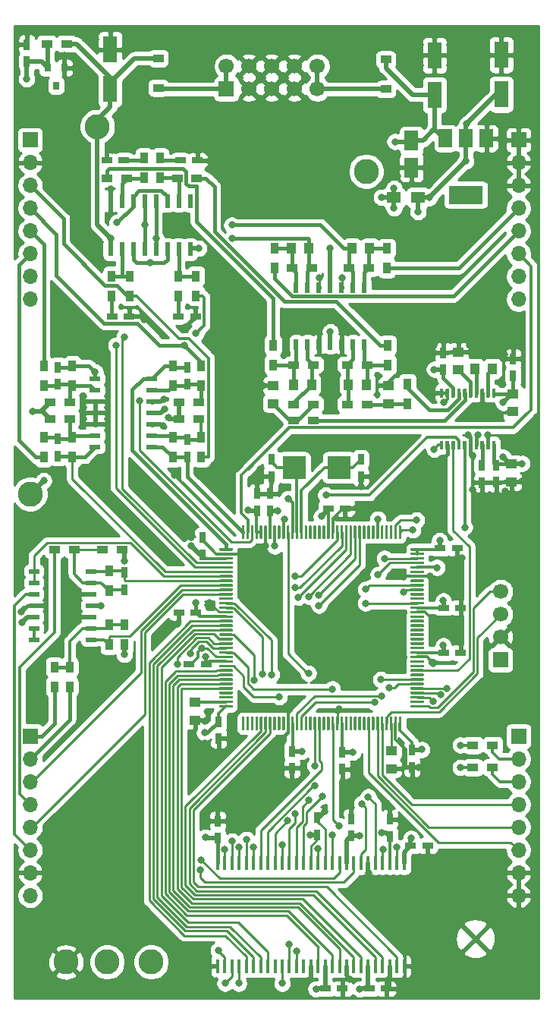
<source format=gbr>
G04 #@! TF.GenerationSoftware,KiCad,Pcbnew,(5.1.5)-3*
G04 #@! TF.CreationDate,2020-09-27T14:55:57+01:00*
G04 #@! TF.ProjectId,Alligator_Components,416c6c69-6761-4746-9f72-5f436f6d706f,rev?*
G04 #@! TF.SameCoordinates,Original*
G04 #@! TF.FileFunction,Copper,L1,Top*
G04 #@! TF.FilePolarity,Positive*
%FSLAX46Y46*%
G04 Gerber Fmt 4.6, Leading zero omitted, Abs format (unit mm)*
G04 Created by KiCad (PCBNEW (5.1.5)-3) date 2020-09-27 14:55:57*
%MOMM*%
%LPD*%
G04 APERTURE LIST*
%ADD10R,1.700000X1.700000*%
%ADD11O,1.700000X1.700000*%
%ADD12R,1.200000X0.900000*%
%ADD13C,2.800000*%
%ADD14R,2.600000X2.500000*%
%ADD15R,1.200000X0.750000*%
%ADD16C,0.100000*%
%ADD17R,0.750000X1.200000*%
%ADD18R,0.900000X1.200000*%
%ADD19R,0.458000X1.510000*%
%ADD20R,0.600000X1.500000*%
%ADD21R,3.800000X2.000000*%
%ADD22R,1.500000X2.000000*%
%ADD23R,0.508000X1.143000*%
%ADD24R,1.143000X0.508000*%
%ADD25R,1.500000X1.300000*%
%ADD26C,1.700000*%
%ADD27R,0.800000X0.900000*%
%ADD28R,1.000000X1.250000*%
%ADD29R,1.250000X1.000000*%
%ADD30R,1.600000X3.000000*%
%ADD31R,1.600000X2.200000*%
%ADD32C,0.800000*%
%ADD33C,0.250000*%
%ADD34C,0.300000*%
%ADD35C,0.400000*%
%ADD36C,0.500000*%
%ADD37C,0.254000*%
G04 APERTURE END LIST*
D10*
X157000000Y-130000000D03*
D11*
X157000000Y-132540000D03*
X157000000Y-135080000D03*
X157000000Y-137620000D03*
X157000000Y-140160000D03*
X157000000Y-142700000D03*
X157000000Y-145240000D03*
X157000000Y-147780000D03*
D10*
X157000000Y-63500000D03*
D11*
X157000000Y-66040000D03*
X157000000Y-68580000D03*
X157000000Y-71120000D03*
X157000000Y-73660000D03*
X157000000Y-76200000D03*
X157000000Y-78740000D03*
X157000000Y-81280000D03*
D10*
X102500000Y-130000000D03*
D11*
X102500000Y-132540000D03*
X102500000Y-135080000D03*
X102500000Y-137620000D03*
X102500000Y-140160000D03*
X102500000Y-142700000D03*
X102500000Y-145240000D03*
X102500000Y-147780000D03*
D10*
X102500000Y-63500000D03*
D11*
X102500000Y-66040000D03*
X102500000Y-68580000D03*
X102500000Y-71120000D03*
X102500000Y-73660000D03*
X102500000Y-76200000D03*
X102500000Y-78740000D03*
X102500000Y-81280000D03*
D12*
X154100000Y-131020000D03*
X151900000Y-131020000D03*
X154100000Y-133500000D03*
X151900000Y-133500000D03*
D13*
X110000000Y-62000000D03*
X140000000Y-67000000D03*
X102500000Y-103000000D03*
X111100000Y-155200000D03*
X116000000Y-155200000D03*
X106500000Y-155200000D03*
D14*
X131950000Y-100025000D03*
X136950000Y-100025000D03*
D15*
X150150000Y-109050000D03*
X148250000Y-109050000D03*
X150550000Y-115675000D03*
X148650000Y-115675000D03*
G04 #@! TA.AperFunction,SMDPad,CuDef*
D16*
G36*
X146357351Y-109025361D02*
G01*
X146364632Y-109026441D01*
X146371771Y-109028229D01*
X146378701Y-109030709D01*
X146385355Y-109033856D01*
X146391668Y-109037640D01*
X146397579Y-109042024D01*
X146403033Y-109046967D01*
X146407976Y-109052421D01*
X146412360Y-109058332D01*
X146416144Y-109064645D01*
X146419291Y-109071299D01*
X146421771Y-109078229D01*
X146423559Y-109085368D01*
X146424639Y-109092649D01*
X146425000Y-109100000D01*
X146425000Y-109250000D01*
X146424639Y-109257351D01*
X146423559Y-109264632D01*
X146421771Y-109271771D01*
X146419291Y-109278701D01*
X146416144Y-109285355D01*
X146412360Y-109291668D01*
X146407976Y-109297579D01*
X146403033Y-109303033D01*
X146397579Y-109307976D01*
X146391668Y-109312360D01*
X146385355Y-109316144D01*
X146378701Y-109319291D01*
X146371771Y-109321771D01*
X146364632Y-109323559D01*
X146357351Y-109324639D01*
X146350000Y-109325000D01*
X145025000Y-109325000D01*
X145017649Y-109324639D01*
X145010368Y-109323559D01*
X145003229Y-109321771D01*
X144996299Y-109319291D01*
X144989645Y-109316144D01*
X144983332Y-109312360D01*
X144977421Y-109307976D01*
X144971967Y-109303033D01*
X144967024Y-109297579D01*
X144962640Y-109291668D01*
X144958856Y-109285355D01*
X144955709Y-109278701D01*
X144953229Y-109271771D01*
X144951441Y-109264632D01*
X144950361Y-109257351D01*
X144950000Y-109250000D01*
X144950000Y-109100000D01*
X144950361Y-109092649D01*
X144951441Y-109085368D01*
X144953229Y-109078229D01*
X144955709Y-109071299D01*
X144958856Y-109064645D01*
X144962640Y-109058332D01*
X144967024Y-109052421D01*
X144971967Y-109046967D01*
X144977421Y-109042024D01*
X144983332Y-109037640D01*
X144989645Y-109033856D01*
X144996299Y-109030709D01*
X145003229Y-109028229D01*
X145010368Y-109026441D01*
X145017649Y-109025361D01*
X145025000Y-109025000D01*
X146350000Y-109025000D01*
X146357351Y-109025361D01*
G37*
G04 #@! TD.AperFunction*
G04 #@! TA.AperFunction,SMDPad,CuDef*
G36*
X146357351Y-109525361D02*
G01*
X146364632Y-109526441D01*
X146371771Y-109528229D01*
X146378701Y-109530709D01*
X146385355Y-109533856D01*
X146391668Y-109537640D01*
X146397579Y-109542024D01*
X146403033Y-109546967D01*
X146407976Y-109552421D01*
X146412360Y-109558332D01*
X146416144Y-109564645D01*
X146419291Y-109571299D01*
X146421771Y-109578229D01*
X146423559Y-109585368D01*
X146424639Y-109592649D01*
X146425000Y-109600000D01*
X146425000Y-109750000D01*
X146424639Y-109757351D01*
X146423559Y-109764632D01*
X146421771Y-109771771D01*
X146419291Y-109778701D01*
X146416144Y-109785355D01*
X146412360Y-109791668D01*
X146407976Y-109797579D01*
X146403033Y-109803033D01*
X146397579Y-109807976D01*
X146391668Y-109812360D01*
X146385355Y-109816144D01*
X146378701Y-109819291D01*
X146371771Y-109821771D01*
X146364632Y-109823559D01*
X146357351Y-109824639D01*
X146350000Y-109825000D01*
X145025000Y-109825000D01*
X145017649Y-109824639D01*
X145010368Y-109823559D01*
X145003229Y-109821771D01*
X144996299Y-109819291D01*
X144989645Y-109816144D01*
X144983332Y-109812360D01*
X144977421Y-109807976D01*
X144971967Y-109803033D01*
X144967024Y-109797579D01*
X144962640Y-109791668D01*
X144958856Y-109785355D01*
X144955709Y-109778701D01*
X144953229Y-109771771D01*
X144951441Y-109764632D01*
X144950361Y-109757351D01*
X144950000Y-109750000D01*
X144950000Y-109600000D01*
X144950361Y-109592649D01*
X144951441Y-109585368D01*
X144953229Y-109578229D01*
X144955709Y-109571299D01*
X144958856Y-109564645D01*
X144962640Y-109558332D01*
X144967024Y-109552421D01*
X144971967Y-109546967D01*
X144977421Y-109542024D01*
X144983332Y-109537640D01*
X144989645Y-109533856D01*
X144996299Y-109530709D01*
X145003229Y-109528229D01*
X145010368Y-109526441D01*
X145017649Y-109525361D01*
X145025000Y-109525000D01*
X146350000Y-109525000D01*
X146357351Y-109525361D01*
G37*
G04 #@! TD.AperFunction*
G04 #@! TA.AperFunction,SMDPad,CuDef*
G36*
X146357351Y-110025361D02*
G01*
X146364632Y-110026441D01*
X146371771Y-110028229D01*
X146378701Y-110030709D01*
X146385355Y-110033856D01*
X146391668Y-110037640D01*
X146397579Y-110042024D01*
X146403033Y-110046967D01*
X146407976Y-110052421D01*
X146412360Y-110058332D01*
X146416144Y-110064645D01*
X146419291Y-110071299D01*
X146421771Y-110078229D01*
X146423559Y-110085368D01*
X146424639Y-110092649D01*
X146425000Y-110100000D01*
X146425000Y-110250000D01*
X146424639Y-110257351D01*
X146423559Y-110264632D01*
X146421771Y-110271771D01*
X146419291Y-110278701D01*
X146416144Y-110285355D01*
X146412360Y-110291668D01*
X146407976Y-110297579D01*
X146403033Y-110303033D01*
X146397579Y-110307976D01*
X146391668Y-110312360D01*
X146385355Y-110316144D01*
X146378701Y-110319291D01*
X146371771Y-110321771D01*
X146364632Y-110323559D01*
X146357351Y-110324639D01*
X146350000Y-110325000D01*
X145025000Y-110325000D01*
X145017649Y-110324639D01*
X145010368Y-110323559D01*
X145003229Y-110321771D01*
X144996299Y-110319291D01*
X144989645Y-110316144D01*
X144983332Y-110312360D01*
X144977421Y-110307976D01*
X144971967Y-110303033D01*
X144967024Y-110297579D01*
X144962640Y-110291668D01*
X144958856Y-110285355D01*
X144955709Y-110278701D01*
X144953229Y-110271771D01*
X144951441Y-110264632D01*
X144950361Y-110257351D01*
X144950000Y-110250000D01*
X144950000Y-110100000D01*
X144950361Y-110092649D01*
X144951441Y-110085368D01*
X144953229Y-110078229D01*
X144955709Y-110071299D01*
X144958856Y-110064645D01*
X144962640Y-110058332D01*
X144967024Y-110052421D01*
X144971967Y-110046967D01*
X144977421Y-110042024D01*
X144983332Y-110037640D01*
X144989645Y-110033856D01*
X144996299Y-110030709D01*
X145003229Y-110028229D01*
X145010368Y-110026441D01*
X145017649Y-110025361D01*
X145025000Y-110025000D01*
X146350000Y-110025000D01*
X146357351Y-110025361D01*
G37*
G04 #@! TD.AperFunction*
G04 #@! TA.AperFunction,SMDPad,CuDef*
G36*
X146357351Y-110525361D02*
G01*
X146364632Y-110526441D01*
X146371771Y-110528229D01*
X146378701Y-110530709D01*
X146385355Y-110533856D01*
X146391668Y-110537640D01*
X146397579Y-110542024D01*
X146403033Y-110546967D01*
X146407976Y-110552421D01*
X146412360Y-110558332D01*
X146416144Y-110564645D01*
X146419291Y-110571299D01*
X146421771Y-110578229D01*
X146423559Y-110585368D01*
X146424639Y-110592649D01*
X146425000Y-110600000D01*
X146425000Y-110750000D01*
X146424639Y-110757351D01*
X146423559Y-110764632D01*
X146421771Y-110771771D01*
X146419291Y-110778701D01*
X146416144Y-110785355D01*
X146412360Y-110791668D01*
X146407976Y-110797579D01*
X146403033Y-110803033D01*
X146397579Y-110807976D01*
X146391668Y-110812360D01*
X146385355Y-110816144D01*
X146378701Y-110819291D01*
X146371771Y-110821771D01*
X146364632Y-110823559D01*
X146357351Y-110824639D01*
X146350000Y-110825000D01*
X145025000Y-110825000D01*
X145017649Y-110824639D01*
X145010368Y-110823559D01*
X145003229Y-110821771D01*
X144996299Y-110819291D01*
X144989645Y-110816144D01*
X144983332Y-110812360D01*
X144977421Y-110807976D01*
X144971967Y-110803033D01*
X144967024Y-110797579D01*
X144962640Y-110791668D01*
X144958856Y-110785355D01*
X144955709Y-110778701D01*
X144953229Y-110771771D01*
X144951441Y-110764632D01*
X144950361Y-110757351D01*
X144950000Y-110750000D01*
X144950000Y-110600000D01*
X144950361Y-110592649D01*
X144951441Y-110585368D01*
X144953229Y-110578229D01*
X144955709Y-110571299D01*
X144958856Y-110564645D01*
X144962640Y-110558332D01*
X144967024Y-110552421D01*
X144971967Y-110546967D01*
X144977421Y-110542024D01*
X144983332Y-110537640D01*
X144989645Y-110533856D01*
X144996299Y-110530709D01*
X145003229Y-110528229D01*
X145010368Y-110526441D01*
X145017649Y-110525361D01*
X145025000Y-110525000D01*
X146350000Y-110525000D01*
X146357351Y-110525361D01*
G37*
G04 #@! TD.AperFunction*
G04 #@! TA.AperFunction,SMDPad,CuDef*
G36*
X146357351Y-111025361D02*
G01*
X146364632Y-111026441D01*
X146371771Y-111028229D01*
X146378701Y-111030709D01*
X146385355Y-111033856D01*
X146391668Y-111037640D01*
X146397579Y-111042024D01*
X146403033Y-111046967D01*
X146407976Y-111052421D01*
X146412360Y-111058332D01*
X146416144Y-111064645D01*
X146419291Y-111071299D01*
X146421771Y-111078229D01*
X146423559Y-111085368D01*
X146424639Y-111092649D01*
X146425000Y-111100000D01*
X146425000Y-111250000D01*
X146424639Y-111257351D01*
X146423559Y-111264632D01*
X146421771Y-111271771D01*
X146419291Y-111278701D01*
X146416144Y-111285355D01*
X146412360Y-111291668D01*
X146407976Y-111297579D01*
X146403033Y-111303033D01*
X146397579Y-111307976D01*
X146391668Y-111312360D01*
X146385355Y-111316144D01*
X146378701Y-111319291D01*
X146371771Y-111321771D01*
X146364632Y-111323559D01*
X146357351Y-111324639D01*
X146350000Y-111325000D01*
X145025000Y-111325000D01*
X145017649Y-111324639D01*
X145010368Y-111323559D01*
X145003229Y-111321771D01*
X144996299Y-111319291D01*
X144989645Y-111316144D01*
X144983332Y-111312360D01*
X144977421Y-111307976D01*
X144971967Y-111303033D01*
X144967024Y-111297579D01*
X144962640Y-111291668D01*
X144958856Y-111285355D01*
X144955709Y-111278701D01*
X144953229Y-111271771D01*
X144951441Y-111264632D01*
X144950361Y-111257351D01*
X144950000Y-111250000D01*
X144950000Y-111100000D01*
X144950361Y-111092649D01*
X144951441Y-111085368D01*
X144953229Y-111078229D01*
X144955709Y-111071299D01*
X144958856Y-111064645D01*
X144962640Y-111058332D01*
X144967024Y-111052421D01*
X144971967Y-111046967D01*
X144977421Y-111042024D01*
X144983332Y-111037640D01*
X144989645Y-111033856D01*
X144996299Y-111030709D01*
X145003229Y-111028229D01*
X145010368Y-111026441D01*
X145017649Y-111025361D01*
X145025000Y-111025000D01*
X146350000Y-111025000D01*
X146357351Y-111025361D01*
G37*
G04 #@! TD.AperFunction*
G04 #@! TA.AperFunction,SMDPad,CuDef*
G36*
X146357351Y-111525361D02*
G01*
X146364632Y-111526441D01*
X146371771Y-111528229D01*
X146378701Y-111530709D01*
X146385355Y-111533856D01*
X146391668Y-111537640D01*
X146397579Y-111542024D01*
X146403033Y-111546967D01*
X146407976Y-111552421D01*
X146412360Y-111558332D01*
X146416144Y-111564645D01*
X146419291Y-111571299D01*
X146421771Y-111578229D01*
X146423559Y-111585368D01*
X146424639Y-111592649D01*
X146425000Y-111600000D01*
X146425000Y-111750000D01*
X146424639Y-111757351D01*
X146423559Y-111764632D01*
X146421771Y-111771771D01*
X146419291Y-111778701D01*
X146416144Y-111785355D01*
X146412360Y-111791668D01*
X146407976Y-111797579D01*
X146403033Y-111803033D01*
X146397579Y-111807976D01*
X146391668Y-111812360D01*
X146385355Y-111816144D01*
X146378701Y-111819291D01*
X146371771Y-111821771D01*
X146364632Y-111823559D01*
X146357351Y-111824639D01*
X146350000Y-111825000D01*
X145025000Y-111825000D01*
X145017649Y-111824639D01*
X145010368Y-111823559D01*
X145003229Y-111821771D01*
X144996299Y-111819291D01*
X144989645Y-111816144D01*
X144983332Y-111812360D01*
X144977421Y-111807976D01*
X144971967Y-111803033D01*
X144967024Y-111797579D01*
X144962640Y-111791668D01*
X144958856Y-111785355D01*
X144955709Y-111778701D01*
X144953229Y-111771771D01*
X144951441Y-111764632D01*
X144950361Y-111757351D01*
X144950000Y-111750000D01*
X144950000Y-111600000D01*
X144950361Y-111592649D01*
X144951441Y-111585368D01*
X144953229Y-111578229D01*
X144955709Y-111571299D01*
X144958856Y-111564645D01*
X144962640Y-111558332D01*
X144967024Y-111552421D01*
X144971967Y-111546967D01*
X144977421Y-111542024D01*
X144983332Y-111537640D01*
X144989645Y-111533856D01*
X144996299Y-111530709D01*
X145003229Y-111528229D01*
X145010368Y-111526441D01*
X145017649Y-111525361D01*
X145025000Y-111525000D01*
X146350000Y-111525000D01*
X146357351Y-111525361D01*
G37*
G04 #@! TD.AperFunction*
G04 #@! TA.AperFunction,SMDPad,CuDef*
G36*
X146357351Y-112025361D02*
G01*
X146364632Y-112026441D01*
X146371771Y-112028229D01*
X146378701Y-112030709D01*
X146385355Y-112033856D01*
X146391668Y-112037640D01*
X146397579Y-112042024D01*
X146403033Y-112046967D01*
X146407976Y-112052421D01*
X146412360Y-112058332D01*
X146416144Y-112064645D01*
X146419291Y-112071299D01*
X146421771Y-112078229D01*
X146423559Y-112085368D01*
X146424639Y-112092649D01*
X146425000Y-112100000D01*
X146425000Y-112250000D01*
X146424639Y-112257351D01*
X146423559Y-112264632D01*
X146421771Y-112271771D01*
X146419291Y-112278701D01*
X146416144Y-112285355D01*
X146412360Y-112291668D01*
X146407976Y-112297579D01*
X146403033Y-112303033D01*
X146397579Y-112307976D01*
X146391668Y-112312360D01*
X146385355Y-112316144D01*
X146378701Y-112319291D01*
X146371771Y-112321771D01*
X146364632Y-112323559D01*
X146357351Y-112324639D01*
X146350000Y-112325000D01*
X145025000Y-112325000D01*
X145017649Y-112324639D01*
X145010368Y-112323559D01*
X145003229Y-112321771D01*
X144996299Y-112319291D01*
X144989645Y-112316144D01*
X144983332Y-112312360D01*
X144977421Y-112307976D01*
X144971967Y-112303033D01*
X144967024Y-112297579D01*
X144962640Y-112291668D01*
X144958856Y-112285355D01*
X144955709Y-112278701D01*
X144953229Y-112271771D01*
X144951441Y-112264632D01*
X144950361Y-112257351D01*
X144950000Y-112250000D01*
X144950000Y-112100000D01*
X144950361Y-112092649D01*
X144951441Y-112085368D01*
X144953229Y-112078229D01*
X144955709Y-112071299D01*
X144958856Y-112064645D01*
X144962640Y-112058332D01*
X144967024Y-112052421D01*
X144971967Y-112046967D01*
X144977421Y-112042024D01*
X144983332Y-112037640D01*
X144989645Y-112033856D01*
X144996299Y-112030709D01*
X145003229Y-112028229D01*
X145010368Y-112026441D01*
X145017649Y-112025361D01*
X145025000Y-112025000D01*
X146350000Y-112025000D01*
X146357351Y-112025361D01*
G37*
G04 #@! TD.AperFunction*
G04 #@! TA.AperFunction,SMDPad,CuDef*
G36*
X146357351Y-112525361D02*
G01*
X146364632Y-112526441D01*
X146371771Y-112528229D01*
X146378701Y-112530709D01*
X146385355Y-112533856D01*
X146391668Y-112537640D01*
X146397579Y-112542024D01*
X146403033Y-112546967D01*
X146407976Y-112552421D01*
X146412360Y-112558332D01*
X146416144Y-112564645D01*
X146419291Y-112571299D01*
X146421771Y-112578229D01*
X146423559Y-112585368D01*
X146424639Y-112592649D01*
X146425000Y-112600000D01*
X146425000Y-112750000D01*
X146424639Y-112757351D01*
X146423559Y-112764632D01*
X146421771Y-112771771D01*
X146419291Y-112778701D01*
X146416144Y-112785355D01*
X146412360Y-112791668D01*
X146407976Y-112797579D01*
X146403033Y-112803033D01*
X146397579Y-112807976D01*
X146391668Y-112812360D01*
X146385355Y-112816144D01*
X146378701Y-112819291D01*
X146371771Y-112821771D01*
X146364632Y-112823559D01*
X146357351Y-112824639D01*
X146350000Y-112825000D01*
X145025000Y-112825000D01*
X145017649Y-112824639D01*
X145010368Y-112823559D01*
X145003229Y-112821771D01*
X144996299Y-112819291D01*
X144989645Y-112816144D01*
X144983332Y-112812360D01*
X144977421Y-112807976D01*
X144971967Y-112803033D01*
X144967024Y-112797579D01*
X144962640Y-112791668D01*
X144958856Y-112785355D01*
X144955709Y-112778701D01*
X144953229Y-112771771D01*
X144951441Y-112764632D01*
X144950361Y-112757351D01*
X144950000Y-112750000D01*
X144950000Y-112600000D01*
X144950361Y-112592649D01*
X144951441Y-112585368D01*
X144953229Y-112578229D01*
X144955709Y-112571299D01*
X144958856Y-112564645D01*
X144962640Y-112558332D01*
X144967024Y-112552421D01*
X144971967Y-112546967D01*
X144977421Y-112542024D01*
X144983332Y-112537640D01*
X144989645Y-112533856D01*
X144996299Y-112530709D01*
X145003229Y-112528229D01*
X145010368Y-112526441D01*
X145017649Y-112525361D01*
X145025000Y-112525000D01*
X146350000Y-112525000D01*
X146357351Y-112525361D01*
G37*
G04 #@! TD.AperFunction*
G04 #@! TA.AperFunction,SMDPad,CuDef*
G36*
X146357351Y-113025361D02*
G01*
X146364632Y-113026441D01*
X146371771Y-113028229D01*
X146378701Y-113030709D01*
X146385355Y-113033856D01*
X146391668Y-113037640D01*
X146397579Y-113042024D01*
X146403033Y-113046967D01*
X146407976Y-113052421D01*
X146412360Y-113058332D01*
X146416144Y-113064645D01*
X146419291Y-113071299D01*
X146421771Y-113078229D01*
X146423559Y-113085368D01*
X146424639Y-113092649D01*
X146425000Y-113100000D01*
X146425000Y-113250000D01*
X146424639Y-113257351D01*
X146423559Y-113264632D01*
X146421771Y-113271771D01*
X146419291Y-113278701D01*
X146416144Y-113285355D01*
X146412360Y-113291668D01*
X146407976Y-113297579D01*
X146403033Y-113303033D01*
X146397579Y-113307976D01*
X146391668Y-113312360D01*
X146385355Y-113316144D01*
X146378701Y-113319291D01*
X146371771Y-113321771D01*
X146364632Y-113323559D01*
X146357351Y-113324639D01*
X146350000Y-113325000D01*
X145025000Y-113325000D01*
X145017649Y-113324639D01*
X145010368Y-113323559D01*
X145003229Y-113321771D01*
X144996299Y-113319291D01*
X144989645Y-113316144D01*
X144983332Y-113312360D01*
X144977421Y-113307976D01*
X144971967Y-113303033D01*
X144967024Y-113297579D01*
X144962640Y-113291668D01*
X144958856Y-113285355D01*
X144955709Y-113278701D01*
X144953229Y-113271771D01*
X144951441Y-113264632D01*
X144950361Y-113257351D01*
X144950000Y-113250000D01*
X144950000Y-113100000D01*
X144950361Y-113092649D01*
X144951441Y-113085368D01*
X144953229Y-113078229D01*
X144955709Y-113071299D01*
X144958856Y-113064645D01*
X144962640Y-113058332D01*
X144967024Y-113052421D01*
X144971967Y-113046967D01*
X144977421Y-113042024D01*
X144983332Y-113037640D01*
X144989645Y-113033856D01*
X144996299Y-113030709D01*
X145003229Y-113028229D01*
X145010368Y-113026441D01*
X145017649Y-113025361D01*
X145025000Y-113025000D01*
X146350000Y-113025000D01*
X146357351Y-113025361D01*
G37*
G04 #@! TD.AperFunction*
G04 #@! TA.AperFunction,SMDPad,CuDef*
G36*
X146357351Y-113525361D02*
G01*
X146364632Y-113526441D01*
X146371771Y-113528229D01*
X146378701Y-113530709D01*
X146385355Y-113533856D01*
X146391668Y-113537640D01*
X146397579Y-113542024D01*
X146403033Y-113546967D01*
X146407976Y-113552421D01*
X146412360Y-113558332D01*
X146416144Y-113564645D01*
X146419291Y-113571299D01*
X146421771Y-113578229D01*
X146423559Y-113585368D01*
X146424639Y-113592649D01*
X146425000Y-113600000D01*
X146425000Y-113750000D01*
X146424639Y-113757351D01*
X146423559Y-113764632D01*
X146421771Y-113771771D01*
X146419291Y-113778701D01*
X146416144Y-113785355D01*
X146412360Y-113791668D01*
X146407976Y-113797579D01*
X146403033Y-113803033D01*
X146397579Y-113807976D01*
X146391668Y-113812360D01*
X146385355Y-113816144D01*
X146378701Y-113819291D01*
X146371771Y-113821771D01*
X146364632Y-113823559D01*
X146357351Y-113824639D01*
X146350000Y-113825000D01*
X145025000Y-113825000D01*
X145017649Y-113824639D01*
X145010368Y-113823559D01*
X145003229Y-113821771D01*
X144996299Y-113819291D01*
X144989645Y-113816144D01*
X144983332Y-113812360D01*
X144977421Y-113807976D01*
X144971967Y-113803033D01*
X144967024Y-113797579D01*
X144962640Y-113791668D01*
X144958856Y-113785355D01*
X144955709Y-113778701D01*
X144953229Y-113771771D01*
X144951441Y-113764632D01*
X144950361Y-113757351D01*
X144950000Y-113750000D01*
X144950000Y-113600000D01*
X144950361Y-113592649D01*
X144951441Y-113585368D01*
X144953229Y-113578229D01*
X144955709Y-113571299D01*
X144958856Y-113564645D01*
X144962640Y-113558332D01*
X144967024Y-113552421D01*
X144971967Y-113546967D01*
X144977421Y-113542024D01*
X144983332Y-113537640D01*
X144989645Y-113533856D01*
X144996299Y-113530709D01*
X145003229Y-113528229D01*
X145010368Y-113526441D01*
X145017649Y-113525361D01*
X145025000Y-113525000D01*
X146350000Y-113525000D01*
X146357351Y-113525361D01*
G37*
G04 #@! TD.AperFunction*
G04 #@! TA.AperFunction,SMDPad,CuDef*
G36*
X146357351Y-114025361D02*
G01*
X146364632Y-114026441D01*
X146371771Y-114028229D01*
X146378701Y-114030709D01*
X146385355Y-114033856D01*
X146391668Y-114037640D01*
X146397579Y-114042024D01*
X146403033Y-114046967D01*
X146407976Y-114052421D01*
X146412360Y-114058332D01*
X146416144Y-114064645D01*
X146419291Y-114071299D01*
X146421771Y-114078229D01*
X146423559Y-114085368D01*
X146424639Y-114092649D01*
X146425000Y-114100000D01*
X146425000Y-114250000D01*
X146424639Y-114257351D01*
X146423559Y-114264632D01*
X146421771Y-114271771D01*
X146419291Y-114278701D01*
X146416144Y-114285355D01*
X146412360Y-114291668D01*
X146407976Y-114297579D01*
X146403033Y-114303033D01*
X146397579Y-114307976D01*
X146391668Y-114312360D01*
X146385355Y-114316144D01*
X146378701Y-114319291D01*
X146371771Y-114321771D01*
X146364632Y-114323559D01*
X146357351Y-114324639D01*
X146350000Y-114325000D01*
X145025000Y-114325000D01*
X145017649Y-114324639D01*
X145010368Y-114323559D01*
X145003229Y-114321771D01*
X144996299Y-114319291D01*
X144989645Y-114316144D01*
X144983332Y-114312360D01*
X144977421Y-114307976D01*
X144971967Y-114303033D01*
X144967024Y-114297579D01*
X144962640Y-114291668D01*
X144958856Y-114285355D01*
X144955709Y-114278701D01*
X144953229Y-114271771D01*
X144951441Y-114264632D01*
X144950361Y-114257351D01*
X144950000Y-114250000D01*
X144950000Y-114100000D01*
X144950361Y-114092649D01*
X144951441Y-114085368D01*
X144953229Y-114078229D01*
X144955709Y-114071299D01*
X144958856Y-114064645D01*
X144962640Y-114058332D01*
X144967024Y-114052421D01*
X144971967Y-114046967D01*
X144977421Y-114042024D01*
X144983332Y-114037640D01*
X144989645Y-114033856D01*
X144996299Y-114030709D01*
X145003229Y-114028229D01*
X145010368Y-114026441D01*
X145017649Y-114025361D01*
X145025000Y-114025000D01*
X146350000Y-114025000D01*
X146357351Y-114025361D01*
G37*
G04 #@! TD.AperFunction*
G04 #@! TA.AperFunction,SMDPad,CuDef*
G36*
X146357351Y-114525361D02*
G01*
X146364632Y-114526441D01*
X146371771Y-114528229D01*
X146378701Y-114530709D01*
X146385355Y-114533856D01*
X146391668Y-114537640D01*
X146397579Y-114542024D01*
X146403033Y-114546967D01*
X146407976Y-114552421D01*
X146412360Y-114558332D01*
X146416144Y-114564645D01*
X146419291Y-114571299D01*
X146421771Y-114578229D01*
X146423559Y-114585368D01*
X146424639Y-114592649D01*
X146425000Y-114600000D01*
X146425000Y-114750000D01*
X146424639Y-114757351D01*
X146423559Y-114764632D01*
X146421771Y-114771771D01*
X146419291Y-114778701D01*
X146416144Y-114785355D01*
X146412360Y-114791668D01*
X146407976Y-114797579D01*
X146403033Y-114803033D01*
X146397579Y-114807976D01*
X146391668Y-114812360D01*
X146385355Y-114816144D01*
X146378701Y-114819291D01*
X146371771Y-114821771D01*
X146364632Y-114823559D01*
X146357351Y-114824639D01*
X146350000Y-114825000D01*
X145025000Y-114825000D01*
X145017649Y-114824639D01*
X145010368Y-114823559D01*
X145003229Y-114821771D01*
X144996299Y-114819291D01*
X144989645Y-114816144D01*
X144983332Y-114812360D01*
X144977421Y-114807976D01*
X144971967Y-114803033D01*
X144967024Y-114797579D01*
X144962640Y-114791668D01*
X144958856Y-114785355D01*
X144955709Y-114778701D01*
X144953229Y-114771771D01*
X144951441Y-114764632D01*
X144950361Y-114757351D01*
X144950000Y-114750000D01*
X144950000Y-114600000D01*
X144950361Y-114592649D01*
X144951441Y-114585368D01*
X144953229Y-114578229D01*
X144955709Y-114571299D01*
X144958856Y-114564645D01*
X144962640Y-114558332D01*
X144967024Y-114552421D01*
X144971967Y-114546967D01*
X144977421Y-114542024D01*
X144983332Y-114537640D01*
X144989645Y-114533856D01*
X144996299Y-114530709D01*
X145003229Y-114528229D01*
X145010368Y-114526441D01*
X145017649Y-114525361D01*
X145025000Y-114525000D01*
X146350000Y-114525000D01*
X146357351Y-114525361D01*
G37*
G04 #@! TD.AperFunction*
G04 #@! TA.AperFunction,SMDPad,CuDef*
G36*
X146357351Y-115025361D02*
G01*
X146364632Y-115026441D01*
X146371771Y-115028229D01*
X146378701Y-115030709D01*
X146385355Y-115033856D01*
X146391668Y-115037640D01*
X146397579Y-115042024D01*
X146403033Y-115046967D01*
X146407976Y-115052421D01*
X146412360Y-115058332D01*
X146416144Y-115064645D01*
X146419291Y-115071299D01*
X146421771Y-115078229D01*
X146423559Y-115085368D01*
X146424639Y-115092649D01*
X146425000Y-115100000D01*
X146425000Y-115250000D01*
X146424639Y-115257351D01*
X146423559Y-115264632D01*
X146421771Y-115271771D01*
X146419291Y-115278701D01*
X146416144Y-115285355D01*
X146412360Y-115291668D01*
X146407976Y-115297579D01*
X146403033Y-115303033D01*
X146397579Y-115307976D01*
X146391668Y-115312360D01*
X146385355Y-115316144D01*
X146378701Y-115319291D01*
X146371771Y-115321771D01*
X146364632Y-115323559D01*
X146357351Y-115324639D01*
X146350000Y-115325000D01*
X145025000Y-115325000D01*
X145017649Y-115324639D01*
X145010368Y-115323559D01*
X145003229Y-115321771D01*
X144996299Y-115319291D01*
X144989645Y-115316144D01*
X144983332Y-115312360D01*
X144977421Y-115307976D01*
X144971967Y-115303033D01*
X144967024Y-115297579D01*
X144962640Y-115291668D01*
X144958856Y-115285355D01*
X144955709Y-115278701D01*
X144953229Y-115271771D01*
X144951441Y-115264632D01*
X144950361Y-115257351D01*
X144950000Y-115250000D01*
X144950000Y-115100000D01*
X144950361Y-115092649D01*
X144951441Y-115085368D01*
X144953229Y-115078229D01*
X144955709Y-115071299D01*
X144958856Y-115064645D01*
X144962640Y-115058332D01*
X144967024Y-115052421D01*
X144971967Y-115046967D01*
X144977421Y-115042024D01*
X144983332Y-115037640D01*
X144989645Y-115033856D01*
X144996299Y-115030709D01*
X145003229Y-115028229D01*
X145010368Y-115026441D01*
X145017649Y-115025361D01*
X145025000Y-115025000D01*
X146350000Y-115025000D01*
X146357351Y-115025361D01*
G37*
G04 #@! TD.AperFunction*
G04 #@! TA.AperFunction,SMDPad,CuDef*
G36*
X146357351Y-115525361D02*
G01*
X146364632Y-115526441D01*
X146371771Y-115528229D01*
X146378701Y-115530709D01*
X146385355Y-115533856D01*
X146391668Y-115537640D01*
X146397579Y-115542024D01*
X146403033Y-115546967D01*
X146407976Y-115552421D01*
X146412360Y-115558332D01*
X146416144Y-115564645D01*
X146419291Y-115571299D01*
X146421771Y-115578229D01*
X146423559Y-115585368D01*
X146424639Y-115592649D01*
X146425000Y-115600000D01*
X146425000Y-115750000D01*
X146424639Y-115757351D01*
X146423559Y-115764632D01*
X146421771Y-115771771D01*
X146419291Y-115778701D01*
X146416144Y-115785355D01*
X146412360Y-115791668D01*
X146407976Y-115797579D01*
X146403033Y-115803033D01*
X146397579Y-115807976D01*
X146391668Y-115812360D01*
X146385355Y-115816144D01*
X146378701Y-115819291D01*
X146371771Y-115821771D01*
X146364632Y-115823559D01*
X146357351Y-115824639D01*
X146350000Y-115825000D01*
X145025000Y-115825000D01*
X145017649Y-115824639D01*
X145010368Y-115823559D01*
X145003229Y-115821771D01*
X144996299Y-115819291D01*
X144989645Y-115816144D01*
X144983332Y-115812360D01*
X144977421Y-115807976D01*
X144971967Y-115803033D01*
X144967024Y-115797579D01*
X144962640Y-115791668D01*
X144958856Y-115785355D01*
X144955709Y-115778701D01*
X144953229Y-115771771D01*
X144951441Y-115764632D01*
X144950361Y-115757351D01*
X144950000Y-115750000D01*
X144950000Y-115600000D01*
X144950361Y-115592649D01*
X144951441Y-115585368D01*
X144953229Y-115578229D01*
X144955709Y-115571299D01*
X144958856Y-115564645D01*
X144962640Y-115558332D01*
X144967024Y-115552421D01*
X144971967Y-115546967D01*
X144977421Y-115542024D01*
X144983332Y-115537640D01*
X144989645Y-115533856D01*
X144996299Y-115530709D01*
X145003229Y-115528229D01*
X145010368Y-115526441D01*
X145017649Y-115525361D01*
X145025000Y-115525000D01*
X146350000Y-115525000D01*
X146357351Y-115525361D01*
G37*
G04 #@! TD.AperFunction*
G04 #@! TA.AperFunction,SMDPad,CuDef*
G36*
X146357351Y-116025361D02*
G01*
X146364632Y-116026441D01*
X146371771Y-116028229D01*
X146378701Y-116030709D01*
X146385355Y-116033856D01*
X146391668Y-116037640D01*
X146397579Y-116042024D01*
X146403033Y-116046967D01*
X146407976Y-116052421D01*
X146412360Y-116058332D01*
X146416144Y-116064645D01*
X146419291Y-116071299D01*
X146421771Y-116078229D01*
X146423559Y-116085368D01*
X146424639Y-116092649D01*
X146425000Y-116100000D01*
X146425000Y-116250000D01*
X146424639Y-116257351D01*
X146423559Y-116264632D01*
X146421771Y-116271771D01*
X146419291Y-116278701D01*
X146416144Y-116285355D01*
X146412360Y-116291668D01*
X146407976Y-116297579D01*
X146403033Y-116303033D01*
X146397579Y-116307976D01*
X146391668Y-116312360D01*
X146385355Y-116316144D01*
X146378701Y-116319291D01*
X146371771Y-116321771D01*
X146364632Y-116323559D01*
X146357351Y-116324639D01*
X146350000Y-116325000D01*
X145025000Y-116325000D01*
X145017649Y-116324639D01*
X145010368Y-116323559D01*
X145003229Y-116321771D01*
X144996299Y-116319291D01*
X144989645Y-116316144D01*
X144983332Y-116312360D01*
X144977421Y-116307976D01*
X144971967Y-116303033D01*
X144967024Y-116297579D01*
X144962640Y-116291668D01*
X144958856Y-116285355D01*
X144955709Y-116278701D01*
X144953229Y-116271771D01*
X144951441Y-116264632D01*
X144950361Y-116257351D01*
X144950000Y-116250000D01*
X144950000Y-116100000D01*
X144950361Y-116092649D01*
X144951441Y-116085368D01*
X144953229Y-116078229D01*
X144955709Y-116071299D01*
X144958856Y-116064645D01*
X144962640Y-116058332D01*
X144967024Y-116052421D01*
X144971967Y-116046967D01*
X144977421Y-116042024D01*
X144983332Y-116037640D01*
X144989645Y-116033856D01*
X144996299Y-116030709D01*
X145003229Y-116028229D01*
X145010368Y-116026441D01*
X145017649Y-116025361D01*
X145025000Y-116025000D01*
X146350000Y-116025000D01*
X146357351Y-116025361D01*
G37*
G04 #@! TD.AperFunction*
G04 #@! TA.AperFunction,SMDPad,CuDef*
G36*
X146357351Y-116525361D02*
G01*
X146364632Y-116526441D01*
X146371771Y-116528229D01*
X146378701Y-116530709D01*
X146385355Y-116533856D01*
X146391668Y-116537640D01*
X146397579Y-116542024D01*
X146403033Y-116546967D01*
X146407976Y-116552421D01*
X146412360Y-116558332D01*
X146416144Y-116564645D01*
X146419291Y-116571299D01*
X146421771Y-116578229D01*
X146423559Y-116585368D01*
X146424639Y-116592649D01*
X146425000Y-116600000D01*
X146425000Y-116750000D01*
X146424639Y-116757351D01*
X146423559Y-116764632D01*
X146421771Y-116771771D01*
X146419291Y-116778701D01*
X146416144Y-116785355D01*
X146412360Y-116791668D01*
X146407976Y-116797579D01*
X146403033Y-116803033D01*
X146397579Y-116807976D01*
X146391668Y-116812360D01*
X146385355Y-116816144D01*
X146378701Y-116819291D01*
X146371771Y-116821771D01*
X146364632Y-116823559D01*
X146357351Y-116824639D01*
X146350000Y-116825000D01*
X145025000Y-116825000D01*
X145017649Y-116824639D01*
X145010368Y-116823559D01*
X145003229Y-116821771D01*
X144996299Y-116819291D01*
X144989645Y-116816144D01*
X144983332Y-116812360D01*
X144977421Y-116807976D01*
X144971967Y-116803033D01*
X144967024Y-116797579D01*
X144962640Y-116791668D01*
X144958856Y-116785355D01*
X144955709Y-116778701D01*
X144953229Y-116771771D01*
X144951441Y-116764632D01*
X144950361Y-116757351D01*
X144950000Y-116750000D01*
X144950000Y-116600000D01*
X144950361Y-116592649D01*
X144951441Y-116585368D01*
X144953229Y-116578229D01*
X144955709Y-116571299D01*
X144958856Y-116564645D01*
X144962640Y-116558332D01*
X144967024Y-116552421D01*
X144971967Y-116546967D01*
X144977421Y-116542024D01*
X144983332Y-116537640D01*
X144989645Y-116533856D01*
X144996299Y-116530709D01*
X145003229Y-116528229D01*
X145010368Y-116526441D01*
X145017649Y-116525361D01*
X145025000Y-116525000D01*
X146350000Y-116525000D01*
X146357351Y-116525361D01*
G37*
G04 #@! TD.AperFunction*
G04 #@! TA.AperFunction,SMDPad,CuDef*
G36*
X146357351Y-117025361D02*
G01*
X146364632Y-117026441D01*
X146371771Y-117028229D01*
X146378701Y-117030709D01*
X146385355Y-117033856D01*
X146391668Y-117037640D01*
X146397579Y-117042024D01*
X146403033Y-117046967D01*
X146407976Y-117052421D01*
X146412360Y-117058332D01*
X146416144Y-117064645D01*
X146419291Y-117071299D01*
X146421771Y-117078229D01*
X146423559Y-117085368D01*
X146424639Y-117092649D01*
X146425000Y-117100000D01*
X146425000Y-117250000D01*
X146424639Y-117257351D01*
X146423559Y-117264632D01*
X146421771Y-117271771D01*
X146419291Y-117278701D01*
X146416144Y-117285355D01*
X146412360Y-117291668D01*
X146407976Y-117297579D01*
X146403033Y-117303033D01*
X146397579Y-117307976D01*
X146391668Y-117312360D01*
X146385355Y-117316144D01*
X146378701Y-117319291D01*
X146371771Y-117321771D01*
X146364632Y-117323559D01*
X146357351Y-117324639D01*
X146350000Y-117325000D01*
X145025000Y-117325000D01*
X145017649Y-117324639D01*
X145010368Y-117323559D01*
X145003229Y-117321771D01*
X144996299Y-117319291D01*
X144989645Y-117316144D01*
X144983332Y-117312360D01*
X144977421Y-117307976D01*
X144971967Y-117303033D01*
X144967024Y-117297579D01*
X144962640Y-117291668D01*
X144958856Y-117285355D01*
X144955709Y-117278701D01*
X144953229Y-117271771D01*
X144951441Y-117264632D01*
X144950361Y-117257351D01*
X144950000Y-117250000D01*
X144950000Y-117100000D01*
X144950361Y-117092649D01*
X144951441Y-117085368D01*
X144953229Y-117078229D01*
X144955709Y-117071299D01*
X144958856Y-117064645D01*
X144962640Y-117058332D01*
X144967024Y-117052421D01*
X144971967Y-117046967D01*
X144977421Y-117042024D01*
X144983332Y-117037640D01*
X144989645Y-117033856D01*
X144996299Y-117030709D01*
X145003229Y-117028229D01*
X145010368Y-117026441D01*
X145017649Y-117025361D01*
X145025000Y-117025000D01*
X146350000Y-117025000D01*
X146357351Y-117025361D01*
G37*
G04 #@! TD.AperFunction*
G04 #@! TA.AperFunction,SMDPad,CuDef*
G36*
X146357351Y-117525361D02*
G01*
X146364632Y-117526441D01*
X146371771Y-117528229D01*
X146378701Y-117530709D01*
X146385355Y-117533856D01*
X146391668Y-117537640D01*
X146397579Y-117542024D01*
X146403033Y-117546967D01*
X146407976Y-117552421D01*
X146412360Y-117558332D01*
X146416144Y-117564645D01*
X146419291Y-117571299D01*
X146421771Y-117578229D01*
X146423559Y-117585368D01*
X146424639Y-117592649D01*
X146425000Y-117600000D01*
X146425000Y-117750000D01*
X146424639Y-117757351D01*
X146423559Y-117764632D01*
X146421771Y-117771771D01*
X146419291Y-117778701D01*
X146416144Y-117785355D01*
X146412360Y-117791668D01*
X146407976Y-117797579D01*
X146403033Y-117803033D01*
X146397579Y-117807976D01*
X146391668Y-117812360D01*
X146385355Y-117816144D01*
X146378701Y-117819291D01*
X146371771Y-117821771D01*
X146364632Y-117823559D01*
X146357351Y-117824639D01*
X146350000Y-117825000D01*
X145025000Y-117825000D01*
X145017649Y-117824639D01*
X145010368Y-117823559D01*
X145003229Y-117821771D01*
X144996299Y-117819291D01*
X144989645Y-117816144D01*
X144983332Y-117812360D01*
X144977421Y-117807976D01*
X144971967Y-117803033D01*
X144967024Y-117797579D01*
X144962640Y-117791668D01*
X144958856Y-117785355D01*
X144955709Y-117778701D01*
X144953229Y-117771771D01*
X144951441Y-117764632D01*
X144950361Y-117757351D01*
X144950000Y-117750000D01*
X144950000Y-117600000D01*
X144950361Y-117592649D01*
X144951441Y-117585368D01*
X144953229Y-117578229D01*
X144955709Y-117571299D01*
X144958856Y-117564645D01*
X144962640Y-117558332D01*
X144967024Y-117552421D01*
X144971967Y-117546967D01*
X144977421Y-117542024D01*
X144983332Y-117537640D01*
X144989645Y-117533856D01*
X144996299Y-117530709D01*
X145003229Y-117528229D01*
X145010368Y-117526441D01*
X145017649Y-117525361D01*
X145025000Y-117525000D01*
X146350000Y-117525000D01*
X146357351Y-117525361D01*
G37*
G04 #@! TD.AperFunction*
G04 #@! TA.AperFunction,SMDPad,CuDef*
G36*
X146357351Y-118025361D02*
G01*
X146364632Y-118026441D01*
X146371771Y-118028229D01*
X146378701Y-118030709D01*
X146385355Y-118033856D01*
X146391668Y-118037640D01*
X146397579Y-118042024D01*
X146403033Y-118046967D01*
X146407976Y-118052421D01*
X146412360Y-118058332D01*
X146416144Y-118064645D01*
X146419291Y-118071299D01*
X146421771Y-118078229D01*
X146423559Y-118085368D01*
X146424639Y-118092649D01*
X146425000Y-118100000D01*
X146425000Y-118250000D01*
X146424639Y-118257351D01*
X146423559Y-118264632D01*
X146421771Y-118271771D01*
X146419291Y-118278701D01*
X146416144Y-118285355D01*
X146412360Y-118291668D01*
X146407976Y-118297579D01*
X146403033Y-118303033D01*
X146397579Y-118307976D01*
X146391668Y-118312360D01*
X146385355Y-118316144D01*
X146378701Y-118319291D01*
X146371771Y-118321771D01*
X146364632Y-118323559D01*
X146357351Y-118324639D01*
X146350000Y-118325000D01*
X145025000Y-118325000D01*
X145017649Y-118324639D01*
X145010368Y-118323559D01*
X145003229Y-118321771D01*
X144996299Y-118319291D01*
X144989645Y-118316144D01*
X144983332Y-118312360D01*
X144977421Y-118307976D01*
X144971967Y-118303033D01*
X144967024Y-118297579D01*
X144962640Y-118291668D01*
X144958856Y-118285355D01*
X144955709Y-118278701D01*
X144953229Y-118271771D01*
X144951441Y-118264632D01*
X144950361Y-118257351D01*
X144950000Y-118250000D01*
X144950000Y-118100000D01*
X144950361Y-118092649D01*
X144951441Y-118085368D01*
X144953229Y-118078229D01*
X144955709Y-118071299D01*
X144958856Y-118064645D01*
X144962640Y-118058332D01*
X144967024Y-118052421D01*
X144971967Y-118046967D01*
X144977421Y-118042024D01*
X144983332Y-118037640D01*
X144989645Y-118033856D01*
X144996299Y-118030709D01*
X145003229Y-118028229D01*
X145010368Y-118026441D01*
X145017649Y-118025361D01*
X145025000Y-118025000D01*
X146350000Y-118025000D01*
X146357351Y-118025361D01*
G37*
G04 #@! TD.AperFunction*
G04 #@! TA.AperFunction,SMDPad,CuDef*
G36*
X146357351Y-118525361D02*
G01*
X146364632Y-118526441D01*
X146371771Y-118528229D01*
X146378701Y-118530709D01*
X146385355Y-118533856D01*
X146391668Y-118537640D01*
X146397579Y-118542024D01*
X146403033Y-118546967D01*
X146407976Y-118552421D01*
X146412360Y-118558332D01*
X146416144Y-118564645D01*
X146419291Y-118571299D01*
X146421771Y-118578229D01*
X146423559Y-118585368D01*
X146424639Y-118592649D01*
X146425000Y-118600000D01*
X146425000Y-118750000D01*
X146424639Y-118757351D01*
X146423559Y-118764632D01*
X146421771Y-118771771D01*
X146419291Y-118778701D01*
X146416144Y-118785355D01*
X146412360Y-118791668D01*
X146407976Y-118797579D01*
X146403033Y-118803033D01*
X146397579Y-118807976D01*
X146391668Y-118812360D01*
X146385355Y-118816144D01*
X146378701Y-118819291D01*
X146371771Y-118821771D01*
X146364632Y-118823559D01*
X146357351Y-118824639D01*
X146350000Y-118825000D01*
X145025000Y-118825000D01*
X145017649Y-118824639D01*
X145010368Y-118823559D01*
X145003229Y-118821771D01*
X144996299Y-118819291D01*
X144989645Y-118816144D01*
X144983332Y-118812360D01*
X144977421Y-118807976D01*
X144971967Y-118803033D01*
X144967024Y-118797579D01*
X144962640Y-118791668D01*
X144958856Y-118785355D01*
X144955709Y-118778701D01*
X144953229Y-118771771D01*
X144951441Y-118764632D01*
X144950361Y-118757351D01*
X144950000Y-118750000D01*
X144950000Y-118600000D01*
X144950361Y-118592649D01*
X144951441Y-118585368D01*
X144953229Y-118578229D01*
X144955709Y-118571299D01*
X144958856Y-118564645D01*
X144962640Y-118558332D01*
X144967024Y-118552421D01*
X144971967Y-118546967D01*
X144977421Y-118542024D01*
X144983332Y-118537640D01*
X144989645Y-118533856D01*
X144996299Y-118530709D01*
X145003229Y-118528229D01*
X145010368Y-118526441D01*
X145017649Y-118525361D01*
X145025000Y-118525000D01*
X146350000Y-118525000D01*
X146357351Y-118525361D01*
G37*
G04 #@! TD.AperFunction*
G04 #@! TA.AperFunction,SMDPad,CuDef*
G36*
X146357351Y-119025361D02*
G01*
X146364632Y-119026441D01*
X146371771Y-119028229D01*
X146378701Y-119030709D01*
X146385355Y-119033856D01*
X146391668Y-119037640D01*
X146397579Y-119042024D01*
X146403033Y-119046967D01*
X146407976Y-119052421D01*
X146412360Y-119058332D01*
X146416144Y-119064645D01*
X146419291Y-119071299D01*
X146421771Y-119078229D01*
X146423559Y-119085368D01*
X146424639Y-119092649D01*
X146425000Y-119100000D01*
X146425000Y-119250000D01*
X146424639Y-119257351D01*
X146423559Y-119264632D01*
X146421771Y-119271771D01*
X146419291Y-119278701D01*
X146416144Y-119285355D01*
X146412360Y-119291668D01*
X146407976Y-119297579D01*
X146403033Y-119303033D01*
X146397579Y-119307976D01*
X146391668Y-119312360D01*
X146385355Y-119316144D01*
X146378701Y-119319291D01*
X146371771Y-119321771D01*
X146364632Y-119323559D01*
X146357351Y-119324639D01*
X146350000Y-119325000D01*
X145025000Y-119325000D01*
X145017649Y-119324639D01*
X145010368Y-119323559D01*
X145003229Y-119321771D01*
X144996299Y-119319291D01*
X144989645Y-119316144D01*
X144983332Y-119312360D01*
X144977421Y-119307976D01*
X144971967Y-119303033D01*
X144967024Y-119297579D01*
X144962640Y-119291668D01*
X144958856Y-119285355D01*
X144955709Y-119278701D01*
X144953229Y-119271771D01*
X144951441Y-119264632D01*
X144950361Y-119257351D01*
X144950000Y-119250000D01*
X144950000Y-119100000D01*
X144950361Y-119092649D01*
X144951441Y-119085368D01*
X144953229Y-119078229D01*
X144955709Y-119071299D01*
X144958856Y-119064645D01*
X144962640Y-119058332D01*
X144967024Y-119052421D01*
X144971967Y-119046967D01*
X144977421Y-119042024D01*
X144983332Y-119037640D01*
X144989645Y-119033856D01*
X144996299Y-119030709D01*
X145003229Y-119028229D01*
X145010368Y-119026441D01*
X145017649Y-119025361D01*
X145025000Y-119025000D01*
X146350000Y-119025000D01*
X146357351Y-119025361D01*
G37*
G04 #@! TD.AperFunction*
G04 #@! TA.AperFunction,SMDPad,CuDef*
G36*
X146357351Y-119525361D02*
G01*
X146364632Y-119526441D01*
X146371771Y-119528229D01*
X146378701Y-119530709D01*
X146385355Y-119533856D01*
X146391668Y-119537640D01*
X146397579Y-119542024D01*
X146403033Y-119546967D01*
X146407976Y-119552421D01*
X146412360Y-119558332D01*
X146416144Y-119564645D01*
X146419291Y-119571299D01*
X146421771Y-119578229D01*
X146423559Y-119585368D01*
X146424639Y-119592649D01*
X146425000Y-119600000D01*
X146425000Y-119750000D01*
X146424639Y-119757351D01*
X146423559Y-119764632D01*
X146421771Y-119771771D01*
X146419291Y-119778701D01*
X146416144Y-119785355D01*
X146412360Y-119791668D01*
X146407976Y-119797579D01*
X146403033Y-119803033D01*
X146397579Y-119807976D01*
X146391668Y-119812360D01*
X146385355Y-119816144D01*
X146378701Y-119819291D01*
X146371771Y-119821771D01*
X146364632Y-119823559D01*
X146357351Y-119824639D01*
X146350000Y-119825000D01*
X145025000Y-119825000D01*
X145017649Y-119824639D01*
X145010368Y-119823559D01*
X145003229Y-119821771D01*
X144996299Y-119819291D01*
X144989645Y-119816144D01*
X144983332Y-119812360D01*
X144977421Y-119807976D01*
X144971967Y-119803033D01*
X144967024Y-119797579D01*
X144962640Y-119791668D01*
X144958856Y-119785355D01*
X144955709Y-119778701D01*
X144953229Y-119771771D01*
X144951441Y-119764632D01*
X144950361Y-119757351D01*
X144950000Y-119750000D01*
X144950000Y-119600000D01*
X144950361Y-119592649D01*
X144951441Y-119585368D01*
X144953229Y-119578229D01*
X144955709Y-119571299D01*
X144958856Y-119564645D01*
X144962640Y-119558332D01*
X144967024Y-119552421D01*
X144971967Y-119546967D01*
X144977421Y-119542024D01*
X144983332Y-119537640D01*
X144989645Y-119533856D01*
X144996299Y-119530709D01*
X145003229Y-119528229D01*
X145010368Y-119526441D01*
X145017649Y-119525361D01*
X145025000Y-119525000D01*
X146350000Y-119525000D01*
X146357351Y-119525361D01*
G37*
G04 #@! TD.AperFunction*
G04 #@! TA.AperFunction,SMDPad,CuDef*
G36*
X146357351Y-120025361D02*
G01*
X146364632Y-120026441D01*
X146371771Y-120028229D01*
X146378701Y-120030709D01*
X146385355Y-120033856D01*
X146391668Y-120037640D01*
X146397579Y-120042024D01*
X146403033Y-120046967D01*
X146407976Y-120052421D01*
X146412360Y-120058332D01*
X146416144Y-120064645D01*
X146419291Y-120071299D01*
X146421771Y-120078229D01*
X146423559Y-120085368D01*
X146424639Y-120092649D01*
X146425000Y-120100000D01*
X146425000Y-120250000D01*
X146424639Y-120257351D01*
X146423559Y-120264632D01*
X146421771Y-120271771D01*
X146419291Y-120278701D01*
X146416144Y-120285355D01*
X146412360Y-120291668D01*
X146407976Y-120297579D01*
X146403033Y-120303033D01*
X146397579Y-120307976D01*
X146391668Y-120312360D01*
X146385355Y-120316144D01*
X146378701Y-120319291D01*
X146371771Y-120321771D01*
X146364632Y-120323559D01*
X146357351Y-120324639D01*
X146350000Y-120325000D01*
X145025000Y-120325000D01*
X145017649Y-120324639D01*
X145010368Y-120323559D01*
X145003229Y-120321771D01*
X144996299Y-120319291D01*
X144989645Y-120316144D01*
X144983332Y-120312360D01*
X144977421Y-120307976D01*
X144971967Y-120303033D01*
X144967024Y-120297579D01*
X144962640Y-120291668D01*
X144958856Y-120285355D01*
X144955709Y-120278701D01*
X144953229Y-120271771D01*
X144951441Y-120264632D01*
X144950361Y-120257351D01*
X144950000Y-120250000D01*
X144950000Y-120100000D01*
X144950361Y-120092649D01*
X144951441Y-120085368D01*
X144953229Y-120078229D01*
X144955709Y-120071299D01*
X144958856Y-120064645D01*
X144962640Y-120058332D01*
X144967024Y-120052421D01*
X144971967Y-120046967D01*
X144977421Y-120042024D01*
X144983332Y-120037640D01*
X144989645Y-120033856D01*
X144996299Y-120030709D01*
X145003229Y-120028229D01*
X145010368Y-120026441D01*
X145017649Y-120025361D01*
X145025000Y-120025000D01*
X146350000Y-120025000D01*
X146357351Y-120025361D01*
G37*
G04 #@! TD.AperFunction*
G04 #@! TA.AperFunction,SMDPad,CuDef*
G36*
X146357351Y-120525361D02*
G01*
X146364632Y-120526441D01*
X146371771Y-120528229D01*
X146378701Y-120530709D01*
X146385355Y-120533856D01*
X146391668Y-120537640D01*
X146397579Y-120542024D01*
X146403033Y-120546967D01*
X146407976Y-120552421D01*
X146412360Y-120558332D01*
X146416144Y-120564645D01*
X146419291Y-120571299D01*
X146421771Y-120578229D01*
X146423559Y-120585368D01*
X146424639Y-120592649D01*
X146425000Y-120600000D01*
X146425000Y-120750000D01*
X146424639Y-120757351D01*
X146423559Y-120764632D01*
X146421771Y-120771771D01*
X146419291Y-120778701D01*
X146416144Y-120785355D01*
X146412360Y-120791668D01*
X146407976Y-120797579D01*
X146403033Y-120803033D01*
X146397579Y-120807976D01*
X146391668Y-120812360D01*
X146385355Y-120816144D01*
X146378701Y-120819291D01*
X146371771Y-120821771D01*
X146364632Y-120823559D01*
X146357351Y-120824639D01*
X146350000Y-120825000D01*
X145025000Y-120825000D01*
X145017649Y-120824639D01*
X145010368Y-120823559D01*
X145003229Y-120821771D01*
X144996299Y-120819291D01*
X144989645Y-120816144D01*
X144983332Y-120812360D01*
X144977421Y-120807976D01*
X144971967Y-120803033D01*
X144967024Y-120797579D01*
X144962640Y-120791668D01*
X144958856Y-120785355D01*
X144955709Y-120778701D01*
X144953229Y-120771771D01*
X144951441Y-120764632D01*
X144950361Y-120757351D01*
X144950000Y-120750000D01*
X144950000Y-120600000D01*
X144950361Y-120592649D01*
X144951441Y-120585368D01*
X144953229Y-120578229D01*
X144955709Y-120571299D01*
X144958856Y-120564645D01*
X144962640Y-120558332D01*
X144967024Y-120552421D01*
X144971967Y-120546967D01*
X144977421Y-120542024D01*
X144983332Y-120537640D01*
X144989645Y-120533856D01*
X144996299Y-120530709D01*
X145003229Y-120528229D01*
X145010368Y-120526441D01*
X145017649Y-120525361D01*
X145025000Y-120525000D01*
X146350000Y-120525000D01*
X146357351Y-120525361D01*
G37*
G04 #@! TD.AperFunction*
G04 #@! TA.AperFunction,SMDPad,CuDef*
G36*
X146357351Y-121025361D02*
G01*
X146364632Y-121026441D01*
X146371771Y-121028229D01*
X146378701Y-121030709D01*
X146385355Y-121033856D01*
X146391668Y-121037640D01*
X146397579Y-121042024D01*
X146403033Y-121046967D01*
X146407976Y-121052421D01*
X146412360Y-121058332D01*
X146416144Y-121064645D01*
X146419291Y-121071299D01*
X146421771Y-121078229D01*
X146423559Y-121085368D01*
X146424639Y-121092649D01*
X146425000Y-121100000D01*
X146425000Y-121250000D01*
X146424639Y-121257351D01*
X146423559Y-121264632D01*
X146421771Y-121271771D01*
X146419291Y-121278701D01*
X146416144Y-121285355D01*
X146412360Y-121291668D01*
X146407976Y-121297579D01*
X146403033Y-121303033D01*
X146397579Y-121307976D01*
X146391668Y-121312360D01*
X146385355Y-121316144D01*
X146378701Y-121319291D01*
X146371771Y-121321771D01*
X146364632Y-121323559D01*
X146357351Y-121324639D01*
X146350000Y-121325000D01*
X145025000Y-121325000D01*
X145017649Y-121324639D01*
X145010368Y-121323559D01*
X145003229Y-121321771D01*
X144996299Y-121319291D01*
X144989645Y-121316144D01*
X144983332Y-121312360D01*
X144977421Y-121307976D01*
X144971967Y-121303033D01*
X144967024Y-121297579D01*
X144962640Y-121291668D01*
X144958856Y-121285355D01*
X144955709Y-121278701D01*
X144953229Y-121271771D01*
X144951441Y-121264632D01*
X144950361Y-121257351D01*
X144950000Y-121250000D01*
X144950000Y-121100000D01*
X144950361Y-121092649D01*
X144951441Y-121085368D01*
X144953229Y-121078229D01*
X144955709Y-121071299D01*
X144958856Y-121064645D01*
X144962640Y-121058332D01*
X144967024Y-121052421D01*
X144971967Y-121046967D01*
X144977421Y-121042024D01*
X144983332Y-121037640D01*
X144989645Y-121033856D01*
X144996299Y-121030709D01*
X145003229Y-121028229D01*
X145010368Y-121026441D01*
X145017649Y-121025361D01*
X145025000Y-121025000D01*
X146350000Y-121025000D01*
X146357351Y-121025361D01*
G37*
G04 #@! TD.AperFunction*
G04 #@! TA.AperFunction,SMDPad,CuDef*
G36*
X146357351Y-121525361D02*
G01*
X146364632Y-121526441D01*
X146371771Y-121528229D01*
X146378701Y-121530709D01*
X146385355Y-121533856D01*
X146391668Y-121537640D01*
X146397579Y-121542024D01*
X146403033Y-121546967D01*
X146407976Y-121552421D01*
X146412360Y-121558332D01*
X146416144Y-121564645D01*
X146419291Y-121571299D01*
X146421771Y-121578229D01*
X146423559Y-121585368D01*
X146424639Y-121592649D01*
X146425000Y-121600000D01*
X146425000Y-121750000D01*
X146424639Y-121757351D01*
X146423559Y-121764632D01*
X146421771Y-121771771D01*
X146419291Y-121778701D01*
X146416144Y-121785355D01*
X146412360Y-121791668D01*
X146407976Y-121797579D01*
X146403033Y-121803033D01*
X146397579Y-121807976D01*
X146391668Y-121812360D01*
X146385355Y-121816144D01*
X146378701Y-121819291D01*
X146371771Y-121821771D01*
X146364632Y-121823559D01*
X146357351Y-121824639D01*
X146350000Y-121825000D01*
X145025000Y-121825000D01*
X145017649Y-121824639D01*
X145010368Y-121823559D01*
X145003229Y-121821771D01*
X144996299Y-121819291D01*
X144989645Y-121816144D01*
X144983332Y-121812360D01*
X144977421Y-121807976D01*
X144971967Y-121803033D01*
X144967024Y-121797579D01*
X144962640Y-121791668D01*
X144958856Y-121785355D01*
X144955709Y-121778701D01*
X144953229Y-121771771D01*
X144951441Y-121764632D01*
X144950361Y-121757351D01*
X144950000Y-121750000D01*
X144950000Y-121600000D01*
X144950361Y-121592649D01*
X144951441Y-121585368D01*
X144953229Y-121578229D01*
X144955709Y-121571299D01*
X144958856Y-121564645D01*
X144962640Y-121558332D01*
X144967024Y-121552421D01*
X144971967Y-121546967D01*
X144977421Y-121542024D01*
X144983332Y-121537640D01*
X144989645Y-121533856D01*
X144996299Y-121530709D01*
X145003229Y-121528229D01*
X145010368Y-121526441D01*
X145017649Y-121525361D01*
X145025000Y-121525000D01*
X146350000Y-121525000D01*
X146357351Y-121525361D01*
G37*
G04 #@! TD.AperFunction*
G04 #@! TA.AperFunction,SMDPad,CuDef*
G36*
X146357351Y-122025361D02*
G01*
X146364632Y-122026441D01*
X146371771Y-122028229D01*
X146378701Y-122030709D01*
X146385355Y-122033856D01*
X146391668Y-122037640D01*
X146397579Y-122042024D01*
X146403033Y-122046967D01*
X146407976Y-122052421D01*
X146412360Y-122058332D01*
X146416144Y-122064645D01*
X146419291Y-122071299D01*
X146421771Y-122078229D01*
X146423559Y-122085368D01*
X146424639Y-122092649D01*
X146425000Y-122100000D01*
X146425000Y-122250000D01*
X146424639Y-122257351D01*
X146423559Y-122264632D01*
X146421771Y-122271771D01*
X146419291Y-122278701D01*
X146416144Y-122285355D01*
X146412360Y-122291668D01*
X146407976Y-122297579D01*
X146403033Y-122303033D01*
X146397579Y-122307976D01*
X146391668Y-122312360D01*
X146385355Y-122316144D01*
X146378701Y-122319291D01*
X146371771Y-122321771D01*
X146364632Y-122323559D01*
X146357351Y-122324639D01*
X146350000Y-122325000D01*
X145025000Y-122325000D01*
X145017649Y-122324639D01*
X145010368Y-122323559D01*
X145003229Y-122321771D01*
X144996299Y-122319291D01*
X144989645Y-122316144D01*
X144983332Y-122312360D01*
X144977421Y-122307976D01*
X144971967Y-122303033D01*
X144967024Y-122297579D01*
X144962640Y-122291668D01*
X144958856Y-122285355D01*
X144955709Y-122278701D01*
X144953229Y-122271771D01*
X144951441Y-122264632D01*
X144950361Y-122257351D01*
X144950000Y-122250000D01*
X144950000Y-122100000D01*
X144950361Y-122092649D01*
X144951441Y-122085368D01*
X144953229Y-122078229D01*
X144955709Y-122071299D01*
X144958856Y-122064645D01*
X144962640Y-122058332D01*
X144967024Y-122052421D01*
X144971967Y-122046967D01*
X144977421Y-122042024D01*
X144983332Y-122037640D01*
X144989645Y-122033856D01*
X144996299Y-122030709D01*
X145003229Y-122028229D01*
X145010368Y-122026441D01*
X145017649Y-122025361D01*
X145025000Y-122025000D01*
X146350000Y-122025000D01*
X146357351Y-122025361D01*
G37*
G04 #@! TD.AperFunction*
G04 #@! TA.AperFunction,SMDPad,CuDef*
G36*
X146357351Y-122525361D02*
G01*
X146364632Y-122526441D01*
X146371771Y-122528229D01*
X146378701Y-122530709D01*
X146385355Y-122533856D01*
X146391668Y-122537640D01*
X146397579Y-122542024D01*
X146403033Y-122546967D01*
X146407976Y-122552421D01*
X146412360Y-122558332D01*
X146416144Y-122564645D01*
X146419291Y-122571299D01*
X146421771Y-122578229D01*
X146423559Y-122585368D01*
X146424639Y-122592649D01*
X146425000Y-122600000D01*
X146425000Y-122750000D01*
X146424639Y-122757351D01*
X146423559Y-122764632D01*
X146421771Y-122771771D01*
X146419291Y-122778701D01*
X146416144Y-122785355D01*
X146412360Y-122791668D01*
X146407976Y-122797579D01*
X146403033Y-122803033D01*
X146397579Y-122807976D01*
X146391668Y-122812360D01*
X146385355Y-122816144D01*
X146378701Y-122819291D01*
X146371771Y-122821771D01*
X146364632Y-122823559D01*
X146357351Y-122824639D01*
X146350000Y-122825000D01*
X145025000Y-122825000D01*
X145017649Y-122824639D01*
X145010368Y-122823559D01*
X145003229Y-122821771D01*
X144996299Y-122819291D01*
X144989645Y-122816144D01*
X144983332Y-122812360D01*
X144977421Y-122807976D01*
X144971967Y-122803033D01*
X144967024Y-122797579D01*
X144962640Y-122791668D01*
X144958856Y-122785355D01*
X144955709Y-122778701D01*
X144953229Y-122771771D01*
X144951441Y-122764632D01*
X144950361Y-122757351D01*
X144950000Y-122750000D01*
X144950000Y-122600000D01*
X144950361Y-122592649D01*
X144951441Y-122585368D01*
X144953229Y-122578229D01*
X144955709Y-122571299D01*
X144958856Y-122564645D01*
X144962640Y-122558332D01*
X144967024Y-122552421D01*
X144971967Y-122546967D01*
X144977421Y-122542024D01*
X144983332Y-122537640D01*
X144989645Y-122533856D01*
X144996299Y-122530709D01*
X145003229Y-122528229D01*
X145010368Y-122526441D01*
X145017649Y-122525361D01*
X145025000Y-122525000D01*
X146350000Y-122525000D01*
X146357351Y-122525361D01*
G37*
G04 #@! TD.AperFunction*
G04 #@! TA.AperFunction,SMDPad,CuDef*
G36*
X146357351Y-123025361D02*
G01*
X146364632Y-123026441D01*
X146371771Y-123028229D01*
X146378701Y-123030709D01*
X146385355Y-123033856D01*
X146391668Y-123037640D01*
X146397579Y-123042024D01*
X146403033Y-123046967D01*
X146407976Y-123052421D01*
X146412360Y-123058332D01*
X146416144Y-123064645D01*
X146419291Y-123071299D01*
X146421771Y-123078229D01*
X146423559Y-123085368D01*
X146424639Y-123092649D01*
X146425000Y-123100000D01*
X146425000Y-123250000D01*
X146424639Y-123257351D01*
X146423559Y-123264632D01*
X146421771Y-123271771D01*
X146419291Y-123278701D01*
X146416144Y-123285355D01*
X146412360Y-123291668D01*
X146407976Y-123297579D01*
X146403033Y-123303033D01*
X146397579Y-123307976D01*
X146391668Y-123312360D01*
X146385355Y-123316144D01*
X146378701Y-123319291D01*
X146371771Y-123321771D01*
X146364632Y-123323559D01*
X146357351Y-123324639D01*
X146350000Y-123325000D01*
X145025000Y-123325000D01*
X145017649Y-123324639D01*
X145010368Y-123323559D01*
X145003229Y-123321771D01*
X144996299Y-123319291D01*
X144989645Y-123316144D01*
X144983332Y-123312360D01*
X144977421Y-123307976D01*
X144971967Y-123303033D01*
X144967024Y-123297579D01*
X144962640Y-123291668D01*
X144958856Y-123285355D01*
X144955709Y-123278701D01*
X144953229Y-123271771D01*
X144951441Y-123264632D01*
X144950361Y-123257351D01*
X144950000Y-123250000D01*
X144950000Y-123100000D01*
X144950361Y-123092649D01*
X144951441Y-123085368D01*
X144953229Y-123078229D01*
X144955709Y-123071299D01*
X144958856Y-123064645D01*
X144962640Y-123058332D01*
X144967024Y-123052421D01*
X144971967Y-123046967D01*
X144977421Y-123042024D01*
X144983332Y-123037640D01*
X144989645Y-123033856D01*
X144996299Y-123030709D01*
X145003229Y-123028229D01*
X145010368Y-123026441D01*
X145017649Y-123025361D01*
X145025000Y-123025000D01*
X146350000Y-123025000D01*
X146357351Y-123025361D01*
G37*
G04 #@! TD.AperFunction*
G04 #@! TA.AperFunction,SMDPad,CuDef*
G36*
X146357351Y-123525361D02*
G01*
X146364632Y-123526441D01*
X146371771Y-123528229D01*
X146378701Y-123530709D01*
X146385355Y-123533856D01*
X146391668Y-123537640D01*
X146397579Y-123542024D01*
X146403033Y-123546967D01*
X146407976Y-123552421D01*
X146412360Y-123558332D01*
X146416144Y-123564645D01*
X146419291Y-123571299D01*
X146421771Y-123578229D01*
X146423559Y-123585368D01*
X146424639Y-123592649D01*
X146425000Y-123600000D01*
X146425000Y-123750000D01*
X146424639Y-123757351D01*
X146423559Y-123764632D01*
X146421771Y-123771771D01*
X146419291Y-123778701D01*
X146416144Y-123785355D01*
X146412360Y-123791668D01*
X146407976Y-123797579D01*
X146403033Y-123803033D01*
X146397579Y-123807976D01*
X146391668Y-123812360D01*
X146385355Y-123816144D01*
X146378701Y-123819291D01*
X146371771Y-123821771D01*
X146364632Y-123823559D01*
X146357351Y-123824639D01*
X146350000Y-123825000D01*
X145025000Y-123825000D01*
X145017649Y-123824639D01*
X145010368Y-123823559D01*
X145003229Y-123821771D01*
X144996299Y-123819291D01*
X144989645Y-123816144D01*
X144983332Y-123812360D01*
X144977421Y-123807976D01*
X144971967Y-123803033D01*
X144967024Y-123797579D01*
X144962640Y-123791668D01*
X144958856Y-123785355D01*
X144955709Y-123778701D01*
X144953229Y-123771771D01*
X144951441Y-123764632D01*
X144950361Y-123757351D01*
X144950000Y-123750000D01*
X144950000Y-123600000D01*
X144950361Y-123592649D01*
X144951441Y-123585368D01*
X144953229Y-123578229D01*
X144955709Y-123571299D01*
X144958856Y-123564645D01*
X144962640Y-123558332D01*
X144967024Y-123552421D01*
X144971967Y-123546967D01*
X144977421Y-123542024D01*
X144983332Y-123537640D01*
X144989645Y-123533856D01*
X144996299Y-123530709D01*
X145003229Y-123528229D01*
X145010368Y-123526441D01*
X145017649Y-123525361D01*
X145025000Y-123525000D01*
X146350000Y-123525000D01*
X146357351Y-123525361D01*
G37*
G04 #@! TD.AperFunction*
G04 #@! TA.AperFunction,SMDPad,CuDef*
G36*
X146357351Y-124025361D02*
G01*
X146364632Y-124026441D01*
X146371771Y-124028229D01*
X146378701Y-124030709D01*
X146385355Y-124033856D01*
X146391668Y-124037640D01*
X146397579Y-124042024D01*
X146403033Y-124046967D01*
X146407976Y-124052421D01*
X146412360Y-124058332D01*
X146416144Y-124064645D01*
X146419291Y-124071299D01*
X146421771Y-124078229D01*
X146423559Y-124085368D01*
X146424639Y-124092649D01*
X146425000Y-124100000D01*
X146425000Y-124250000D01*
X146424639Y-124257351D01*
X146423559Y-124264632D01*
X146421771Y-124271771D01*
X146419291Y-124278701D01*
X146416144Y-124285355D01*
X146412360Y-124291668D01*
X146407976Y-124297579D01*
X146403033Y-124303033D01*
X146397579Y-124307976D01*
X146391668Y-124312360D01*
X146385355Y-124316144D01*
X146378701Y-124319291D01*
X146371771Y-124321771D01*
X146364632Y-124323559D01*
X146357351Y-124324639D01*
X146350000Y-124325000D01*
X145025000Y-124325000D01*
X145017649Y-124324639D01*
X145010368Y-124323559D01*
X145003229Y-124321771D01*
X144996299Y-124319291D01*
X144989645Y-124316144D01*
X144983332Y-124312360D01*
X144977421Y-124307976D01*
X144971967Y-124303033D01*
X144967024Y-124297579D01*
X144962640Y-124291668D01*
X144958856Y-124285355D01*
X144955709Y-124278701D01*
X144953229Y-124271771D01*
X144951441Y-124264632D01*
X144950361Y-124257351D01*
X144950000Y-124250000D01*
X144950000Y-124100000D01*
X144950361Y-124092649D01*
X144951441Y-124085368D01*
X144953229Y-124078229D01*
X144955709Y-124071299D01*
X144958856Y-124064645D01*
X144962640Y-124058332D01*
X144967024Y-124052421D01*
X144971967Y-124046967D01*
X144977421Y-124042024D01*
X144983332Y-124037640D01*
X144989645Y-124033856D01*
X144996299Y-124030709D01*
X145003229Y-124028229D01*
X145010368Y-124026441D01*
X145017649Y-124025361D01*
X145025000Y-124025000D01*
X146350000Y-124025000D01*
X146357351Y-124025361D01*
G37*
G04 #@! TD.AperFunction*
G04 #@! TA.AperFunction,SMDPad,CuDef*
G36*
X146357351Y-124525361D02*
G01*
X146364632Y-124526441D01*
X146371771Y-124528229D01*
X146378701Y-124530709D01*
X146385355Y-124533856D01*
X146391668Y-124537640D01*
X146397579Y-124542024D01*
X146403033Y-124546967D01*
X146407976Y-124552421D01*
X146412360Y-124558332D01*
X146416144Y-124564645D01*
X146419291Y-124571299D01*
X146421771Y-124578229D01*
X146423559Y-124585368D01*
X146424639Y-124592649D01*
X146425000Y-124600000D01*
X146425000Y-124750000D01*
X146424639Y-124757351D01*
X146423559Y-124764632D01*
X146421771Y-124771771D01*
X146419291Y-124778701D01*
X146416144Y-124785355D01*
X146412360Y-124791668D01*
X146407976Y-124797579D01*
X146403033Y-124803033D01*
X146397579Y-124807976D01*
X146391668Y-124812360D01*
X146385355Y-124816144D01*
X146378701Y-124819291D01*
X146371771Y-124821771D01*
X146364632Y-124823559D01*
X146357351Y-124824639D01*
X146350000Y-124825000D01*
X145025000Y-124825000D01*
X145017649Y-124824639D01*
X145010368Y-124823559D01*
X145003229Y-124821771D01*
X144996299Y-124819291D01*
X144989645Y-124816144D01*
X144983332Y-124812360D01*
X144977421Y-124807976D01*
X144971967Y-124803033D01*
X144967024Y-124797579D01*
X144962640Y-124791668D01*
X144958856Y-124785355D01*
X144955709Y-124778701D01*
X144953229Y-124771771D01*
X144951441Y-124764632D01*
X144950361Y-124757351D01*
X144950000Y-124750000D01*
X144950000Y-124600000D01*
X144950361Y-124592649D01*
X144951441Y-124585368D01*
X144953229Y-124578229D01*
X144955709Y-124571299D01*
X144958856Y-124564645D01*
X144962640Y-124558332D01*
X144967024Y-124552421D01*
X144971967Y-124546967D01*
X144977421Y-124542024D01*
X144983332Y-124537640D01*
X144989645Y-124533856D01*
X144996299Y-124530709D01*
X145003229Y-124528229D01*
X145010368Y-124526441D01*
X145017649Y-124525361D01*
X145025000Y-124525000D01*
X146350000Y-124525000D01*
X146357351Y-124525361D01*
G37*
G04 #@! TD.AperFunction*
G04 #@! TA.AperFunction,SMDPad,CuDef*
G36*
X146357351Y-125025361D02*
G01*
X146364632Y-125026441D01*
X146371771Y-125028229D01*
X146378701Y-125030709D01*
X146385355Y-125033856D01*
X146391668Y-125037640D01*
X146397579Y-125042024D01*
X146403033Y-125046967D01*
X146407976Y-125052421D01*
X146412360Y-125058332D01*
X146416144Y-125064645D01*
X146419291Y-125071299D01*
X146421771Y-125078229D01*
X146423559Y-125085368D01*
X146424639Y-125092649D01*
X146425000Y-125100000D01*
X146425000Y-125250000D01*
X146424639Y-125257351D01*
X146423559Y-125264632D01*
X146421771Y-125271771D01*
X146419291Y-125278701D01*
X146416144Y-125285355D01*
X146412360Y-125291668D01*
X146407976Y-125297579D01*
X146403033Y-125303033D01*
X146397579Y-125307976D01*
X146391668Y-125312360D01*
X146385355Y-125316144D01*
X146378701Y-125319291D01*
X146371771Y-125321771D01*
X146364632Y-125323559D01*
X146357351Y-125324639D01*
X146350000Y-125325000D01*
X145025000Y-125325000D01*
X145017649Y-125324639D01*
X145010368Y-125323559D01*
X145003229Y-125321771D01*
X144996299Y-125319291D01*
X144989645Y-125316144D01*
X144983332Y-125312360D01*
X144977421Y-125307976D01*
X144971967Y-125303033D01*
X144967024Y-125297579D01*
X144962640Y-125291668D01*
X144958856Y-125285355D01*
X144955709Y-125278701D01*
X144953229Y-125271771D01*
X144951441Y-125264632D01*
X144950361Y-125257351D01*
X144950000Y-125250000D01*
X144950000Y-125100000D01*
X144950361Y-125092649D01*
X144951441Y-125085368D01*
X144953229Y-125078229D01*
X144955709Y-125071299D01*
X144958856Y-125064645D01*
X144962640Y-125058332D01*
X144967024Y-125052421D01*
X144971967Y-125046967D01*
X144977421Y-125042024D01*
X144983332Y-125037640D01*
X144989645Y-125033856D01*
X144996299Y-125030709D01*
X145003229Y-125028229D01*
X145010368Y-125026441D01*
X145017649Y-125025361D01*
X145025000Y-125025000D01*
X146350000Y-125025000D01*
X146357351Y-125025361D01*
G37*
G04 #@! TD.AperFunction*
G04 #@! TA.AperFunction,SMDPad,CuDef*
G36*
X146357351Y-125525361D02*
G01*
X146364632Y-125526441D01*
X146371771Y-125528229D01*
X146378701Y-125530709D01*
X146385355Y-125533856D01*
X146391668Y-125537640D01*
X146397579Y-125542024D01*
X146403033Y-125546967D01*
X146407976Y-125552421D01*
X146412360Y-125558332D01*
X146416144Y-125564645D01*
X146419291Y-125571299D01*
X146421771Y-125578229D01*
X146423559Y-125585368D01*
X146424639Y-125592649D01*
X146425000Y-125600000D01*
X146425000Y-125750000D01*
X146424639Y-125757351D01*
X146423559Y-125764632D01*
X146421771Y-125771771D01*
X146419291Y-125778701D01*
X146416144Y-125785355D01*
X146412360Y-125791668D01*
X146407976Y-125797579D01*
X146403033Y-125803033D01*
X146397579Y-125807976D01*
X146391668Y-125812360D01*
X146385355Y-125816144D01*
X146378701Y-125819291D01*
X146371771Y-125821771D01*
X146364632Y-125823559D01*
X146357351Y-125824639D01*
X146350000Y-125825000D01*
X145025000Y-125825000D01*
X145017649Y-125824639D01*
X145010368Y-125823559D01*
X145003229Y-125821771D01*
X144996299Y-125819291D01*
X144989645Y-125816144D01*
X144983332Y-125812360D01*
X144977421Y-125807976D01*
X144971967Y-125803033D01*
X144967024Y-125797579D01*
X144962640Y-125791668D01*
X144958856Y-125785355D01*
X144955709Y-125778701D01*
X144953229Y-125771771D01*
X144951441Y-125764632D01*
X144950361Y-125757351D01*
X144950000Y-125750000D01*
X144950000Y-125600000D01*
X144950361Y-125592649D01*
X144951441Y-125585368D01*
X144953229Y-125578229D01*
X144955709Y-125571299D01*
X144958856Y-125564645D01*
X144962640Y-125558332D01*
X144967024Y-125552421D01*
X144971967Y-125546967D01*
X144977421Y-125542024D01*
X144983332Y-125537640D01*
X144989645Y-125533856D01*
X144996299Y-125530709D01*
X145003229Y-125528229D01*
X145010368Y-125526441D01*
X145017649Y-125525361D01*
X145025000Y-125525000D01*
X146350000Y-125525000D01*
X146357351Y-125525361D01*
G37*
G04 #@! TD.AperFunction*
G04 #@! TA.AperFunction,SMDPad,CuDef*
G36*
X146357351Y-126025361D02*
G01*
X146364632Y-126026441D01*
X146371771Y-126028229D01*
X146378701Y-126030709D01*
X146385355Y-126033856D01*
X146391668Y-126037640D01*
X146397579Y-126042024D01*
X146403033Y-126046967D01*
X146407976Y-126052421D01*
X146412360Y-126058332D01*
X146416144Y-126064645D01*
X146419291Y-126071299D01*
X146421771Y-126078229D01*
X146423559Y-126085368D01*
X146424639Y-126092649D01*
X146425000Y-126100000D01*
X146425000Y-126250000D01*
X146424639Y-126257351D01*
X146423559Y-126264632D01*
X146421771Y-126271771D01*
X146419291Y-126278701D01*
X146416144Y-126285355D01*
X146412360Y-126291668D01*
X146407976Y-126297579D01*
X146403033Y-126303033D01*
X146397579Y-126307976D01*
X146391668Y-126312360D01*
X146385355Y-126316144D01*
X146378701Y-126319291D01*
X146371771Y-126321771D01*
X146364632Y-126323559D01*
X146357351Y-126324639D01*
X146350000Y-126325000D01*
X145025000Y-126325000D01*
X145017649Y-126324639D01*
X145010368Y-126323559D01*
X145003229Y-126321771D01*
X144996299Y-126319291D01*
X144989645Y-126316144D01*
X144983332Y-126312360D01*
X144977421Y-126307976D01*
X144971967Y-126303033D01*
X144967024Y-126297579D01*
X144962640Y-126291668D01*
X144958856Y-126285355D01*
X144955709Y-126278701D01*
X144953229Y-126271771D01*
X144951441Y-126264632D01*
X144950361Y-126257351D01*
X144950000Y-126250000D01*
X144950000Y-126100000D01*
X144950361Y-126092649D01*
X144951441Y-126085368D01*
X144953229Y-126078229D01*
X144955709Y-126071299D01*
X144958856Y-126064645D01*
X144962640Y-126058332D01*
X144967024Y-126052421D01*
X144971967Y-126046967D01*
X144977421Y-126042024D01*
X144983332Y-126037640D01*
X144989645Y-126033856D01*
X144996299Y-126030709D01*
X145003229Y-126028229D01*
X145010368Y-126026441D01*
X145017649Y-126025361D01*
X145025000Y-126025000D01*
X146350000Y-126025000D01*
X146357351Y-126025361D01*
G37*
G04 #@! TD.AperFunction*
G04 #@! TA.AperFunction,SMDPad,CuDef*
G36*
X146357351Y-126525361D02*
G01*
X146364632Y-126526441D01*
X146371771Y-126528229D01*
X146378701Y-126530709D01*
X146385355Y-126533856D01*
X146391668Y-126537640D01*
X146397579Y-126542024D01*
X146403033Y-126546967D01*
X146407976Y-126552421D01*
X146412360Y-126558332D01*
X146416144Y-126564645D01*
X146419291Y-126571299D01*
X146421771Y-126578229D01*
X146423559Y-126585368D01*
X146424639Y-126592649D01*
X146425000Y-126600000D01*
X146425000Y-126750000D01*
X146424639Y-126757351D01*
X146423559Y-126764632D01*
X146421771Y-126771771D01*
X146419291Y-126778701D01*
X146416144Y-126785355D01*
X146412360Y-126791668D01*
X146407976Y-126797579D01*
X146403033Y-126803033D01*
X146397579Y-126807976D01*
X146391668Y-126812360D01*
X146385355Y-126816144D01*
X146378701Y-126819291D01*
X146371771Y-126821771D01*
X146364632Y-126823559D01*
X146357351Y-126824639D01*
X146350000Y-126825000D01*
X145025000Y-126825000D01*
X145017649Y-126824639D01*
X145010368Y-126823559D01*
X145003229Y-126821771D01*
X144996299Y-126819291D01*
X144989645Y-126816144D01*
X144983332Y-126812360D01*
X144977421Y-126807976D01*
X144971967Y-126803033D01*
X144967024Y-126797579D01*
X144962640Y-126791668D01*
X144958856Y-126785355D01*
X144955709Y-126778701D01*
X144953229Y-126771771D01*
X144951441Y-126764632D01*
X144950361Y-126757351D01*
X144950000Y-126750000D01*
X144950000Y-126600000D01*
X144950361Y-126592649D01*
X144951441Y-126585368D01*
X144953229Y-126578229D01*
X144955709Y-126571299D01*
X144958856Y-126564645D01*
X144962640Y-126558332D01*
X144967024Y-126552421D01*
X144971967Y-126546967D01*
X144977421Y-126542024D01*
X144983332Y-126537640D01*
X144989645Y-126533856D01*
X144996299Y-126530709D01*
X145003229Y-126528229D01*
X145010368Y-126526441D01*
X145017649Y-126525361D01*
X145025000Y-126525000D01*
X146350000Y-126525000D01*
X146357351Y-126525361D01*
G37*
G04 #@! TD.AperFunction*
G04 #@! TA.AperFunction,SMDPad,CuDef*
G36*
X143857351Y-127850361D02*
G01*
X143864632Y-127851441D01*
X143871771Y-127853229D01*
X143878701Y-127855709D01*
X143885355Y-127858856D01*
X143891668Y-127862640D01*
X143897579Y-127867024D01*
X143903033Y-127871967D01*
X143907976Y-127877421D01*
X143912360Y-127883332D01*
X143916144Y-127889645D01*
X143919291Y-127896299D01*
X143921771Y-127903229D01*
X143923559Y-127910368D01*
X143924639Y-127917649D01*
X143925000Y-127925000D01*
X143925000Y-129250000D01*
X143924639Y-129257351D01*
X143923559Y-129264632D01*
X143921771Y-129271771D01*
X143919291Y-129278701D01*
X143916144Y-129285355D01*
X143912360Y-129291668D01*
X143907976Y-129297579D01*
X143903033Y-129303033D01*
X143897579Y-129307976D01*
X143891668Y-129312360D01*
X143885355Y-129316144D01*
X143878701Y-129319291D01*
X143871771Y-129321771D01*
X143864632Y-129323559D01*
X143857351Y-129324639D01*
X143850000Y-129325000D01*
X143700000Y-129325000D01*
X143692649Y-129324639D01*
X143685368Y-129323559D01*
X143678229Y-129321771D01*
X143671299Y-129319291D01*
X143664645Y-129316144D01*
X143658332Y-129312360D01*
X143652421Y-129307976D01*
X143646967Y-129303033D01*
X143642024Y-129297579D01*
X143637640Y-129291668D01*
X143633856Y-129285355D01*
X143630709Y-129278701D01*
X143628229Y-129271771D01*
X143626441Y-129264632D01*
X143625361Y-129257351D01*
X143625000Y-129250000D01*
X143625000Y-127925000D01*
X143625361Y-127917649D01*
X143626441Y-127910368D01*
X143628229Y-127903229D01*
X143630709Y-127896299D01*
X143633856Y-127889645D01*
X143637640Y-127883332D01*
X143642024Y-127877421D01*
X143646967Y-127871967D01*
X143652421Y-127867024D01*
X143658332Y-127862640D01*
X143664645Y-127858856D01*
X143671299Y-127855709D01*
X143678229Y-127853229D01*
X143685368Y-127851441D01*
X143692649Y-127850361D01*
X143700000Y-127850000D01*
X143850000Y-127850000D01*
X143857351Y-127850361D01*
G37*
G04 #@! TD.AperFunction*
G04 #@! TA.AperFunction,SMDPad,CuDef*
G36*
X143357351Y-127850361D02*
G01*
X143364632Y-127851441D01*
X143371771Y-127853229D01*
X143378701Y-127855709D01*
X143385355Y-127858856D01*
X143391668Y-127862640D01*
X143397579Y-127867024D01*
X143403033Y-127871967D01*
X143407976Y-127877421D01*
X143412360Y-127883332D01*
X143416144Y-127889645D01*
X143419291Y-127896299D01*
X143421771Y-127903229D01*
X143423559Y-127910368D01*
X143424639Y-127917649D01*
X143425000Y-127925000D01*
X143425000Y-129250000D01*
X143424639Y-129257351D01*
X143423559Y-129264632D01*
X143421771Y-129271771D01*
X143419291Y-129278701D01*
X143416144Y-129285355D01*
X143412360Y-129291668D01*
X143407976Y-129297579D01*
X143403033Y-129303033D01*
X143397579Y-129307976D01*
X143391668Y-129312360D01*
X143385355Y-129316144D01*
X143378701Y-129319291D01*
X143371771Y-129321771D01*
X143364632Y-129323559D01*
X143357351Y-129324639D01*
X143350000Y-129325000D01*
X143200000Y-129325000D01*
X143192649Y-129324639D01*
X143185368Y-129323559D01*
X143178229Y-129321771D01*
X143171299Y-129319291D01*
X143164645Y-129316144D01*
X143158332Y-129312360D01*
X143152421Y-129307976D01*
X143146967Y-129303033D01*
X143142024Y-129297579D01*
X143137640Y-129291668D01*
X143133856Y-129285355D01*
X143130709Y-129278701D01*
X143128229Y-129271771D01*
X143126441Y-129264632D01*
X143125361Y-129257351D01*
X143125000Y-129250000D01*
X143125000Y-127925000D01*
X143125361Y-127917649D01*
X143126441Y-127910368D01*
X143128229Y-127903229D01*
X143130709Y-127896299D01*
X143133856Y-127889645D01*
X143137640Y-127883332D01*
X143142024Y-127877421D01*
X143146967Y-127871967D01*
X143152421Y-127867024D01*
X143158332Y-127862640D01*
X143164645Y-127858856D01*
X143171299Y-127855709D01*
X143178229Y-127853229D01*
X143185368Y-127851441D01*
X143192649Y-127850361D01*
X143200000Y-127850000D01*
X143350000Y-127850000D01*
X143357351Y-127850361D01*
G37*
G04 #@! TD.AperFunction*
G04 #@! TA.AperFunction,SMDPad,CuDef*
G36*
X142857351Y-127850361D02*
G01*
X142864632Y-127851441D01*
X142871771Y-127853229D01*
X142878701Y-127855709D01*
X142885355Y-127858856D01*
X142891668Y-127862640D01*
X142897579Y-127867024D01*
X142903033Y-127871967D01*
X142907976Y-127877421D01*
X142912360Y-127883332D01*
X142916144Y-127889645D01*
X142919291Y-127896299D01*
X142921771Y-127903229D01*
X142923559Y-127910368D01*
X142924639Y-127917649D01*
X142925000Y-127925000D01*
X142925000Y-129250000D01*
X142924639Y-129257351D01*
X142923559Y-129264632D01*
X142921771Y-129271771D01*
X142919291Y-129278701D01*
X142916144Y-129285355D01*
X142912360Y-129291668D01*
X142907976Y-129297579D01*
X142903033Y-129303033D01*
X142897579Y-129307976D01*
X142891668Y-129312360D01*
X142885355Y-129316144D01*
X142878701Y-129319291D01*
X142871771Y-129321771D01*
X142864632Y-129323559D01*
X142857351Y-129324639D01*
X142850000Y-129325000D01*
X142700000Y-129325000D01*
X142692649Y-129324639D01*
X142685368Y-129323559D01*
X142678229Y-129321771D01*
X142671299Y-129319291D01*
X142664645Y-129316144D01*
X142658332Y-129312360D01*
X142652421Y-129307976D01*
X142646967Y-129303033D01*
X142642024Y-129297579D01*
X142637640Y-129291668D01*
X142633856Y-129285355D01*
X142630709Y-129278701D01*
X142628229Y-129271771D01*
X142626441Y-129264632D01*
X142625361Y-129257351D01*
X142625000Y-129250000D01*
X142625000Y-127925000D01*
X142625361Y-127917649D01*
X142626441Y-127910368D01*
X142628229Y-127903229D01*
X142630709Y-127896299D01*
X142633856Y-127889645D01*
X142637640Y-127883332D01*
X142642024Y-127877421D01*
X142646967Y-127871967D01*
X142652421Y-127867024D01*
X142658332Y-127862640D01*
X142664645Y-127858856D01*
X142671299Y-127855709D01*
X142678229Y-127853229D01*
X142685368Y-127851441D01*
X142692649Y-127850361D01*
X142700000Y-127850000D01*
X142850000Y-127850000D01*
X142857351Y-127850361D01*
G37*
G04 #@! TD.AperFunction*
G04 #@! TA.AperFunction,SMDPad,CuDef*
G36*
X142357351Y-127850361D02*
G01*
X142364632Y-127851441D01*
X142371771Y-127853229D01*
X142378701Y-127855709D01*
X142385355Y-127858856D01*
X142391668Y-127862640D01*
X142397579Y-127867024D01*
X142403033Y-127871967D01*
X142407976Y-127877421D01*
X142412360Y-127883332D01*
X142416144Y-127889645D01*
X142419291Y-127896299D01*
X142421771Y-127903229D01*
X142423559Y-127910368D01*
X142424639Y-127917649D01*
X142425000Y-127925000D01*
X142425000Y-129250000D01*
X142424639Y-129257351D01*
X142423559Y-129264632D01*
X142421771Y-129271771D01*
X142419291Y-129278701D01*
X142416144Y-129285355D01*
X142412360Y-129291668D01*
X142407976Y-129297579D01*
X142403033Y-129303033D01*
X142397579Y-129307976D01*
X142391668Y-129312360D01*
X142385355Y-129316144D01*
X142378701Y-129319291D01*
X142371771Y-129321771D01*
X142364632Y-129323559D01*
X142357351Y-129324639D01*
X142350000Y-129325000D01*
X142200000Y-129325000D01*
X142192649Y-129324639D01*
X142185368Y-129323559D01*
X142178229Y-129321771D01*
X142171299Y-129319291D01*
X142164645Y-129316144D01*
X142158332Y-129312360D01*
X142152421Y-129307976D01*
X142146967Y-129303033D01*
X142142024Y-129297579D01*
X142137640Y-129291668D01*
X142133856Y-129285355D01*
X142130709Y-129278701D01*
X142128229Y-129271771D01*
X142126441Y-129264632D01*
X142125361Y-129257351D01*
X142125000Y-129250000D01*
X142125000Y-127925000D01*
X142125361Y-127917649D01*
X142126441Y-127910368D01*
X142128229Y-127903229D01*
X142130709Y-127896299D01*
X142133856Y-127889645D01*
X142137640Y-127883332D01*
X142142024Y-127877421D01*
X142146967Y-127871967D01*
X142152421Y-127867024D01*
X142158332Y-127862640D01*
X142164645Y-127858856D01*
X142171299Y-127855709D01*
X142178229Y-127853229D01*
X142185368Y-127851441D01*
X142192649Y-127850361D01*
X142200000Y-127850000D01*
X142350000Y-127850000D01*
X142357351Y-127850361D01*
G37*
G04 #@! TD.AperFunction*
G04 #@! TA.AperFunction,SMDPad,CuDef*
G36*
X141857351Y-127850361D02*
G01*
X141864632Y-127851441D01*
X141871771Y-127853229D01*
X141878701Y-127855709D01*
X141885355Y-127858856D01*
X141891668Y-127862640D01*
X141897579Y-127867024D01*
X141903033Y-127871967D01*
X141907976Y-127877421D01*
X141912360Y-127883332D01*
X141916144Y-127889645D01*
X141919291Y-127896299D01*
X141921771Y-127903229D01*
X141923559Y-127910368D01*
X141924639Y-127917649D01*
X141925000Y-127925000D01*
X141925000Y-129250000D01*
X141924639Y-129257351D01*
X141923559Y-129264632D01*
X141921771Y-129271771D01*
X141919291Y-129278701D01*
X141916144Y-129285355D01*
X141912360Y-129291668D01*
X141907976Y-129297579D01*
X141903033Y-129303033D01*
X141897579Y-129307976D01*
X141891668Y-129312360D01*
X141885355Y-129316144D01*
X141878701Y-129319291D01*
X141871771Y-129321771D01*
X141864632Y-129323559D01*
X141857351Y-129324639D01*
X141850000Y-129325000D01*
X141700000Y-129325000D01*
X141692649Y-129324639D01*
X141685368Y-129323559D01*
X141678229Y-129321771D01*
X141671299Y-129319291D01*
X141664645Y-129316144D01*
X141658332Y-129312360D01*
X141652421Y-129307976D01*
X141646967Y-129303033D01*
X141642024Y-129297579D01*
X141637640Y-129291668D01*
X141633856Y-129285355D01*
X141630709Y-129278701D01*
X141628229Y-129271771D01*
X141626441Y-129264632D01*
X141625361Y-129257351D01*
X141625000Y-129250000D01*
X141625000Y-127925000D01*
X141625361Y-127917649D01*
X141626441Y-127910368D01*
X141628229Y-127903229D01*
X141630709Y-127896299D01*
X141633856Y-127889645D01*
X141637640Y-127883332D01*
X141642024Y-127877421D01*
X141646967Y-127871967D01*
X141652421Y-127867024D01*
X141658332Y-127862640D01*
X141664645Y-127858856D01*
X141671299Y-127855709D01*
X141678229Y-127853229D01*
X141685368Y-127851441D01*
X141692649Y-127850361D01*
X141700000Y-127850000D01*
X141850000Y-127850000D01*
X141857351Y-127850361D01*
G37*
G04 #@! TD.AperFunction*
G04 #@! TA.AperFunction,SMDPad,CuDef*
G36*
X141357351Y-127850361D02*
G01*
X141364632Y-127851441D01*
X141371771Y-127853229D01*
X141378701Y-127855709D01*
X141385355Y-127858856D01*
X141391668Y-127862640D01*
X141397579Y-127867024D01*
X141403033Y-127871967D01*
X141407976Y-127877421D01*
X141412360Y-127883332D01*
X141416144Y-127889645D01*
X141419291Y-127896299D01*
X141421771Y-127903229D01*
X141423559Y-127910368D01*
X141424639Y-127917649D01*
X141425000Y-127925000D01*
X141425000Y-129250000D01*
X141424639Y-129257351D01*
X141423559Y-129264632D01*
X141421771Y-129271771D01*
X141419291Y-129278701D01*
X141416144Y-129285355D01*
X141412360Y-129291668D01*
X141407976Y-129297579D01*
X141403033Y-129303033D01*
X141397579Y-129307976D01*
X141391668Y-129312360D01*
X141385355Y-129316144D01*
X141378701Y-129319291D01*
X141371771Y-129321771D01*
X141364632Y-129323559D01*
X141357351Y-129324639D01*
X141350000Y-129325000D01*
X141200000Y-129325000D01*
X141192649Y-129324639D01*
X141185368Y-129323559D01*
X141178229Y-129321771D01*
X141171299Y-129319291D01*
X141164645Y-129316144D01*
X141158332Y-129312360D01*
X141152421Y-129307976D01*
X141146967Y-129303033D01*
X141142024Y-129297579D01*
X141137640Y-129291668D01*
X141133856Y-129285355D01*
X141130709Y-129278701D01*
X141128229Y-129271771D01*
X141126441Y-129264632D01*
X141125361Y-129257351D01*
X141125000Y-129250000D01*
X141125000Y-127925000D01*
X141125361Y-127917649D01*
X141126441Y-127910368D01*
X141128229Y-127903229D01*
X141130709Y-127896299D01*
X141133856Y-127889645D01*
X141137640Y-127883332D01*
X141142024Y-127877421D01*
X141146967Y-127871967D01*
X141152421Y-127867024D01*
X141158332Y-127862640D01*
X141164645Y-127858856D01*
X141171299Y-127855709D01*
X141178229Y-127853229D01*
X141185368Y-127851441D01*
X141192649Y-127850361D01*
X141200000Y-127850000D01*
X141350000Y-127850000D01*
X141357351Y-127850361D01*
G37*
G04 #@! TD.AperFunction*
G04 #@! TA.AperFunction,SMDPad,CuDef*
G36*
X140857351Y-127850361D02*
G01*
X140864632Y-127851441D01*
X140871771Y-127853229D01*
X140878701Y-127855709D01*
X140885355Y-127858856D01*
X140891668Y-127862640D01*
X140897579Y-127867024D01*
X140903033Y-127871967D01*
X140907976Y-127877421D01*
X140912360Y-127883332D01*
X140916144Y-127889645D01*
X140919291Y-127896299D01*
X140921771Y-127903229D01*
X140923559Y-127910368D01*
X140924639Y-127917649D01*
X140925000Y-127925000D01*
X140925000Y-129250000D01*
X140924639Y-129257351D01*
X140923559Y-129264632D01*
X140921771Y-129271771D01*
X140919291Y-129278701D01*
X140916144Y-129285355D01*
X140912360Y-129291668D01*
X140907976Y-129297579D01*
X140903033Y-129303033D01*
X140897579Y-129307976D01*
X140891668Y-129312360D01*
X140885355Y-129316144D01*
X140878701Y-129319291D01*
X140871771Y-129321771D01*
X140864632Y-129323559D01*
X140857351Y-129324639D01*
X140850000Y-129325000D01*
X140700000Y-129325000D01*
X140692649Y-129324639D01*
X140685368Y-129323559D01*
X140678229Y-129321771D01*
X140671299Y-129319291D01*
X140664645Y-129316144D01*
X140658332Y-129312360D01*
X140652421Y-129307976D01*
X140646967Y-129303033D01*
X140642024Y-129297579D01*
X140637640Y-129291668D01*
X140633856Y-129285355D01*
X140630709Y-129278701D01*
X140628229Y-129271771D01*
X140626441Y-129264632D01*
X140625361Y-129257351D01*
X140625000Y-129250000D01*
X140625000Y-127925000D01*
X140625361Y-127917649D01*
X140626441Y-127910368D01*
X140628229Y-127903229D01*
X140630709Y-127896299D01*
X140633856Y-127889645D01*
X140637640Y-127883332D01*
X140642024Y-127877421D01*
X140646967Y-127871967D01*
X140652421Y-127867024D01*
X140658332Y-127862640D01*
X140664645Y-127858856D01*
X140671299Y-127855709D01*
X140678229Y-127853229D01*
X140685368Y-127851441D01*
X140692649Y-127850361D01*
X140700000Y-127850000D01*
X140850000Y-127850000D01*
X140857351Y-127850361D01*
G37*
G04 #@! TD.AperFunction*
G04 #@! TA.AperFunction,SMDPad,CuDef*
G36*
X140357351Y-127850361D02*
G01*
X140364632Y-127851441D01*
X140371771Y-127853229D01*
X140378701Y-127855709D01*
X140385355Y-127858856D01*
X140391668Y-127862640D01*
X140397579Y-127867024D01*
X140403033Y-127871967D01*
X140407976Y-127877421D01*
X140412360Y-127883332D01*
X140416144Y-127889645D01*
X140419291Y-127896299D01*
X140421771Y-127903229D01*
X140423559Y-127910368D01*
X140424639Y-127917649D01*
X140425000Y-127925000D01*
X140425000Y-129250000D01*
X140424639Y-129257351D01*
X140423559Y-129264632D01*
X140421771Y-129271771D01*
X140419291Y-129278701D01*
X140416144Y-129285355D01*
X140412360Y-129291668D01*
X140407976Y-129297579D01*
X140403033Y-129303033D01*
X140397579Y-129307976D01*
X140391668Y-129312360D01*
X140385355Y-129316144D01*
X140378701Y-129319291D01*
X140371771Y-129321771D01*
X140364632Y-129323559D01*
X140357351Y-129324639D01*
X140350000Y-129325000D01*
X140200000Y-129325000D01*
X140192649Y-129324639D01*
X140185368Y-129323559D01*
X140178229Y-129321771D01*
X140171299Y-129319291D01*
X140164645Y-129316144D01*
X140158332Y-129312360D01*
X140152421Y-129307976D01*
X140146967Y-129303033D01*
X140142024Y-129297579D01*
X140137640Y-129291668D01*
X140133856Y-129285355D01*
X140130709Y-129278701D01*
X140128229Y-129271771D01*
X140126441Y-129264632D01*
X140125361Y-129257351D01*
X140125000Y-129250000D01*
X140125000Y-127925000D01*
X140125361Y-127917649D01*
X140126441Y-127910368D01*
X140128229Y-127903229D01*
X140130709Y-127896299D01*
X140133856Y-127889645D01*
X140137640Y-127883332D01*
X140142024Y-127877421D01*
X140146967Y-127871967D01*
X140152421Y-127867024D01*
X140158332Y-127862640D01*
X140164645Y-127858856D01*
X140171299Y-127855709D01*
X140178229Y-127853229D01*
X140185368Y-127851441D01*
X140192649Y-127850361D01*
X140200000Y-127850000D01*
X140350000Y-127850000D01*
X140357351Y-127850361D01*
G37*
G04 #@! TD.AperFunction*
G04 #@! TA.AperFunction,SMDPad,CuDef*
G36*
X139857351Y-127850361D02*
G01*
X139864632Y-127851441D01*
X139871771Y-127853229D01*
X139878701Y-127855709D01*
X139885355Y-127858856D01*
X139891668Y-127862640D01*
X139897579Y-127867024D01*
X139903033Y-127871967D01*
X139907976Y-127877421D01*
X139912360Y-127883332D01*
X139916144Y-127889645D01*
X139919291Y-127896299D01*
X139921771Y-127903229D01*
X139923559Y-127910368D01*
X139924639Y-127917649D01*
X139925000Y-127925000D01*
X139925000Y-129250000D01*
X139924639Y-129257351D01*
X139923559Y-129264632D01*
X139921771Y-129271771D01*
X139919291Y-129278701D01*
X139916144Y-129285355D01*
X139912360Y-129291668D01*
X139907976Y-129297579D01*
X139903033Y-129303033D01*
X139897579Y-129307976D01*
X139891668Y-129312360D01*
X139885355Y-129316144D01*
X139878701Y-129319291D01*
X139871771Y-129321771D01*
X139864632Y-129323559D01*
X139857351Y-129324639D01*
X139850000Y-129325000D01*
X139700000Y-129325000D01*
X139692649Y-129324639D01*
X139685368Y-129323559D01*
X139678229Y-129321771D01*
X139671299Y-129319291D01*
X139664645Y-129316144D01*
X139658332Y-129312360D01*
X139652421Y-129307976D01*
X139646967Y-129303033D01*
X139642024Y-129297579D01*
X139637640Y-129291668D01*
X139633856Y-129285355D01*
X139630709Y-129278701D01*
X139628229Y-129271771D01*
X139626441Y-129264632D01*
X139625361Y-129257351D01*
X139625000Y-129250000D01*
X139625000Y-127925000D01*
X139625361Y-127917649D01*
X139626441Y-127910368D01*
X139628229Y-127903229D01*
X139630709Y-127896299D01*
X139633856Y-127889645D01*
X139637640Y-127883332D01*
X139642024Y-127877421D01*
X139646967Y-127871967D01*
X139652421Y-127867024D01*
X139658332Y-127862640D01*
X139664645Y-127858856D01*
X139671299Y-127855709D01*
X139678229Y-127853229D01*
X139685368Y-127851441D01*
X139692649Y-127850361D01*
X139700000Y-127850000D01*
X139850000Y-127850000D01*
X139857351Y-127850361D01*
G37*
G04 #@! TD.AperFunction*
G04 #@! TA.AperFunction,SMDPad,CuDef*
G36*
X139357351Y-127850361D02*
G01*
X139364632Y-127851441D01*
X139371771Y-127853229D01*
X139378701Y-127855709D01*
X139385355Y-127858856D01*
X139391668Y-127862640D01*
X139397579Y-127867024D01*
X139403033Y-127871967D01*
X139407976Y-127877421D01*
X139412360Y-127883332D01*
X139416144Y-127889645D01*
X139419291Y-127896299D01*
X139421771Y-127903229D01*
X139423559Y-127910368D01*
X139424639Y-127917649D01*
X139425000Y-127925000D01*
X139425000Y-129250000D01*
X139424639Y-129257351D01*
X139423559Y-129264632D01*
X139421771Y-129271771D01*
X139419291Y-129278701D01*
X139416144Y-129285355D01*
X139412360Y-129291668D01*
X139407976Y-129297579D01*
X139403033Y-129303033D01*
X139397579Y-129307976D01*
X139391668Y-129312360D01*
X139385355Y-129316144D01*
X139378701Y-129319291D01*
X139371771Y-129321771D01*
X139364632Y-129323559D01*
X139357351Y-129324639D01*
X139350000Y-129325000D01*
X139200000Y-129325000D01*
X139192649Y-129324639D01*
X139185368Y-129323559D01*
X139178229Y-129321771D01*
X139171299Y-129319291D01*
X139164645Y-129316144D01*
X139158332Y-129312360D01*
X139152421Y-129307976D01*
X139146967Y-129303033D01*
X139142024Y-129297579D01*
X139137640Y-129291668D01*
X139133856Y-129285355D01*
X139130709Y-129278701D01*
X139128229Y-129271771D01*
X139126441Y-129264632D01*
X139125361Y-129257351D01*
X139125000Y-129250000D01*
X139125000Y-127925000D01*
X139125361Y-127917649D01*
X139126441Y-127910368D01*
X139128229Y-127903229D01*
X139130709Y-127896299D01*
X139133856Y-127889645D01*
X139137640Y-127883332D01*
X139142024Y-127877421D01*
X139146967Y-127871967D01*
X139152421Y-127867024D01*
X139158332Y-127862640D01*
X139164645Y-127858856D01*
X139171299Y-127855709D01*
X139178229Y-127853229D01*
X139185368Y-127851441D01*
X139192649Y-127850361D01*
X139200000Y-127850000D01*
X139350000Y-127850000D01*
X139357351Y-127850361D01*
G37*
G04 #@! TD.AperFunction*
G04 #@! TA.AperFunction,SMDPad,CuDef*
G36*
X138857351Y-127850361D02*
G01*
X138864632Y-127851441D01*
X138871771Y-127853229D01*
X138878701Y-127855709D01*
X138885355Y-127858856D01*
X138891668Y-127862640D01*
X138897579Y-127867024D01*
X138903033Y-127871967D01*
X138907976Y-127877421D01*
X138912360Y-127883332D01*
X138916144Y-127889645D01*
X138919291Y-127896299D01*
X138921771Y-127903229D01*
X138923559Y-127910368D01*
X138924639Y-127917649D01*
X138925000Y-127925000D01*
X138925000Y-129250000D01*
X138924639Y-129257351D01*
X138923559Y-129264632D01*
X138921771Y-129271771D01*
X138919291Y-129278701D01*
X138916144Y-129285355D01*
X138912360Y-129291668D01*
X138907976Y-129297579D01*
X138903033Y-129303033D01*
X138897579Y-129307976D01*
X138891668Y-129312360D01*
X138885355Y-129316144D01*
X138878701Y-129319291D01*
X138871771Y-129321771D01*
X138864632Y-129323559D01*
X138857351Y-129324639D01*
X138850000Y-129325000D01*
X138700000Y-129325000D01*
X138692649Y-129324639D01*
X138685368Y-129323559D01*
X138678229Y-129321771D01*
X138671299Y-129319291D01*
X138664645Y-129316144D01*
X138658332Y-129312360D01*
X138652421Y-129307976D01*
X138646967Y-129303033D01*
X138642024Y-129297579D01*
X138637640Y-129291668D01*
X138633856Y-129285355D01*
X138630709Y-129278701D01*
X138628229Y-129271771D01*
X138626441Y-129264632D01*
X138625361Y-129257351D01*
X138625000Y-129250000D01*
X138625000Y-127925000D01*
X138625361Y-127917649D01*
X138626441Y-127910368D01*
X138628229Y-127903229D01*
X138630709Y-127896299D01*
X138633856Y-127889645D01*
X138637640Y-127883332D01*
X138642024Y-127877421D01*
X138646967Y-127871967D01*
X138652421Y-127867024D01*
X138658332Y-127862640D01*
X138664645Y-127858856D01*
X138671299Y-127855709D01*
X138678229Y-127853229D01*
X138685368Y-127851441D01*
X138692649Y-127850361D01*
X138700000Y-127850000D01*
X138850000Y-127850000D01*
X138857351Y-127850361D01*
G37*
G04 #@! TD.AperFunction*
G04 #@! TA.AperFunction,SMDPad,CuDef*
G36*
X138357351Y-127850361D02*
G01*
X138364632Y-127851441D01*
X138371771Y-127853229D01*
X138378701Y-127855709D01*
X138385355Y-127858856D01*
X138391668Y-127862640D01*
X138397579Y-127867024D01*
X138403033Y-127871967D01*
X138407976Y-127877421D01*
X138412360Y-127883332D01*
X138416144Y-127889645D01*
X138419291Y-127896299D01*
X138421771Y-127903229D01*
X138423559Y-127910368D01*
X138424639Y-127917649D01*
X138425000Y-127925000D01*
X138425000Y-129250000D01*
X138424639Y-129257351D01*
X138423559Y-129264632D01*
X138421771Y-129271771D01*
X138419291Y-129278701D01*
X138416144Y-129285355D01*
X138412360Y-129291668D01*
X138407976Y-129297579D01*
X138403033Y-129303033D01*
X138397579Y-129307976D01*
X138391668Y-129312360D01*
X138385355Y-129316144D01*
X138378701Y-129319291D01*
X138371771Y-129321771D01*
X138364632Y-129323559D01*
X138357351Y-129324639D01*
X138350000Y-129325000D01*
X138200000Y-129325000D01*
X138192649Y-129324639D01*
X138185368Y-129323559D01*
X138178229Y-129321771D01*
X138171299Y-129319291D01*
X138164645Y-129316144D01*
X138158332Y-129312360D01*
X138152421Y-129307976D01*
X138146967Y-129303033D01*
X138142024Y-129297579D01*
X138137640Y-129291668D01*
X138133856Y-129285355D01*
X138130709Y-129278701D01*
X138128229Y-129271771D01*
X138126441Y-129264632D01*
X138125361Y-129257351D01*
X138125000Y-129250000D01*
X138125000Y-127925000D01*
X138125361Y-127917649D01*
X138126441Y-127910368D01*
X138128229Y-127903229D01*
X138130709Y-127896299D01*
X138133856Y-127889645D01*
X138137640Y-127883332D01*
X138142024Y-127877421D01*
X138146967Y-127871967D01*
X138152421Y-127867024D01*
X138158332Y-127862640D01*
X138164645Y-127858856D01*
X138171299Y-127855709D01*
X138178229Y-127853229D01*
X138185368Y-127851441D01*
X138192649Y-127850361D01*
X138200000Y-127850000D01*
X138350000Y-127850000D01*
X138357351Y-127850361D01*
G37*
G04 #@! TD.AperFunction*
G04 #@! TA.AperFunction,SMDPad,CuDef*
G36*
X137857351Y-127850361D02*
G01*
X137864632Y-127851441D01*
X137871771Y-127853229D01*
X137878701Y-127855709D01*
X137885355Y-127858856D01*
X137891668Y-127862640D01*
X137897579Y-127867024D01*
X137903033Y-127871967D01*
X137907976Y-127877421D01*
X137912360Y-127883332D01*
X137916144Y-127889645D01*
X137919291Y-127896299D01*
X137921771Y-127903229D01*
X137923559Y-127910368D01*
X137924639Y-127917649D01*
X137925000Y-127925000D01*
X137925000Y-129250000D01*
X137924639Y-129257351D01*
X137923559Y-129264632D01*
X137921771Y-129271771D01*
X137919291Y-129278701D01*
X137916144Y-129285355D01*
X137912360Y-129291668D01*
X137907976Y-129297579D01*
X137903033Y-129303033D01*
X137897579Y-129307976D01*
X137891668Y-129312360D01*
X137885355Y-129316144D01*
X137878701Y-129319291D01*
X137871771Y-129321771D01*
X137864632Y-129323559D01*
X137857351Y-129324639D01*
X137850000Y-129325000D01*
X137700000Y-129325000D01*
X137692649Y-129324639D01*
X137685368Y-129323559D01*
X137678229Y-129321771D01*
X137671299Y-129319291D01*
X137664645Y-129316144D01*
X137658332Y-129312360D01*
X137652421Y-129307976D01*
X137646967Y-129303033D01*
X137642024Y-129297579D01*
X137637640Y-129291668D01*
X137633856Y-129285355D01*
X137630709Y-129278701D01*
X137628229Y-129271771D01*
X137626441Y-129264632D01*
X137625361Y-129257351D01*
X137625000Y-129250000D01*
X137625000Y-127925000D01*
X137625361Y-127917649D01*
X137626441Y-127910368D01*
X137628229Y-127903229D01*
X137630709Y-127896299D01*
X137633856Y-127889645D01*
X137637640Y-127883332D01*
X137642024Y-127877421D01*
X137646967Y-127871967D01*
X137652421Y-127867024D01*
X137658332Y-127862640D01*
X137664645Y-127858856D01*
X137671299Y-127855709D01*
X137678229Y-127853229D01*
X137685368Y-127851441D01*
X137692649Y-127850361D01*
X137700000Y-127850000D01*
X137850000Y-127850000D01*
X137857351Y-127850361D01*
G37*
G04 #@! TD.AperFunction*
G04 #@! TA.AperFunction,SMDPad,CuDef*
G36*
X137357351Y-127850361D02*
G01*
X137364632Y-127851441D01*
X137371771Y-127853229D01*
X137378701Y-127855709D01*
X137385355Y-127858856D01*
X137391668Y-127862640D01*
X137397579Y-127867024D01*
X137403033Y-127871967D01*
X137407976Y-127877421D01*
X137412360Y-127883332D01*
X137416144Y-127889645D01*
X137419291Y-127896299D01*
X137421771Y-127903229D01*
X137423559Y-127910368D01*
X137424639Y-127917649D01*
X137425000Y-127925000D01*
X137425000Y-129250000D01*
X137424639Y-129257351D01*
X137423559Y-129264632D01*
X137421771Y-129271771D01*
X137419291Y-129278701D01*
X137416144Y-129285355D01*
X137412360Y-129291668D01*
X137407976Y-129297579D01*
X137403033Y-129303033D01*
X137397579Y-129307976D01*
X137391668Y-129312360D01*
X137385355Y-129316144D01*
X137378701Y-129319291D01*
X137371771Y-129321771D01*
X137364632Y-129323559D01*
X137357351Y-129324639D01*
X137350000Y-129325000D01*
X137200000Y-129325000D01*
X137192649Y-129324639D01*
X137185368Y-129323559D01*
X137178229Y-129321771D01*
X137171299Y-129319291D01*
X137164645Y-129316144D01*
X137158332Y-129312360D01*
X137152421Y-129307976D01*
X137146967Y-129303033D01*
X137142024Y-129297579D01*
X137137640Y-129291668D01*
X137133856Y-129285355D01*
X137130709Y-129278701D01*
X137128229Y-129271771D01*
X137126441Y-129264632D01*
X137125361Y-129257351D01*
X137125000Y-129250000D01*
X137125000Y-127925000D01*
X137125361Y-127917649D01*
X137126441Y-127910368D01*
X137128229Y-127903229D01*
X137130709Y-127896299D01*
X137133856Y-127889645D01*
X137137640Y-127883332D01*
X137142024Y-127877421D01*
X137146967Y-127871967D01*
X137152421Y-127867024D01*
X137158332Y-127862640D01*
X137164645Y-127858856D01*
X137171299Y-127855709D01*
X137178229Y-127853229D01*
X137185368Y-127851441D01*
X137192649Y-127850361D01*
X137200000Y-127850000D01*
X137350000Y-127850000D01*
X137357351Y-127850361D01*
G37*
G04 #@! TD.AperFunction*
G04 #@! TA.AperFunction,SMDPad,CuDef*
G36*
X136857351Y-127850361D02*
G01*
X136864632Y-127851441D01*
X136871771Y-127853229D01*
X136878701Y-127855709D01*
X136885355Y-127858856D01*
X136891668Y-127862640D01*
X136897579Y-127867024D01*
X136903033Y-127871967D01*
X136907976Y-127877421D01*
X136912360Y-127883332D01*
X136916144Y-127889645D01*
X136919291Y-127896299D01*
X136921771Y-127903229D01*
X136923559Y-127910368D01*
X136924639Y-127917649D01*
X136925000Y-127925000D01*
X136925000Y-129250000D01*
X136924639Y-129257351D01*
X136923559Y-129264632D01*
X136921771Y-129271771D01*
X136919291Y-129278701D01*
X136916144Y-129285355D01*
X136912360Y-129291668D01*
X136907976Y-129297579D01*
X136903033Y-129303033D01*
X136897579Y-129307976D01*
X136891668Y-129312360D01*
X136885355Y-129316144D01*
X136878701Y-129319291D01*
X136871771Y-129321771D01*
X136864632Y-129323559D01*
X136857351Y-129324639D01*
X136850000Y-129325000D01*
X136700000Y-129325000D01*
X136692649Y-129324639D01*
X136685368Y-129323559D01*
X136678229Y-129321771D01*
X136671299Y-129319291D01*
X136664645Y-129316144D01*
X136658332Y-129312360D01*
X136652421Y-129307976D01*
X136646967Y-129303033D01*
X136642024Y-129297579D01*
X136637640Y-129291668D01*
X136633856Y-129285355D01*
X136630709Y-129278701D01*
X136628229Y-129271771D01*
X136626441Y-129264632D01*
X136625361Y-129257351D01*
X136625000Y-129250000D01*
X136625000Y-127925000D01*
X136625361Y-127917649D01*
X136626441Y-127910368D01*
X136628229Y-127903229D01*
X136630709Y-127896299D01*
X136633856Y-127889645D01*
X136637640Y-127883332D01*
X136642024Y-127877421D01*
X136646967Y-127871967D01*
X136652421Y-127867024D01*
X136658332Y-127862640D01*
X136664645Y-127858856D01*
X136671299Y-127855709D01*
X136678229Y-127853229D01*
X136685368Y-127851441D01*
X136692649Y-127850361D01*
X136700000Y-127850000D01*
X136850000Y-127850000D01*
X136857351Y-127850361D01*
G37*
G04 #@! TD.AperFunction*
G04 #@! TA.AperFunction,SMDPad,CuDef*
G36*
X136357351Y-127850361D02*
G01*
X136364632Y-127851441D01*
X136371771Y-127853229D01*
X136378701Y-127855709D01*
X136385355Y-127858856D01*
X136391668Y-127862640D01*
X136397579Y-127867024D01*
X136403033Y-127871967D01*
X136407976Y-127877421D01*
X136412360Y-127883332D01*
X136416144Y-127889645D01*
X136419291Y-127896299D01*
X136421771Y-127903229D01*
X136423559Y-127910368D01*
X136424639Y-127917649D01*
X136425000Y-127925000D01*
X136425000Y-129250000D01*
X136424639Y-129257351D01*
X136423559Y-129264632D01*
X136421771Y-129271771D01*
X136419291Y-129278701D01*
X136416144Y-129285355D01*
X136412360Y-129291668D01*
X136407976Y-129297579D01*
X136403033Y-129303033D01*
X136397579Y-129307976D01*
X136391668Y-129312360D01*
X136385355Y-129316144D01*
X136378701Y-129319291D01*
X136371771Y-129321771D01*
X136364632Y-129323559D01*
X136357351Y-129324639D01*
X136350000Y-129325000D01*
X136200000Y-129325000D01*
X136192649Y-129324639D01*
X136185368Y-129323559D01*
X136178229Y-129321771D01*
X136171299Y-129319291D01*
X136164645Y-129316144D01*
X136158332Y-129312360D01*
X136152421Y-129307976D01*
X136146967Y-129303033D01*
X136142024Y-129297579D01*
X136137640Y-129291668D01*
X136133856Y-129285355D01*
X136130709Y-129278701D01*
X136128229Y-129271771D01*
X136126441Y-129264632D01*
X136125361Y-129257351D01*
X136125000Y-129250000D01*
X136125000Y-127925000D01*
X136125361Y-127917649D01*
X136126441Y-127910368D01*
X136128229Y-127903229D01*
X136130709Y-127896299D01*
X136133856Y-127889645D01*
X136137640Y-127883332D01*
X136142024Y-127877421D01*
X136146967Y-127871967D01*
X136152421Y-127867024D01*
X136158332Y-127862640D01*
X136164645Y-127858856D01*
X136171299Y-127855709D01*
X136178229Y-127853229D01*
X136185368Y-127851441D01*
X136192649Y-127850361D01*
X136200000Y-127850000D01*
X136350000Y-127850000D01*
X136357351Y-127850361D01*
G37*
G04 #@! TD.AperFunction*
G04 #@! TA.AperFunction,SMDPad,CuDef*
G36*
X135857351Y-127850361D02*
G01*
X135864632Y-127851441D01*
X135871771Y-127853229D01*
X135878701Y-127855709D01*
X135885355Y-127858856D01*
X135891668Y-127862640D01*
X135897579Y-127867024D01*
X135903033Y-127871967D01*
X135907976Y-127877421D01*
X135912360Y-127883332D01*
X135916144Y-127889645D01*
X135919291Y-127896299D01*
X135921771Y-127903229D01*
X135923559Y-127910368D01*
X135924639Y-127917649D01*
X135925000Y-127925000D01*
X135925000Y-129250000D01*
X135924639Y-129257351D01*
X135923559Y-129264632D01*
X135921771Y-129271771D01*
X135919291Y-129278701D01*
X135916144Y-129285355D01*
X135912360Y-129291668D01*
X135907976Y-129297579D01*
X135903033Y-129303033D01*
X135897579Y-129307976D01*
X135891668Y-129312360D01*
X135885355Y-129316144D01*
X135878701Y-129319291D01*
X135871771Y-129321771D01*
X135864632Y-129323559D01*
X135857351Y-129324639D01*
X135850000Y-129325000D01*
X135700000Y-129325000D01*
X135692649Y-129324639D01*
X135685368Y-129323559D01*
X135678229Y-129321771D01*
X135671299Y-129319291D01*
X135664645Y-129316144D01*
X135658332Y-129312360D01*
X135652421Y-129307976D01*
X135646967Y-129303033D01*
X135642024Y-129297579D01*
X135637640Y-129291668D01*
X135633856Y-129285355D01*
X135630709Y-129278701D01*
X135628229Y-129271771D01*
X135626441Y-129264632D01*
X135625361Y-129257351D01*
X135625000Y-129250000D01*
X135625000Y-127925000D01*
X135625361Y-127917649D01*
X135626441Y-127910368D01*
X135628229Y-127903229D01*
X135630709Y-127896299D01*
X135633856Y-127889645D01*
X135637640Y-127883332D01*
X135642024Y-127877421D01*
X135646967Y-127871967D01*
X135652421Y-127867024D01*
X135658332Y-127862640D01*
X135664645Y-127858856D01*
X135671299Y-127855709D01*
X135678229Y-127853229D01*
X135685368Y-127851441D01*
X135692649Y-127850361D01*
X135700000Y-127850000D01*
X135850000Y-127850000D01*
X135857351Y-127850361D01*
G37*
G04 #@! TD.AperFunction*
G04 #@! TA.AperFunction,SMDPad,CuDef*
G36*
X135357351Y-127850361D02*
G01*
X135364632Y-127851441D01*
X135371771Y-127853229D01*
X135378701Y-127855709D01*
X135385355Y-127858856D01*
X135391668Y-127862640D01*
X135397579Y-127867024D01*
X135403033Y-127871967D01*
X135407976Y-127877421D01*
X135412360Y-127883332D01*
X135416144Y-127889645D01*
X135419291Y-127896299D01*
X135421771Y-127903229D01*
X135423559Y-127910368D01*
X135424639Y-127917649D01*
X135425000Y-127925000D01*
X135425000Y-129250000D01*
X135424639Y-129257351D01*
X135423559Y-129264632D01*
X135421771Y-129271771D01*
X135419291Y-129278701D01*
X135416144Y-129285355D01*
X135412360Y-129291668D01*
X135407976Y-129297579D01*
X135403033Y-129303033D01*
X135397579Y-129307976D01*
X135391668Y-129312360D01*
X135385355Y-129316144D01*
X135378701Y-129319291D01*
X135371771Y-129321771D01*
X135364632Y-129323559D01*
X135357351Y-129324639D01*
X135350000Y-129325000D01*
X135200000Y-129325000D01*
X135192649Y-129324639D01*
X135185368Y-129323559D01*
X135178229Y-129321771D01*
X135171299Y-129319291D01*
X135164645Y-129316144D01*
X135158332Y-129312360D01*
X135152421Y-129307976D01*
X135146967Y-129303033D01*
X135142024Y-129297579D01*
X135137640Y-129291668D01*
X135133856Y-129285355D01*
X135130709Y-129278701D01*
X135128229Y-129271771D01*
X135126441Y-129264632D01*
X135125361Y-129257351D01*
X135125000Y-129250000D01*
X135125000Y-127925000D01*
X135125361Y-127917649D01*
X135126441Y-127910368D01*
X135128229Y-127903229D01*
X135130709Y-127896299D01*
X135133856Y-127889645D01*
X135137640Y-127883332D01*
X135142024Y-127877421D01*
X135146967Y-127871967D01*
X135152421Y-127867024D01*
X135158332Y-127862640D01*
X135164645Y-127858856D01*
X135171299Y-127855709D01*
X135178229Y-127853229D01*
X135185368Y-127851441D01*
X135192649Y-127850361D01*
X135200000Y-127850000D01*
X135350000Y-127850000D01*
X135357351Y-127850361D01*
G37*
G04 #@! TD.AperFunction*
G04 #@! TA.AperFunction,SMDPad,CuDef*
G36*
X134857351Y-127850361D02*
G01*
X134864632Y-127851441D01*
X134871771Y-127853229D01*
X134878701Y-127855709D01*
X134885355Y-127858856D01*
X134891668Y-127862640D01*
X134897579Y-127867024D01*
X134903033Y-127871967D01*
X134907976Y-127877421D01*
X134912360Y-127883332D01*
X134916144Y-127889645D01*
X134919291Y-127896299D01*
X134921771Y-127903229D01*
X134923559Y-127910368D01*
X134924639Y-127917649D01*
X134925000Y-127925000D01*
X134925000Y-129250000D01*
X134924639Y-129257351D01*
X134923559Y-129264632D01*
X134921771Y-129271771D01*
X134919291Y-129278701D01*
X134916144Y-129285355D01*
X134912360Y-129291668D01*
X134907976Y-129297579D01*
X134903033Y-129303033D01*
X134897579Y-129307976D01*
X134891668Y-129312360D01*
X134885355Y-129316144D01*
X134878701Y-129319291D01*
X134871771Y-129321771D01*
X134864632Y-129323559D01*
X134857351Y-129324639D01*
X134850000Y-129325000D01*
X134700000Y-129325000D01*
X134692649Y-129324639D01*
X134685368Y-129323559D01*
X134678229Y-129321771D01*
X134671299Y-129319291D01*
X134664645Y-129316144D01*
X134658332Y-129312360D01*
X134652421Y-129307976D01*
X134646967Y-129303033D01*
X134642024Y-129297579D01*
X134637640Y-129291668D01*
X134633856Y-129285355D01*
X134630709Y-129278701D01*
X134628229Y-129271771D01*
X134626441Y-129264632D01*
X134625361Y-129257351D01*
X134625000Y-129250000D01*
X134625000Y-127925000D01*
X134625361Y-127917649D01*
X134626441Y-127910368D01*
X134628229Y-127903229D01*
X134630709Y-127896299D01*
X134633856Y-127889645D01*
X134637640Y-127883332D01*
X134642024Y-127877421D01*
X134646967Y-127871967D01*
X134652421Y-127867024D01*
X134658332Y-127862640D01*
X134664645Y-127858856D01*
X134671299Y-127855709D01*
X134678229Y-127853229D01*
X134685368Y-127851441D01*
X134692649Y-127850361D01*
X134700000Y-127850000D01*
X134850000Y-127850000D01*
X134857351Y-127850361D01*
G37*
G04 #@! TD.AperFunction*
G04 #@! TA.AperFunction,SMDPad,CuDef*
G36*
X134357351Y-127850361D02*
G01*
X134364632Y-127851441D01*
X134371771Y-127853229D01*
X134378701Y-127855709D01*
X134385355Y-127858856D01*
X134391668Y-127862640D01*
X134397579Y-127867024D01*
X134403033Y-127871967D01*
X134407976Y-127877421D01*
X134412360Y-127883332D01*
X134416144Y-127889645D01*
X134419291Y-127896299D01*
X134421771Y-127903229D01*
X134423559Y-127910368D01*
X134424639Y-127917649D01*
X134425000Y-127925000D01*
X134425000Y-129250000D01*
X134424639Y-129257351D01*
X134423559Y-129264632D01*
X134421771Y-129271771D01*
X134419291Y-129278701D01*
X134416144Y-129285355D01*
X134412360Y-129291668D01*
X134407976Y-129297579D01*
X134403033Y-129303033D01*
X134397579Y-129307976D01*
X134391668Y-129312360D01*
X134385355Y-129316144D01*
X134378701Y-129319291D01*
X134371771Y-129321771D01*
X134364632Y-129323559D01*
X134357351Y-129324639D01*
X134350000Y-129325000D01*
X134200000Y-129325000D01*
X134192649Y-129324639D01*
X134185368Y-129323559D01*
X134178229Y-129321771D01*
X134171299Y-129319291D01*
X134164645Y-129316144D01*
X134158332Y-129312360D01*
X134152421Y-129307976D01*
X134146967Y-129303033D01*
X134142024Y-129297579D01*
X134137640Y-129291668D01*
X134133856Y-129285355D01*
X134130709Y-129278701D01*
X134128229Y-129271771D01*
X134126441Y-129264632D01*
X134125361Y-129257351D01*
X134125000Y-129250000D01*
X134125000Y-127925000D01*
X134125361Y-127917649D01*
X134126441Y-127910368D01*
X134128229Y-127903229D01*
X134130709Y-127896299D01*
X134133856Y-127889645D01*
X134137640Y-127883332D01*
X134142024Y-127877421D01*
X134146967Y-127871967D01*
X134152421Y-127867024D01*
X134158332Y-127862640D01*
X134164645Y-127858856D01*
X134171299Y-127855709D01*
X134178229Y-127853229D01*
X134185368Y-127851441D01*
X134192649Y-127850361D01*
X134200000Y-127850000D01*
X134350000Y-127850000D01*
X134357351Y-127850361D01*
G37*
G04 #@! TD.AperFunction*
G04 #@! TA.AperFunction,SMDPad,CuDef*
G36*
X133857351Y-127850361D02*
G01*
X133864632Y-127851441D01*
X133871771Y-127853229D01*
X133878701Y-127855709D01*
X133885355Y-127858856D01*
X133891668Y-127862640D01*
X133897579Y-127867024D01*
X133903033Y-127871967D01*
X133907976Y-127877421D01*
X133912360Y-127883332D01*
X133916144Y-127889645D01*
X133919291Y-127896299D01*
X133921771Y-127903229D01*
X133923559Y-127910368D01*
X133924639Y-127917649D01*
X133925000Y-127925000D01*
X133925000Y-129250000D01*
X133924639Y-129257351D01*
X133923559Y-129264632D01*
X133921771Y-129271771D01*
X133919291Y-129278701D01*
X133916144Y-129285355D01*
X133912360Y-129291668D01*
X133907976Y-129297579D01*
X133903033Y-129303033D01*
X133897579Y-129307976D01*
X133891668Y-129312360D01*
X133885355Y-129316144D01*
X133878701Y-129319291D01*
X133871771Y-129321771D01*
X133864632Y-129323559D01*
X133857351Y-129324639D01*
X133850000Y-129325000D01*
X133700000Y-129325000D01*
X133692649Y-129324639D01*
X133685368Y-129323559D01*
X133678229Y-129321771D01*
X133671299Y-129319291D01*
X133664645Y-129316144D01*
X133658332Y-129312360D01*
X133652421Y-129307976D01*
X133646967Y-129303033D01*
X133642024Y-129297579D01*
X133637640Y-129291668D01*
X133633856Y-129285355D01*
X133630709Y-129278701D01*
X133628229Y-129271771D01*
X133626441Y-129264632D01*
X133625361Y-129257351D01*
X133625000Y-129250000D01*
X133625000Y-127925000D01*
X133625361Y-127917649D01*
X133626441Y-127910368D01*
X133628229Y-127903229D01*
X133630709Y-127896299D01*
X133633856Y-127889645D01*
X133637640Y-127883332D01*
X133642024Y-127877421D01*
X133646967Y-127871967D01*
X133652421Y-127867024D01*
X133658332Y-127862640D01*
X133664645Y-127858856D01*
X133671299Y-127855709D01*
X133678229Y-127853229D01*
X133685368Y-127851441D01*
X133692649Y-127850361D01*
X133700000Y-127850000D01*
X133850000Y-127850000D01*
X133857351Y-127850361D01*
G37*
G04 #@! TD.AperFunction*
G04 #@! TA.AperFunction,SMDPad,CuDef*
G36*
X133357351Y-127850361D02*
G01*
X133364632Y-127851441D01*
X133371771Y-127853229D01*
X133378701Y-127855709D01*
X133385355Y-127858856D01*
X133391668Y-127862640D01*
X133397579Y-127867024D01*
X133403033Y-127871967D01*
X133407976Y-127877421D01*
X133412360Y-127883332D01*
X133416144Y-127889645D01*
X133419291Y-127896299D01*
X133421771Y-127903229D01*
X133423559Y-127910368D01*
X133424639Y-127917649D01*
X133425000Y-127925000D01*
X133425000Y-129250000D01*
X133424639Y-129257351D01*
X133423559Y-129264632D01*
X133421771Y-129271771D01*
X133419291Y-129278701D01*
X133416144Y-129285355D01*
X133412360Y-129291668D01*
X133407976Y-129297579D01*
X133403033Y-129303033D01*
X133397579Y-129307976D01*
X133391668Y-129312360D01*
X133385355Y-129316144D01*
X133378701Y-129319291D01*
X133371771Y-129321771D01*
X133364632Y-129323559D01*
X133357351Y-129324639D01*
X133350000Y-129325000D01*
X133200000Y-129325000D01*
X133192649Y-129324639D01*
X133185368Y-129323559D01*
X133178229Y-129321771D01*
X133171299Y-129319291D01*
X133164645Y-129316144D01*
X133158332Y-129312360D01*
X133152421Y-129307976D01*
X133146967Y-129303033D01*
X133142024Y-129297579D01*
X133137640Y-129291668D01*
X133133856Y-129285355D01*
X133130709Y-129278701D01*
X133128229Y-129271771D01*
X133126441Y-129264632D01*
X133125361Y-129257351D01*
X133125000Y-129250000D01*
X133125000Y-127925000D01*
X133125361Y-127917649D01*
X133126441Y-127910368D01*
X133128229Y-127903229D01*
X133130709Y-127896299D01*
X133133856Y-127889645D01*
X133137640Y-127883332D01*
X133142024Y-127877421D01*
X133146967Y-127871967D01*
X133152421Y-127867024D01*
X133158332Y-127862640D01*
X133164645Y-127858856D01*
X133171299Y-127855709D01*
X133178229Y-127853229D01*
X133185368Y-127851441D01*
X133192649Y-127850361D01*
X133200000Y-127850000D01*
X133350000Y-127850000D01*
X133357351Y-127850361D01*
G37*
G04 #@! TD.AperFunction*
G04 #@! TA.AperFunction,SMDPad,CuDef*
G36*
X132857351Y-127850361D02*
G01*
X132864632Y-127851441D01*
X132871771Y-127853229D01*
X132878701Y-127855709D01*
X132885355Y-127858856D01*
X132891668Y-127862640D01*
X132897579Y-127867024D01*
X132903033Y-127871967D01*
X132907976Y-127877421D01*
X132912360Y-127883332D01*
X132916144Y-127889645D01*
X132919291Y-127896299D01*
X132921771Y-127903229D01*
X132923559Y-127910368D01*
X132924639Y-127917649D01*
X132925000Y-127925000D01*
X132925000Y-129250000D01*
X132924639Y-129257351D01*
X132923559Y-129264632D01*
X132921771Y-129271771D01*
X132919291Y-129278701D01*
X132916144Y-129285355D01*
X132912360Y-129291668D01*
X132907976Y-129297579D01*
X132903033Y-129303033D01*
X132897579Y-129307976D01*
X132891668Y-129312360D01*
X132885355Y-129316144D01*
X132878701Y-129319291D01*
X132871771Y-129321771D01*
X132864632Y-129323559D01*
X132857351Y-129324639D01*
X132850000Y-129325000D01*
X132700000Y-129325000D01*
X132692649Y-129324639D01*
X132685368Y-129323559D01*
X132678229Y-129321771D01*
X132671299Y-129319291D01*
X132664645Y-129316144D01*
X132658332Y-129312360D01*
X132652421Y-129307976D01*
X132646967Y-129303033D01*
X132642024Y-129297579D01*
X132637640Y-129291668D01*
X132633856Y-129285355D01*
X132630709Y-129278701D01*
X132628229Y-129271771D01*
X132626441Y-129264632D01*
X132625361Y-129257351D01*
X132625000Y-129250000D01*
X132625000Y-127925000D01*
X132625361Y-127917649D01*
X132626441Y-127910368D01*
X132628229Y-127903229D01*
X132630709Y-127896299D01*
X132633856Y-127889645D01*
X132637640Y-127883332D01*
X132642024Y-127877421D01*
X132646967Y-127871967D01*
X132652421Y-127867024D01*
X132658332Y-127862640D01*
X132664645Y-127858856D01*
X132671299Y-127855709D01*
X132678229Y-127853229D01*
X132685368Y-127851441D01*
X132692649Y-127850361D01*
X132700000Y-127850000D01*
X132850000Y-127850000D01*
X132857351Y-127850361D01*
G37*
G04 #@! TD.AperFunction*
G04 #@! TA.AperFunction,SMDPad,CuDef*
G36*
X132357351Y-127850361D02*
G01*
X132364632Y-127851441D01*
X132371771Y-127853229D01*
X132378701Y-127855709D01*
X132385355Y-127858856D01*
X132391668Y-127862640D01*
X132397579Y-127867024D01*
X132403033Y-127871967D01*
X132407976Y-127877421D01*
X132412360Y-127883332D01*
X132416144Y-127889645D01*
X132419291Y-127896299D01*
X132421771Y-127903229D01*
X132423559Y-127910368D01*
X132424639Y-127917649D01*
X132425000Y-127925000D01*
X132425000Y-129250000D01*
X132424639Y-129257351D01*
X132423559Y-129264632D01*
X132421771Y-129271771D01*
X132419291Y-129278701D01*
X132416144Y-129285355D01*
X132412360Y-129291668D01*
X132407976Y-129297579D01*
X132403033Y-129303033D01*
X132397579Y-129307976D01*
X132391668Y-129312360D01*
X132385355Y-129316144D01*
X132378701Y-129319291D01*
X132371771Y-129321771D01*
X132364632Y-129323559D01*
X132357351Y-129324639D01*
X132350000Y-129325000D01*
X132200000Y-129325000D01*
X132192649Y-129324639D01*
X132185368Y-129323559D01*
X132178229Y-129321771D01*
X132171299Y-129319291D01*
X132164645Y-129316144D01*
X132158332Y-129312360D01*
X132152421Y-129307976D01*
X132146967Y-129303033D01*
X132142024Y-129297579D01*
X132137640Y-129291668D01*
X132133856Y-129285355D01*
X132130709Y-129278701D01*
X132128229Y-129271771D01*
X132126441Y-129264632D01*
X132125361Y-129257351D01*
X132125000Y-129250000D01*
X132125000Y-127925000D01*
X132125361Y-127917649D01*
X132126441Y-127910368D01*
X132128229Y-127903229D01*
X132130709Y-127896299D01*
X132133856Y-127889645D01*
X132137640Y-127883332D01*
X132142024Y-127877421D01*
X132146967Y-127871967D01*
X132152421Y-127867024D01*
X132158332Y-127862640D01*
X132164645Y-127858856D01*
X132171299Y-127855709D01*
X132178229Y-127853229D01*
X132185368Y-127851441D01*
X132192649Y-127850361D01*
X132200000Y-127850000D01*
X132350000Y-127850000D01*
X132357351Y-127850361D01*
G37*
G04 #@! TD.AperFunction*
G04 #@! TA.AperFunction,SMDPad,CuDef*
G36*
X131857351Y-127850361D02*
G01*
X131864632Y-127851441D01*
X131871771Y-127853229D01*
X131878701Y-127855709D01*
X131885355Y-127858856D01*
X131891668Y-127862640D01*
X131897579Y-127867024D01*
X131903033Y-127871967D01*
X131907976Y-127877421D01*
X131912360Y-127883332D01*
X131916144Y-127889645D01*
X131919291Y-127896299D01*
X131921771Y-127903229D01*
X131923559Y-127910368D01*
X131924639Y-127917649D01*
X131925000Y-127925000D01*
X131925000Y-129250000D01*
X131924639Y-129257351D01*
X131923559Y-129264632D01*
X131921771Y-129271771D01*
X131919291Y-129278701D01*
X131916144Y-129285355D01*
X131912360Y-129291668D01*
X131907976Y-129297579D01*
X131903033Y-129303033D01*
X131897579Y-129307976D01*
X131891668Y-129312360D01*
X131885355Y-129316144D01*
X131878701Y-129319291D01*
X131871771Y-129321771D01*
X131864632Y-129323559D01*
X131857351Y-129324639D01*
X131850000Y-129325000D01*
X131700000Y-129325000D01*
X131692649Y-129324639D01*
X131685368Y-129323559D01*
X131678229Y-129321771D01*
X131671299Y-129319291D01*
X131664645Y-129316144D01*
X131658332Y-129312360D01*
X131652421Y-129307976D01*
X131646967Y-129303033D01*
X131642024Y-129297579D01*
X131637640Y-129291668D01*
X131633856Y-129285355D01*
X131630709Y-129278701D01*
X131628229Y-129271771D01*
X131626441Y-129264632D01*
X131625361Y-129257351D01*
X131625000Y-129250000D01*
X131625000Y-127925000D01*
X131625361Y-127917649D01*
X131626441Y-127910368D01*
X131628229Y-127903229D01*
X131630709Y-127896299D01*
X131633856Y-127889645D01*
X131637640Y-127883332D01*
X131642024Y-127877421D01*
X131646967Y-127871967D01*
X131652421Y-127867024D01*
X131658332Y-127862640D01*
X131664645Y-127858856D01*
X131671299Y-127855709D01*
X131678229Y-127853229D01*
X131685368Y-127851441D01*
X131692649Y-127850361D01*
X131700000Y-127850000D01*
X131850000Y-127850000D01*
X131857351Y-127850361D01*
G37*
G04 #@! TD.AperFunction*
G04 #@! TA.AperFunction,SMDPad,CuDef*
G36*
X131357351Y-127850361D02*
G01*
X131364632Y-127851441D01*
X131371771Y-127853229D01*
X131378701Y-127855709D01*
X131385355Y-127858856D01*
X131391668Y-127862640D01*
X131397579Y-127867024D01*
X131403033Y-127871967D01*
X131407976Y-127877421D01*
X131412360Y-127883332D01*
X131416144Y-127889645D01*
X131419291Y-127896299D01*
X131421771Y-127903229D01*
X131423559Y-127910368D01*
X131424639Y-127917649D01*
X131425000Y-127925000D01*
X131425000Y-129250000D01*
X131424639Y-129257351D01*
X131423559Y-129264632D01*
X131421771Y-129271771D01*
X131419291Y-129278701D01*
X131416144Y-129285355D01*
X131412360Y-129291668D01*
X131407976Y-129297579D01*
X131403033Y-129303033D01*
X131397579Y-129307976D01*
X131391668Y-129312360D01*
X131385355Y-129316144D01*
X131378701Y-129319291D01*
X131371771Y-129321771D01*
X131364632Y-129323559D01*
X131357351Y-129324639D01*
X131350000Y-129325000D01*
X131200000Y-129325000D01*
X131192649Y-129324639D01*
X131185368Y-129323559D01*
X131178229Y-129321771D01*
X131171299Y-129319291D01*
X131164645Y-129316144D01*
X131158332Y-129312360D01*
X131152421Y-129307976D01*
X131146967Y-129303033D01*
X131142024Y-129297579D01*
X131137640Y-129291668D01*
X131133856Y-129285355D01*
X131130709Y-129278701D01*
X131128229Y-129271771D01*
X131126441Y-129264632D01*
X131125361Y-129257351D01*
X131125000Y-129250000D01*
X131125000Y-127925000D01*
X131125361Y-127917649D01*
X131126441Y-127910368D01*
X131128229Y-127903229D01*
X131130709Y-127896299D01*
X131133856Y-127889645D01*
X131137640Y-127883332D01*
X131142024Y-127877421D01*
X131146967Y-127871967D01*
X131152421Y-127867024D01*
X131158332Y-127862640D01*
X131164645Y-127858856D01*
X131171299Y-127855709D01*
X131178229Y-127853229D01*
X131185368Y-127851441D01*
X131192649Y-127850361D01*
X131200000Y-127850000D01*
X131350000Y-127850000D01*
X131357351Y-127850361D01*
G37*
G04 #@! TD.AperFunction*
G04 #@! TA.AperFunction,SMDPad,CuDef*
G36*
X130857351Y-127850361D02*
G01*
X130864632Y-127851441D01*
X130871771Y-127853229D01*
X130878701Y-127855709D01*
X130885355Y-127858856D01*
X130891668Y-127862640D01*
X130897579Y-127867024D01*
X130903033Y-127871967D01*
X130907976Y-127877421D01*
X130912360Y-127883332D01*
X130916144Y-127889645D01*
X130919291Y-127896299D01*
X130921771Y-127903229D01*
X130923559Y-127910368D01*
X130924639Y-127917649D01*
X130925000Y-127925000D01*
X130925000Y-129250000D01*
X130924639Y-129257351D01*
X130923559Y-129264632D01*
X130921771Y-129271771D01*
X130919291Y-129278701D01*
X130916144Y-129285355D01*
X130912360Y-129291668D01*
X130907976Y-129297579D01*
X130903033Y-129303033D01*
X130897579Y-129307976D01*
X130891668Y-129312360D01*
X130885355Y-129316144D01*
X130878701Y-129319291D01*
X130871771Y-129321771D01*
X130864632Y-129323559D01*
X130857351Y-129324639D01*
X130850000Y-129325000D01*
X130700000Y-129325000D01*
X130692649Y-129324639D01*
X130685368Y-129323559D01*
X130678229Y-129321771D01*
X130671299Y-129319291D01*
X130664645Y-129316144D01*
X130658332Y-129312360D01*
X130652421Y-129307976D01*
X130646967Y-129303033D01*
X130642024Y-129297579D01*
X130637640Y-129291668D01*
X130633856Y-129285355D01*
X130630709Y-129278701D01*
X130628229Y-129271771D01*
X130626441Y-129264632D01*
X130625361Y-129257351D01*
X130625000Y-129250000D01*
X130625000Y-127925000D01*
X130625361Y-127917649D01*
X130626441Y-127910368D01*
X130628229Y-127903229D01*
X130630709Y-127896299D01*
X130633856Y-127889645D01*
X130637640Y-127883332D01*
X130642024Y-127877421D01*
X130646967Y-127871967D01*
X130652421Y-127867024D01*
X130658332Y-127862640D01*
X130664645Y-127858856D01*
X130671299Y-127855709D01*
X130678229Y-127853229D01*
X130685368Y-127851441D01*
X130692649Y-127850361D01*
X130700000Y-127850000D01*
X130850000Y-127850000D01*
X130857351Y-127850361D01*
G37*
G04 #@! TD.AperFunction*
G04 #@! TA.AperFunction,SMDPad,CuDef*
G36*
X130357351Y-127850361D02*
G01*
X130364632Y-127851441D01*
X130371771Y-127853229D01*
X130378701Y-127855709D01*
X130385355Y-127858856D01*
X130391668Y-127862640D01*
X130397579Y-127867024D01*
X130403033Y-127871967D01*
X130407976Y-127877421D01*
X130412360Y-127883332D01*
X130416144Y-127889645D01*
X130419291Y-127896299D01*
X130421771Y-127903229D01*
X130423559Y-127910368D01*
X130424639Y-127917649D01*
X130425000Y-127925000D01*
X130425000Y-129250000D01*
X130424639Y-129257351D01*
X130423559Y-129264632D01*
X130421771Y-129271771D01*
X130419291Y-129278701D01*
X130416144Y-129285355D01*
X130412360Y-129291668D01*
X130407976Y-129297579D01*
X130403033Y-129303033D01*
X130397579Y-129307976D01*
X130391668Y-129312360D01*
X130385355Y-129316144D01*
X130378701Y-129319291D01*
X130371771Y-129321771D01*
X130364632Y-129323559D01*
X130357351Y-129324639D01*
X130350000Y-129325000D01*
X130200000Y-129325000D01*
X130192649Y-129324639D01*
X130185368Y-129323559D01*
X130178229Y-129321771D01*
X130171299Y-129319291D01*
X130164645Y-129316144D01*
X130158332Y-129312360D01*
X130152421Y-129307976D01*
X130146967Y-129303033D01*
X130142024Y-129297579D01*
X130137640Y-129291668D01*
X130133856Y-129285355D01*
X130130709Y-129278701D01*
X130128229Y-129271771D01*
X130126441Y-129264632D01*
X130125361Y-129257351D01*
X130125000Y-129250000D01*
X130125000Y-127925000D01*
X130125361Y-127917649D01*
X130126441Y-127910368D01*
X130128229Y-127903229D01*
X130130709Y-127896299D01*
X130133856Y-127889645D01*
X130137640Y-127883332D01*
X130142024Y-127877421D01*
X130146967Y-127871967D01*
X130152421Y-127867024D01*
X130158332Y-127862640D01*
X130164645Y-127858856D01*
X130171299Y-127855709D01*
X130178229Y-127853229D01*
X130185368Y-127851441D01*
X130192649Y-127850361D01*
X130200000Y-127850000D01*
X130350000Y-127850000D01*
X130357351Y-127850361D01*
G37*
G04 #@! TD.AperFunction*
G04 #@! TA.AperFunction,SMDPad,CuDef*
G36*
X129857351Y-127850361D02*
G01*
X129864632Y-127851441D01*
X129871771Y-127853229D01*
X129878701Y-127855709D01*
X129885355Y-127858856D01*
X129891668Y-127862640D01*
X129897579Y-127867024D01*
X129903033Y-127871967D01*
X129907976Y-127877421D01*
X129912360Y-127883332D01*
X129916144Y-127889645D01*
X129919291Y-127896299D01*
X129921771Y-127903229D01*
X129923559Y-127910368D01*
X129924639Y-127917649D01*
X129925000Y-127925000D01*
X129925000Y-129250000D01*
X129924639Y-129257351D01*
X129923559Y-129264632D01*
X129921771Y-129271771D01*
X129919291Y-129278701D01*
X129916144Y-129285355D01*
X129912360Y-129291668D01*
X129907976Y-129297579D01*
X129903033Y-129303033D01*
X129897579Y-129307976D01*
X129891668Y-129312360D01*
X129885355Y-129316144D01*
X129878701Y-129319291D01*
X129871771Y-129321771D01*
X129864632Y-129323559D01*
X129857351Y-129324639D01*
X129850000Y-129325000D01*
X129700000Y-129325000D01*
X129692649Y-129324639D01*
X129685368Y-129323559D01*
X129678229Y-129321771D01*
X129671299Y-129319291D01*
X129664645Y-129316144D01*
X129658332Y-129312360D01*
X129652421Y-129307976D01*
X129646967Y-129303033D01*
X129642024Y-129297579D01*
X129637640Y-129291668D01*
X129633856Y-129285355D01*
X129630709Y-129278701D01*
X129628229Y-129271771D01*
X129626441Y-129264632D01*
X129625361Y-129257351D01*
X129625000Y-129250000D01*
X129625000Y-127925000D01*
X129625361Y-127917649D01*
X129626441Y-127910368D01*
X129628229Y-127903229D01*
X129630709Y-127896299D01*
X129633856Y-127889645D01*
X129637640Y-127883332D01*
X129642024Y-127877421D01*
X129646967Y-127871967D01*
X129652421Y-127867024D01*
X129658332Y-127862640D01*
X129664645Y-127858856D01*
X129671299Y-127855709D01*
X129678229Y-127853229D01*
X129685368Y-127851441D01*
X129692649Y-127850361D01*
X129700000Y-127850000D01*
X129850000Y-127850000D01*
X129857351Y-127850361D01*
G37*
G04 #@! TD.AperFunction*
G04 #@! TA.AperFunction,SMDPad,CuDef*
G36*
X129357351Y-127850361D02*
G01*
X129364632Y-127851441D01*
X129371771Y-127853229D01*
X129378701Y-127855709D01*
X129385355Y-127858856D01*
X129391668Y-127862640D01*
X129397579Y-127867024D01*
X129403033Y-127871967D01*
X129407976Y-127877421D01*
X129412360Y-127883332D01*
X129416144Y-127889645D01*
X129419291Y-127896299D01*
X129421771Y-127903229D01*
X129423559Y-127910368D01*
X129424639Y-127917649D01*
X129425000Y-127925000D01*
X129425000Y-129250000D01*
X129424639Y-129257351D01*
X129423559Y-129264632D01*
X129421771Y-129271771D01*
X129419291Y-129278701D01*
X129416144Y-129285355D01*
X129412360Y-129291668D01*
X129407976Y-129297579D01*
X129403033Y-129303033D01*
X129397579Y-129307976D01*
X129391668Y-129312360D01*
X129385355Y-129316144D01*
X129378701Y-129319291D01*
X129371771Y-129321771D01*
X129364632Y-129323559D01*
X129357351Y-129324639D01*
X129350000Y-129325000D01*
X129200000Y-129325000D01*
X129192649Y-129324639D01*
X129185368Y-129323559D01*
X129178229Y-129321771D01*
X129171299Y-129319291D01*
X129164645Y-129316144D01*
X129158332Y-129312360D01*
X129152421Y-129307976D01*
X129146967Y-129303033D01*
X129142024Y-129297579D01*
X129137640Y-129291668D01*
X129133856Y-129285355D01*
X129130709Y-129278701D01*
X129128229Y-129271771D01*
X129126441Y-129264632D01*
X129125361Y-129257351D01*
X129125000Y-129250000D01*
X129125000Y-127925000D01*
X129125361Y-127917649D01*
X129126441Y-127910368D01*
X129128229Y-127903229D01*
X129130709Y-127896299D01*
X129133856Y-127889645D01*
X129137640Y-127883332D01*
X129142024Y-127877421D01*
X129146967Y-127871967D01*
X129152421Y-127867024D01*
X129158332Y-127862640D01*
X129164645Y-127858856D01*
X129171299Y-127855709D01*
X129178229Y-127853229D01*
X129185368Y-127851441D01*
X129192649Y-127850361D01*
X129200000Y-127850000D01*
X129350000Y-127850000D01*
X129357351Y-127850361D01*
G37*
G04 #@! TD.AperFunction*
G04 #@! TA.AperFunction,SMDPad,CuDef*
G36*
X128857351Y-127850361D02*
G01*
X128864632Y-127851441D01*
X128871771Y-127853229D01*
X128878701Y-127855709D01*
X128885355Y-127858856D01*
X128891668Y-127862640D01*
X128897579Y-127867024D01*
X128903033Y-127871967D01*
X128907976Y-127877421D01*
X128912360Y-127883332D01*
X128916144Y-127889645D01*
X128919291Y-127896299D01*
X128921771Y-127903229D01*
X128923559Y-127910368D01*
X128924639Y-127917649D01*
X128925000Y-127925000D01*
X128925000Y-129250000D01*
X128924639Y-129257351D01*
X128923559Y-129264632D01*
X128921771Y-129271771D01*
X128919291Y-129278701D01*
X128916144Y-129285355D01*
X128912360Y-129291668D01*
X128907976Y-129297579D01*
X128903033Y-129303033D01*
X128897579Y-129307976D01*
X128891668Y-129312360D01*
X128885355Y-129316144D01*
X128878701Y-129319291D01*
X128871771Y-129321771D01*
X128864632Y-129323559D01*
X128857351Y-129324639D01*
X128850000Y-129325000D01*
X128700000Y-129325000D01*
X128692649Y-129324639D01*
X128685368Y-129323559D01*
X128678229Y-129321771D01*
X128671299Y-129319291D01*
X128664645Y-129316144D01*
X128658332Y-129312360D01*
X128652421Y-129307976D01*
X128646967Y-129303033D01*
X128642024Y-129297579D01*
X128637640Y-129291668D01*
X128633856Y-129285355D01*
X128630709Y-129278701D01*
X128628229Y-129271771D01*
X128626441Y-129264632D01*
X128625361Y-129257351D01*
X128625000Y-129250000D01*
X128625000Y-127925000D01*
X128625361Y-127917649D01*
X128626441Y-127910368D01*
X128628229Y-127903229D01*
X128630709Y-127896299D01*
X128633856Y-127889645D01*
X128637640Y-127883332D01*
X128642024Y-127877421D01*
X128646967Y-127871967D01*
X128652421Y-127867024D01*
X128658332Y-127862640D01*
X128664645Y-127858856D01*
X128671299Y-127855709D01*
X128678229Y-127853229D01*
X128685368Y-127851441D01*
X128692649Y-127850361D01*
X128700000Y-127850000D01*
X128850000Y-127850000D01*
X128857351Y-127850361D01*
G37*
G04 #@! TD.AperFunction*
G04 #@! TA.AperFunction,SMDPad,CuDef*
G36*
X128357351Y-127850361D02*
G01*
X128364632Y-127851441D01*
X128371771Y-127853229D01*
X128378701Y-127855709D01*
X128385355Y-127858856D01*
X128391668Y-127862640D01*
X128397579Y-127867024D01*
X128403033Y-127871967D01*
X128407976Y-127877421D01*
X128412360Y-127883332D01*
X128416144Y-127889645D01*
X128419291Y-127896299D01*
X128421771Y-127903229D01*
X128423559Y-127910368D01*
X128424639Y-127917649D01*
X128425000Y-127925000D01*
X128425000Y-129250000D01*
X128424639Y-129257351D01*
X128423559Y-129264632D01*
X128421771Y-129271771D01*
X128419291Y-129278701D01*
X128416144Y-129285355D01*
X128412360Y-129291668D01*
X128407976Y-129297579D01*
X128403033Y-129303033D01*
X128397579Y-129307976D01*
X128391668Y-129312360D01*
X128385355Y-129316144D01*
X128378701Y-129319291D01*
X128371771Y-129321771D01*
X128364632Y-129323559D01*
X128357351Y-129324639D01*
X128350000Y-129325000D01*
X128200000Y-129325000D01*
X128192649Y-129324639D01*
X128185368Y-129323559D01*
X128178229Y-129321771D01*
X128171299Y-129319291D01*
X128164645Y-129316144D01*
X128158332Y-129312360D01*
X128152421Y-129307976D01*
X128146967Y-129303033D01*
X128142024Y-129297579D01*
X128137640Y-129291668D01*
X128133856Y-129285355D01*
X128130709Y-129278701D01*
X128128229Y-129271771D01*
X128126441Y-129264632D01*
X128125361Y-129257351D01*
X128125000Y-129250000D01*
X128125000Y-127925000D01*
X128125361Y-127917649D01*
X128126441Y-127910368D01*
X128128229Y-127903229D01*
X128130709Y-127896299D01*
X128133856Y-127889645D01*
X128137640Y-127883332D01*
X128142024Y-127877421D01*
X128146967Y-127871967D01*
X128152421Y-127867024D01*
X128158332Y-127862640D01*
X128164645Y-127858856D01*
X128171299Y-127855709D01*
X128178229Y-127853229D01*
X128185368Y-127851441D01*
X128192649Y-127850361D01*
X128200000Y-127850000D01*
X128350000Y-127850000D01*
X128357351Y-127850361D01*
G37*
G04 #@! TD.AperFunction*
G04 #@! TA.AperFunction,SMDPad,CuDef*
G36*
X127857351Y-127850361D02*
G01*
X127864632Y-127851441D01*
X127871771Y-127853229D01*
X127878701Y-127855709D01*
X127885355Y-127858856D01*
X127891668Y-127862640D01*
X127897579Y-127867024D01*
X127903033Y-127871967D01*
X127907976Y-127877421D01*
X127912360Y-127883332D01*
X127916144Y-127889645D01*
X127919291Y-127896299D01*
X127921771Y-127903229D01*
X127923559Y-127910368D01*
X127924639Y-127917649D01*
X127925000Y-127925000D01*
X127925000Y-129250000D01*
X127924639Y-129257351D01*
X127923559Y-129264632D01*
X127921771Y-129271771D01*
X127919291Y-129278701D01*
X127916144Y-129285355D01*
X127912360Y-129291668D01*
X127907976Y-129297579D01*
X127903033Y-129303033D01*
X127897579Y-129307976D01*
X127891668Y-129312360D01*
X127885355Y-129316144D01*
X127878701Y-129319291D01*
X127871771Y-129321771D01*
X127864632Y-129323559D01*
X127857351Y-129324639D01*
X127850000Y-129325000D01*
X127700000Y-129325000D01*
X127692649Y-129324639D01*
X127685368Y-129323559D01*
X127678229Y-129321771D01*
X127671299Y-129319291D01*
X127664645Y-129316144D01*
X127658332Y-129312360D01*
X127652421Y-129307976D01*
X127646967Y-129303033D01*
X127642024Y-129297579D01*
X127637640Y-129291668D01*
X127633856Y-129285355D01*
X127630709Y-129278701D01*
X127628229Y-129271771D01*
X127626441Y-129264632D01*
X127625361Y-129257351D01*
X127625000Y-129250000D01*
X127625000Y-127925000D01*
X127625361Y-127917649D01*
X127626441Y-127910368D01*
X127628229Y-127903229D01*
X127630709Y-127896299D01*
X127633856Y-127889645D01*
X127637640Y-127883332D01*
X127642024Y-127877421D01*
X127646967Y-127871967D01*
X127652421Y-127867024D01*
X127658332Y-127862640D01*
X127664645Y-127858856D01*
X127671299Y-127855709D01*
X127678229Y-127853229D01*
X127685368Y-127851441D01*
X127692649Y-127850361D01*
X127700000Y-127850000D01*
X127850000Y-127850000D01*
X127857351Y-127850361D01*
G37*
G04 #@! TD.AperFunction*
G04 #@! TA.AperFunction,SMDPad,CuDef*
G36*
X127357351Y-127850361D02*
G01*
X127364632Y-127851441D01*
X127371771Y-127853229D01*
X127378701Y-127855709D01*
X127385355Y-127858856D01*
X127391668Y-127862640D01*
X127397579Y-127867024D01*
X127403033Y-127871967D01*
X127407976Y-127877421D01*
X127412360Y-127883332D01*
X127416144Y-127889645D01*
X127419291Y-127896299D01*
X127421771Y-127903229D01*
X127423559Y-127910368D01*
X127424639Y-127917649D01*
X127425000Y-127925000D01*
X127425000Y-129250000D01*
X127424639Y-129257351D01*
X127423559Y-129264632D01*
X127421771Y-129271771D01*
X127419291Y-129278701D01*
X127416144Y-129285355D01*
X127412360Y-129291668D01*
X127407976Y-129297579D01*
X127403033Y-129303033D01*
X127397579Y-129307976D01*
X127391668Y-129312360D01*
X127385355Y-129316144D01*
X127378701Y-129319291D01*
X127371771Y-129321771D01*
X127364632Y-129323559D01*
X127357351Y-129324639D01*
X127350000Y-129325000D01*
X127200000Y-129325000D01*
X127192649Y-129324639D01*
X127185368Y-129323559D01*
X127178229Y-129321771D01*
X127171299Y-129319291D01*
X127164645Y-129316144D01*
X127158332Y-129312360D01*
X127152421Y-129307976D01*
X127146967Y-129303033D01*
X127142024Y-129297579D01*
X127137640Y-129291668D01*
X127133856Y-129285355D01*
X127130709Y-129278701D01*
X127128229Y-129271771D01*
X127126441Y-129264632D01*
X127125361Y-129257351D01*
X127125000Y-129250000D01*
X127125000Y-127925000D01*
X127125361Y-127917649D01*
X127126441Y-127910368D01*
X127128229Y-127903229D01*
X127130709Y-127896299D01*
X127133856Y-127889645D01*
X127137640Y-127883332D01*
X127142024Y-127877421D01*
X127146967Y-127871967D01*
X127152421Y-127867024D01*
X127158332Y-127862640D01*
X127164645Y-127858856D01*
X127171299Y-127855709D01*
X127178229Y-127853229D01*
X127185368Y-127851441D01*
X127192649Y-127850361D01*
X127200000Y-127850000D01*
X127350000Y-127850000D01*
X127357351Y-127850361D01*
G37*
G04 #@! TD.AperFunction*
G04 #@! TA.AperFunction,SMDPad,CuDef*
G36*
X126857351Y-127850361D02*
G01*
X126864632Y-127851441D01*
X126871771Y-127853229D01*
X126878701Y-127855709D01*
X126885355Y-127858856D01*
X126891668Y-127862640D01*
X126897579Y-127867024D01*
X126903033Y-127871967D01*
X126907976Y-127877421D01*
X126912360Y-127883332D01*
X126916144Y-127889645D01*
X126919291Y-127896299D01*
X126921771Y-127903229D01*
X126923559Y-127910368D01*
X126924639Y-127917649D01*
X126925000Y-127925000D01*
X126925000Y-129250000D01*
X126924639Y-129257351D01*
X126923559Y-129264632D01*
X126921771Y-129271771D01*
X126919291Y-129278701D01*
X126916144Y-129285355D01*
X126912360Y-129291668D01*
X126907976Y-129297579D01*
X126903033Y-129303033D01*
X126897579Y-129307976D01*
X126891668Y-129312360D01*
X126885355Y-129316144D01*
X126878701Y-129319291D01*
X126871771Y-129321771D01*
X126864632Y-129323559D01*
X126857351Y-129324639D01*
X126850000Y-129325000D01*
X126700000Y-129325000D01*
X126692649Y-129324639D01*
X126685368Y-129323559D01*
X126678229Y-129321771D01*
X126671299Y-129319291D01*
X126664645Y-129316144D01*
X126658332Y-129312360D01*
X126652421Y-129307976D01*
X126646967Y-129303033D01*
X126642024Y-129297579D01*
X126637640Y-129291668D01*
X126633856Y-129285355D01*
X126630709Y-129278701D01*
X126628229Y-129271771D01*
X126626441Y-129264632D01*
X126625361Y-129257351D01*
X126625000Y-129250000D01*
X126625000Y-127925000D01*
X126625361Y-127917649D01*
X126626441Y-127910368D01*
X126628229Y-127903229D01*
X126630709Y-127896299D01*
X126633856Y-127889645D01*
X126637640Y-127883332D01*
X126642024Y-127877421D01*
X126646967Y-127871967D01*
X126652421Y-127867024D01*
X126658332Y-127862640D01*
X126664645Y-127858856D01*
X126671299Y-127855709D01*
X126678229Y-127853229D01*
X126685368Y-127851441D01*
X126692649Y-127850361D01*
X126700000Y-127850000D01*
X126850000Y-127850000D01*
X126857351Y-127850361D01*
G37*
G04 #@! TD.AperFunction*
G04 #@! TA.AperFunction,SMDPad,CuDef*
G36*
X126357351Y-127850361D02*
G01*
X126364632Y-127851441D01*
X126371771Y-127853229D01*
X126378701Y-127855709D01*
X126385355Y-127858856D01*
X126391668Y-127862640D01*
X126397579Y-127867024D01*
X126403033Y-127871967D01*
X126407976Y-127877421D01*
X126412360Y-127883332D01*
X126416144Y-127889645D01*
X126419291Y-127896299D01*
X126421771Y-127903229D01*
X126423559Y-127910368D01*
X126424639Y-127917649D01*
X126425000Y-127925000D01*
X126425000Y-129250000D01*
X126424639Y-129257351D01*
X126423559Y-129264632D01*
X126421771Y-129271771D01*
X126419291Y-129278701D01*
X126416144Y-129285355D01*
X126412360Y-129291668D01*
X126407976Y-129297579D01*
X126403033Y-129303033D01*
X126397579Y-129307976D01*
X126391668Y-129312360D01*
X126385355Y-129316144D01*
X126378701Y-129319291D01*
X126371771Y-129321771D01*
X126364632Y-129323559D01*
X126357351Y-129324639D01*
X126350000Y-129325000D01*
X126200000Y-129325000D01*
X126192649Y-129324639D01*
X126185368Y-129323559D01*
X126178229Y-129321771D01*
X126171299Y-129319291D01*
X126164645Y-129316144D01*
X126158332Y-129312360D01*
X126152421Y-129307976D01*
X126146967Y-129303033D01*
X126142024Y-129297579D01*
X126137640Y-129291668D01*
X126133856Y-129285355D01*
X126130709Y-129278701D01*
X126128229Y-129271771D01*
X126126441Y-129264632D01*
X126125361Y-129257351D01*
X126125000Y-129250000D01*
X126125000Y-127925000D01*
X126125361Y-127917649D01*
X126126441Y-127910368D01*
X126128229Y-127903229D01*
X126130709Y-127896299D01*
X126133856Y-127889645D01*
X126137640Y-127883332D01*
X126142024Y-127877421D01*
X126146967Y-127871967D01*
X126152421Y-127867024D01*
X126158332Y-127862640D01*
X126164645Y-127858856D01*
X126171299Y-127855709D01*
X126178229Y-127853229D01*
X126185368Y-127851441D01*
X126192649Y-127850361D01*
X126200000Y-127850000D01*
X126350000Y-127850000D01*
X126357351Y-127850361D01*
G37*
G04 #@! TD.AperFunction*
G04 #@! TA.AperFunction,SMDPad,CuDef*
G36*
X125032351Y-126525361D02*
G01*
X125039632Y-126526441D01*
X125046771Y-126528229D01*
X125053701Y-126530709D01*
X125060355Y-126533856D01*
X125066668Y-126537640D01*
X125072579Y-126542024D01*
X125078033Y-126546967D01*
X125082976Y-126552421D01*
X125087360Y-126558332D01*
X125091144Y-126564645D01*
X125094291Y-126571299D01*
X125096771Y-126578229D01*
X125098559Y-126585368D01*
X125099639Y-126592649D01*
X125100000Y-126600000D01*
X125100000Y-126750000D01*
X125099639Y-126757351D01*
X125098559Y-126764632D01*
X125096771Y-126771771D01*
X125094291Y-126778701D01*
X125091144Y-126785355D01*
X125087360Y-126791668D01*
X125082976Y-126797579D01*
X125078033Y-126803033D01*
X125072579Y-126807976D01*
X125066668Y-126812360D01*
X125060355Y-126816144D01*
X125053701Y-126819291D01*
X125046771Y-126821771D01*
X125039632Y-126823559D01*
X125032351Y-126824639D01*
X125025000Y-126825000D01*
X123700000Y-126825000D01*
X123692649Y-126824639D01*
X123685368Y-126823559D01*
X123678229Y-126821771D01*
X123671299Y-126819291D01*
X123664645Y-126816144D01*
X123658332Y-126812360D01*
X123652421Y-126807976D01*
X123646967Y-126803033D01*
X123642024Y-126797579D01*
X123637640Y-126791668D01*
X123633856Y-126785355D01*
X123630709Y-126778701D01*
X123628229Y-126771771D01*
X123626441Y-126764632D01*
X123625361Y-126757351D01*
X123625000Y-126750000D01*
X123625000Y-126600000D01*
X123625361Y-126592649D01*
X123626441Y-126585368D01*
X123628229Y-126578229D01*
X123630709Y-126571299D01*
X123633856Y-126564645D01*
X123637640Y-126558332D01*
X123642024Y-126552421D01*
X123646967Y-126546967D01*
X123652421Y-126542024D01*
X123658332Y-126537640D01*
X123664645Y-126533856D01*
X123671299Y-126530709D01*
X123678229Y-126528229D01*
X123685368Y-126526441D01*
X123692649Y-126525361D01*
X123700000Y-126525000D01*
X125025000Y-126525000D01*
X125032351Y-126525361D01*
G37*
G04 #@! TD.AperFunction*
G04 #@! TA.AperFunction,SMDPad,CuDef*
G36*
X125032351Y-126025361D02*
G01*
X125039632Y-126026441D01*
X125046771Y-126028229D01*
X125053701Y-126030709D01*
X125060355Y-126033856D01*
X125066668Y-126037640D01*
X125072579Y-126042024D01*
X125078033Y-126046967D01*
X125082976Y-126052421D01*
X125087360Y-126058332D01*
X125091144Y-126064645D01*
X125094291Y-126071299D01*
X125096771Y-126078229D01*
X125098559Y-126085368D01*
X125099639Y-126092649D01*
X125100000Y-126100000D01*
X125100000Y-126250000D01*
X125099639Y-126257351D01*
X125098559Y-126264632D01*
X125096771Y-126271771D01*
X125094291Y-126278701D01*
X125091144Y-126285355D01*
X125087360Y-126291668D01*
X125082976Y-126297579D01*
X125078033Y-126303033D01*
X125072579Y-126307976D01*
X125066668Y-126312360D01*
X125060355Y-126316144D01*
X125053701Y-126319291D01*
X125046771Y-126321771D01*
X125039632Y-126323559D01*
X125032351Y-126324639D01*
X125025000Y-126325000D01*
X123700000Y-126325000D01*
X123692649Y-126324639D01*
X123685368Y-126323559D01*
X123678229Y-126321771D01*
X123671299Y-126319291D01*
X123664645Y-126316144D01*
X123658332Y-126312360D01*
X123652421Y-126307976D01*
X123646967Y-126303033D01*
X123642024Y-126297579D01*
X123637640Y-126291668D01*
X123633856Y-126285355D01*
X123630709Y-126278701D01*
X123628229Y-126271771D01*
X123626441Y-126264632D01*
X123625361Y-126257351D01*
X123625000Y-126250000D01*
X123625000Y-126100000D01*
X123625361Y-126092649D01*
X123626441Y-126085368D01*
X123628229Y-126078229D01*
X123630709Y-126071299D01*
X123633856Y-126064645D01*
X123637640Y-126058332D01*
X123642024Y-126052421D01*
X123646967Y-126046967D01*
X123652421Y-126042024D01*
X123658332Y-126037640D01*
X123664645Y-126033856D01*
X123671299Y-126030709D01*
X123678229Y-126028229D01*
X123685368Y-126026441D01*
X123692649Y-126025361D01*
X123700000Y-126025000D01*
X125025000Y-126025000D01*
X125032351Y-126025361D01*
G37*
G04 #@! TD.AperFunction*
G04 #@! TA.AperFunction,SMDPad,CuDef*
G36*
X125032351Y-125525361D02*
G01*
X125039632Y-125526441D01*
X125046771Y-125528229D01*
X125053701Y-125530709D01*
X125060355Y-125533856D01*
X125066668Y-125537640D01*
X125072579Y-125542024D01*
X125078033Y-125546967D01*
X125082976Y-125552421D01*
X125087360Y-125558332D01*
X125091144Y-125564645D01*
X125094291Y-125571299D01*
X125096771Y-125578229D01*
X125098559Y-125585368D01*
X125099639Y-125592649D01*
X125100000Y-125600000D01*
X125100000Y-125750000D01*
X125099639Y-125757351D01*
X125098559Y-125764632D01*
X125096771Y-125771771D01*
X125094291Y-125778701D01*
X125091144Y-125785355D01*
X125087360Y-125791668D01*
X125082976Y-125797579D01*
X125078033Y-125803033D01*
X125072579Y-125807976D01*
X125066668Y-125812360D01*
X125060355Y-125816144D01*
X125053701Y-125819291D01*
X125046771Y-125821771D01*
X125039632Y-125823559D01*
X125032351Y-125824639D01*
X125025000Y-125825000D01*
X123700000Y-125825000D01*
X123692649Y-125824639D01*
X123685368Y-125823559D01*
X123678229Y-125821771D01*
X123671299Y-125819291D01*
X123664645Y-125816144D01*
X123658332Y-125812360D01*
X123652421Y-125807976D01*
X123646967Y-125803033D01*
X123642024Y-125797579D01*
X123637640Y-125791668D01*
X123633856Y-125785355D01*
X123630709Y-125778701D01*
X123628229Y-125771771D01*
X123626441Y-125764632D01*
X123625361Y-125757351D01*
X123625000Y-125750000D01*
X123625000Y-125600000D01*
X123625361Y-125592649D01*
X123626441Y-125585368D01*
X123628229Y-125578229D01*
X123630709Y-125571299D01*
X123633856Y-125564645D01*
X123637640Y-125558332D01*
X123642024Y-125552421D01*
X123646967Y-125546967D01*
X123652421Y-125542024D01*
X123658332Y-125537640D01*
X123664645Y-125533856D01*
X123671299Y-125530709D01*
X123678229Y-125528229D01*
X123685368Y-125526441D01*
X123692649Y-125525361D01*
X123700000Y-125525000D01*
X125025000Y-125525000D01*
X125032351Y-125525361D01*
G37*
G04 #@! TD.AperFunction*
G04 #@! TA.AperFunction,SMDPad,CuDef*
G36*
X125032351Y-125025361D02*
G01*
X125039632Y-125026441D01*
X125046771Y-125028229D01*
X125053701Y-125030709D01*
X125060355Y-125033856D01*
X125066668Y-125037640D01*
X125072579Y-125042024D01*
X125078033Y-125046967D01*
X125082976Y-125052421D01*
X125087360Y-125058332D01*
X125091144Y-125064645D01*
X125094291Y-125071299D01*
X125096771Y-125078229D01*
X125098559Y-125085368D01*
X125099639Y-125092649D01*
X125100000Y-125100000D01*
X125100000Y-125250000D01*
X125099639Y-125257351D01*
X125098559Y-125264632D01*
X125096771Y-125271771D01*
X125094291Y-125278701D01*
X125091144Y-125285355D01*
X125087360Y-125291668D01*
X125082976Y-125297579D01*
X125078033Y-125303033D01*
X125072579Y-125307976D01*
X125066668Y-125312360D01*
X125060355Y-125316144D01*
X125053701Y-125319291D01*
X125046771Y-125321771D01*
X125039632Y-125323559D01*
X125032351Y-125324639D01*
X125025000Y-125325000D01*
X123700000Y-125325000D01*
X123692649Y-125324639D01*
X123685368Y-125323559D01*
X123678229Y-125321771D01*
X123671299Y-125319291D01*
X123664645Y-125316144D01*
X123658332Y-125312360D01*
X123652421Y-125307976D01*
X123646967Y-125303033D01*
X123642024Y-125297579D01*
X123637640Y-125291668D01*
X123633856Y-125285355D01*
X123630709Y-125278701D01*
X123628229Y-125271771D01*
X123626441Y-125264632D01*
X123625361Y-125257351D01*
X123625000Y-125250000D01*
X123625000Y-125100000D01*
X123625361Y-125092649D01*
X123626441Y-125085368D01*
X123628229Y-125078229D01*
X123630709Y-125071299D01*
X123633856Y-125064645D01*
X123637640Y-125058332D01*
X123642024Y-125052421D01*
X123646967Y-125046967D01*
X123652421Y-125042024D01*
X123658332Y-125037640D01*
X123664645Y-125033856D01*
X123671299Y-125030709D01*
X123678229Y-125028229D01*
X123685368Y-125026441D01*
X123692649Y-125025361D01*
X123700000Y-125025000D01*
X125025000Y-125025000D01*
X125032351Y-125025361D01*
G37*
G04 #@! TD.AperFunction*
G04 #@! TA.AperFunction,SMDPad,CuDef*
G36*
X125032351Y-124525361D02*
G01*
X125039632Y-124526441D01*
X125046771Y-124528229D01*
X125053701Y-124530709D01*
X125060355Y-124533856D01*
X125066668Y-124537640D01*
X125072579Y-124542024D01*
X125078033Y-124546967D01*
X125082976Y-124552421D01*
X125087360Y-124558332D01*
X125091144Y-124564645D01*
X125094291Y-124571299D01*
X125096771Y-124578229D01*
X125098559Y-124585368D01*
X125099639Y-124592649D01*
X125100000Y-124600000D01*
X125100000Y-124750000D01*
X125099639Y-124757351D01*
X125098559Y-124764632D01*
X125096771Y-124771771D01*
X125094291Y-124778701D01*
X125091144Y-124785355D01*
X125087360Y-124791668D01*
X125082976Y-124797579D01*
X125078033Y-124803033D01*
X125072579Y-124807976D01*
X125066668Y-124812360D01*
X125060355Y-124816144D01*
X125053701Y-124819291D01*
X125046771Y-124821771D01*
X125039632Y-124823559D01*
X125032351Y-124824639D01*
X125025000Y-124825000D01*
X123700000Y-124825000D01*
X123692649Y-124824639D01*
X123685368Y-124823559D01*
X123678229Y-124821771D01*
X123671299Y-124819291D01*
X123664645Y-124816144D01*
X123658332Y-124812360D01*
X123652421Y-124807976D01*
X123646967Y-124803033D01*
X123642024Y-124797579D01*
X123637640Y-124791668D01*
X123633856Y-124785355D01*
X123630709Y-124778701D01*
X123628229Y-124771771D01*
X123626441Y-124764632D01*
X123625361Y-124757351D01*
X123625000Y-124750000D01*
X123625000Y-124600000D01*
X123625361Y-124592649D01*
X123626441Y-124585368D01*
X123628229Y-124578229D01*
X123630709Y-124571299D01*
X123633856Y-124564645D01*
X123637640Y-124558332D01*
X123642024Y-124552421D01*
X123646967Y-124546967D01*
X123652421Y-124542024D01*
X123658332Y-124537640D01*
X123664645Y-124533856D01*
X123671299Y-124530709D01*
X123678229Y-124528229D01*
X123685368Y-124526441D01*
X123692649Y-124525361D01*
X123700000Y-124525000D01*
X125025000Y-124525000D01*
X125032351Y-124525361D01*
G37*
G04 #@! TD.AperFunction*
G04 #@! TA.AperFunction,SMDPad,CuDef*
G36*
X125032351Y-124025361D02*
G01*
X125039632Y-124026441D01*
X125046771Y-124028229D01*
X125053701Y-124030709D01*
X125060355Y-124033856D01*
X125066668Y-124037640D01*
X125072579Y-124042024D01*
X125078033Y-124046967D01*
X125082976Y-124052421D01*
X125087360Y-124058332D01*
X125091144Y-124064645D01*
X125094291Y-124071299D01*
X125096771Y-124078229D01*
X125098559Y-124085368D01*
X125099639Y-124092649D01*
X125100000Y-124100000D01*
X125100000Y-124250000D01*
X125099639Y-124257351D01*
X125098559Y-124264632D01*
X125096771Y-124271771D01*
X125094291Y-124278701D01*
X125091144Y-124285355D01*
X125087360Y-124291668D01*
X125082976Y-124297579D01*
X125078033Y-124303033D01*
X125072579Y-124307976D01*
X125066668Y-124312360D01*
X125060355Y-124316144D01*
X125053701Y-124319291D01*
X125046771Y-124321771D01*
X125039632Y-124323559D01*
X125032351Y-124324639D01*
X125025000Y-124325000D01*
X123700000Y-124325000D01*
X123692649Y-124324639D01*
X123685368Y-124323559D01*
X123678229Y-124321771D01*
X123671299Y-124319291D01*
X123664645Y-124316144D01*
X123658332Y-124312360D01*
X123652421Y-124307976D01*
X123646967Y-124303033D01*
X123642024Y-124297579D01*
X123637640Y-124291668D01*
X123633856Y-124285355D01*
X123630709Y-124278701D01*
X123628229Y-124271771D01*
X123626441Y-124264632D01*
X123625361Y-124257351D01*
X123625000Y-124250000D01*
X123625000Y-124100000D01*
X123625361Y-124092649D01*
X123626441Y-124085368D01*
X123628229Y-124078229D01*
X123630709Y-124071299D01*
X123633856Y-124064645D01*
X123637640Y-124058332D01*
X123642024Y-124052421D01*
X123646967Y-124046967D01*
X123652421Y-124042024D01*
X123658332Y-124037640D01*
X123664645Y-124033856D01*
X123671299Y-124030709D01*
X123678229Y-124028229D01*
X123685368Y-124026441D01*
X123692649Y-124025361D01*
X123700000Y-124025000D01*
X125025000Y-124025000D01*
X125032351Y-124025361D01*
G37*
G04 #@! TD.AperFunction*
G04 #@! TA.AperFunction,SMDPad,CuDef*
G36*
X125032351Y-123525361D02*
G01*
X125039632Y-123526441D01*
X125046771Y-123528229D01*
X125053701Y-123530709D01*
X125060355Y-123533856D01*
X125066668Y-123537640D01*
X125072579Y-123542024D01*
X125078033Y-123546967D01*
X125082976Y-123552421D01*
X125087360Y-123558332D01*
X125091144Y-123564645D01*
X125094291Y-123571299D01*
X125096771Y-123578229D01*
X125098559Y-123585368D01*
X125099639Y-123592649D01*
X125100000Y-123600000D01*
X125100000Y-123750000D01*
X125099639Y-123757351D01*
X125098559Y-123764632D01*
X125096771Y-123771771D01*
X125094291Y-123778701D01*
X125091144Y-123785355D01*
X125087360Y-123791668D01*
X125082976Y-123797579D01*
X125078033Y-123803033D01*
X125072579Y-123807976D01*
X125066668Y-123812360D01*
X125060355Y-123816144D01*
X125053701Y-123819291D01*
X125046771Y-123821771D01*
X125039632Y-123823559D01*
X125032351Y-123824639D01*
X125025000Y-123825000D01*
X123700000Y-123825000D01*
X123692649Y-123824639D01*
X123685368Y-123823559D01*
X123678229Y-123821771D01*
X123671299Y-123819291D01*
X123664645Y-123816144D01*
X123658332Y-123812360D01*
X123652421Y-123807976D01*
X123646967Y-123803033D01*
X123642024Y-123797579D01*
X123637640Y-123791668D01*
X123633856Y-123785355D01*
X123630709Y-123778701D01*
X123628229Y-123771771D01*
X123626441Y-123764632D01*
X123625361Y-123757351D01*
X123625000Y-123750000D01*
X123625000Y-123600000D01*
X123625361Y-123592649D01*
X123626441Y-123585368D01*
X123628229Y-123578229D01*
X123630709Y-123571299D01*
X123633856Y-123564645D01*
X123637640Y-123558332D01*
X123642024Y-123552421D01*
X123646967Y-123546967D01*
X123652421Y-123542024D01*
X123658332Y-123537640D01*
X123664645Y-123533856D01*
X123671299Y-123530709D01*
X123678229Y-123528229D01*
X123685368Y-123526441D01*
X123692649Y-123525361D01*
X123700000Y-123525000D01*
X125025000Y-123525000D01*
X125032351Y-123525361D01*
G37*
G04 #@! TD.AperFunction*
G04 #@! TA.AperFunction,SMDPad,CuDef*
G36*
X125032351Y-123025361D02*
G01*
X125039632Y-123026441D01*
X125046771Y-123028229D01*
X125053701Y-123030709D01*
X125060355Y-123033856D01*
X125066668Y-123037640D01*
X125072579Y-123042024D01*
X125078033Y-123046967D01*
X125082976Y-123052421D01*
X125087360Y-123058332D01*
X125091144Y-123064645D01*
X125094291Y-123071299D01*
X125096771Y-123078229D01*
X125098559Y-123085368D01*
X125099639Y-123092649D01*
X125100000Y-123100000D01*
X125100000Y-123250000D01*
X125099639Y-123257351D01*
X125098559Y-123264632D01*
X125096771Y-123271771D01*
X125094291Y-123278701D01*
X125091144Y-123285355D01*
X125087360Y-123291668D01*
X125082976Y-123297579D01*
X125078033Y-123303033D01*
X125072579Y-123307976D01*
X125066668Y-123312360D01*
X125060355Y-123316144D01*
X125053701Y-123319291D01*
X125046771Y-123321771D01*
X125039632Y-123323559D01*
X125032351Y-123324639D01*
X125025000Y-123325000D01*
X123700000Y-123325000D01*
X123692649Y-123324639D01*
X123685368Y-123323559D01*
X123678229Y-123321771D01*
X123671299Y-123319291D01*
X123664645Y-123316144D01*
X123658332Y-123312360D01*
X123652421Y-123307976D01*
X123646967Y-123303033D01*
X123642024Y-123297579D01*
X123637640Y-123291668D01*
X123633856Y-123285355D01*
X123630709Y-123278701D01*
X123628229Y-123271771D01*
X123626441Y-123264632D01*
X123625361Y-123257351D01*
X123625000Y-123250000D01*
X123625000Y-123100000D01*
X123625361Y-123092649D01*
X123626441Y-123085368D01*
X123628229Y-123078229D01*
X123630709Y-123071299D01*
X123633856Y-123064645D01*
X123637640Y-123058332D01*
X123642024Y-123052421D01*
X123646967Y-123046967D01*
X123652421Y-123042024D01*
X123658332Y-123037640D01*
X123664645Y-123033856D01*
X123671299Y-123030709D01*
X123678229Y-123028229D01*
X123685368Y-123026441D01*
X123692649Y-123025361D01*
X123700000Y-123025000D01*
X125025000Y-123025000D01*
X125032351Y-123025361D01*
G37*
G04 #@! TD.AperFunction*
G04 #@! TA.AperFunction,SMDPad,CuDef*
G36*
X125032351Y-122525361D02*
G01*
X125039632Y-122526441D01*
X125046771Y-122528229D01*
X125053701Y-122530709D01*
X125060355Y-122533856D01*
X125066668Y-122537640D01*
X125072579Y-122542024D01*
X125078033Y-122546967D01*
X125082976Y-122552421D01*
X125087360Y-122558332D01*
X125091144Y-122564645D01*
X125094291Y-122571299D01*
X125096771Y-122578229D01*
X125098559Y-122585368D01*
X125099639Y-122592649D01*
X125100000Y-122600000D01*
X125100000Y-122750000D01*
X125099639Y-122757351D01*
X125098559Y-122764632D01*
X125096771Y-122771771D01*
X125094291Y-122778701D01*
X125091144Y-122785355D01*
X125087360Y-122791668D01*
X125082976Y-122797579D01*
X125078033Y-122803033D01*
X125072579Y-122807976D01*
X125066668Y-122812360D01*
X125060355Y-122816144D01*
X125053701Y-122819291D01*
X125046771Y-122821771D01*
X125039632Y-122823559D01*
X125032351Y-122824639D01*
X125025000Y-122825000D01*
X123700000Y-122825000D01*
X123692649Y-122824639D01*
X123685368Y-122823559D01*
X123678229Y-122821771D01*
X123671299Y-122819291D01*
X123664645Y-122816144D01*
X123658332Y-122812360D01*
X123652421Y-122807976D01*
X123646967Y-122803033D01*
X123642024Y-122797579D01*
X123637640Y-122791668D01*
X123633856Y-122785355D01*
X123630709Y-122778701D01*
X123628229Y-122771771D01*
X123626441Y-122764632D01*
X123625361Y-122757351D01*
X123625000Y-122750000D01*
X123625000Y-122600000D01*
X123625361Y-122592649D01*
X123626441Y-122585368D01*
X123628229Y-122578229D01*
X123630709Y-122571299D01*
X123633856Y-122564645D01*
X123637640Y-122558332D01*
X123642024Y-122552421D01*
X123646967Y-122546967D01*
X123652421Y-122542024D01*
X123658332Y-122537640D01*
X123664645Y-122533856D01*
X123671299Y-122530709D01*
X123678229Y-122528229D01*
X123685368Y-122526441D01*
X123692649Y-122525361D01*
X123700000Y-122525000D01*
X125025000Y-122525000D01*
X125032351Y-122525361D01*
G37*
G04 #@! TD.AperFunction*
G04 #@! TA.AperFunction,SMDPad,CuDef*
G36*
X125032351Y-122025361D02*
G01*
X125039632Y-122026441D01*
X125046771Y-122028229D01*
X125053701Y-122030709D01*
X125060355Y-122033856D01*
X125066668Y-122037640D01*
X125072579Y-122042024D01*
X125078033Y-122046967D01*
X125082976Y-122052421D01*
X125087360Y-122058332D01*
X125091144Y-122064645D01*
X125094291Y-122071299D01*
X125096771Y-122078229D01*
X125098559Y-122085368D01*
X125099639Y-122092649D01*
X125100000Y-122100000D01*
X125100000Y-122250000D01*
X125099639Y-122257351D01*
X125098559Y-122264632D01*
X125096771Y-122271771D01*
X125094291Y-122278701D01*
X125091144Y-122285355D01*
X125087360Y-122291668D01*
X125082976Y-122297579D01*
X125078033Y-122303033D01*
X125072579Y-122307976D01*
X125066668Y-122312360D01*
X125060355Y-122316144D01*
X125053701Y-122319291D01*
X125046771Y-122321771D01*
X125039632Y-122323559D01*
X125032351Y-122324639D01*
X125025000Y-122325000D01*
X123700000Y-122325000D01*
X123692649Y-122324639D01*
X123685368Y-122323559D01*
X123678229Y-122321771D01*
X123671299Y-122319291D01*
X123664645Y-122316144D01*
X123658332Y-122312360D01*
X123652421Y-122307976D01*
X123646967Y-122303033D01*
X123642024Y-122297579D01*
X123637640Y-122291668D01*
X123633856Y-122285355D01*
X123630709Y-122278701D01*
X123628229Y-122271771D01*
X123626441Y-122264632D01*
X123625361Y-122257351D01*
X123625000Y-122250000D01*
X123625000Y-122100000D01*
X123625361Y-122092649D01*
X123626441Y-122085368D01*
X123628229Y-122078229D01*
X123630709Y-122071299D01*
X123633856Y-122064645D01*
X123637640Y-122058332D01*
X123642024Y-122052421D01*
X123646967Y-122046967D01*
X123652421Y-122042024D01*
X123658332Y-122037640D01*
X123664645Y-122033856D01*
X123671299Y-122030709D01*
X123678229Y-122028229D01*
X123685368Y-122026441D01*
X123692649Y-122025361D01*
X123700000Y-122025000D01*
X125025000Y-122025000D01*
X125032351Y-122025361D01*
G37*
G04 #@! TD.AperFunction*
G04 #@! TA.AperFunction,SMDPad,CuDef*
G36*
X125032351Y-121525361D02*
G01*
X125039632Y-121526441D01*
X125046771Y-121528229D01*
X125053701Y-121530709D01*
X125060355Y-121533856D01*
X125066668Y-121537640D01*
X125072579Y-121542024D01*
X125078033Y-121546967D01*
X125082976Y-121552421D01*
X125087360Y-121558332D01*
X125091144Y-121564645D01*
X125094291Y-121571299D01*
X125096771Y-121578229D01*
X125098559Y-121585368D01*
X125099639Y-121592649D01*
X125100000Y-121600000D01*
X125100000Y-121750000D01*
X125099639Y-121757351D01*
X125098559Y-121764632D01*
X125096771Y-121771771D01*
X125094291Y-121778701D01*
X125091144Y-121785355D01*
X125087360Y-121791668D01*
X125082976Y-121797579D01*
X125078033Y-121803033D01*
X125072579Y-121807976D01*
X125066668Y-121812360D01*
X125060355Y-121816144D01*
X125053701Y-121819291D01*
X125046771Y-121821771D01*
X125039632Y-121823559D01*
X125032351Y-121824639D01*
X125025000Y-121825000D01*
X123700000Y-121825000D01*
X123692649Y-121824639D01*
X123685368Y-121823559D01*
X123678229Y-121821771D01*
X123671299Y-121819291D01*
X123664645Y-121816144D01*
X123658332Y-121812360D01*
X123652421Y-121807976D01*
X123646967Y-121803033D01*
X123642024Y-121797579D01*
X123637640Y-121791668D01*
X123633856Y-121785355D01*
X123630709Y-121778701D01*
X123628229Y-121771771D01*
X123626441Y-121764632D01*
X123625361Y-121757351D01*
X123625000Y-121750000D01*
X123625000Y-121600000D01*
X123625361Y-121592649D01*
X123626441Y-121585368D01*
X123628229Y-121578229D01*
X123630709Y-121571299D01*
X123633856Y-121564645D01*
X123637640Y-121558332D01*
X123642024Y-121552421D01*
X123646967Y-121546967D01*
X123652421Y-121542024D01*
X123658332Y-121537640D01*
X123664645Y-121533856D01*
X123671299Y-121530709D01*
X123678229Y-121528229D01*
X123685368Y-121526441D01*
X123692649Y-121525361D01*
X123700000Y-121525000D01*
X125025000Y-121525000D01*
X125032351Y-121525361D01*
G37*
G04 #@! TD.AperFunction*
G04 #@! TA.AperFunction,SMDPad,CuDef*
G36*
X125032351Y-121025361D02*
G01*
X125039632Y-121026441D01*
X125046771Y-121028229D01*
X125053701Y-121030709D01*
X125060355Y-121033856D01*
X125066668Y-121037640D01*
X125072579Y-121042024D01*
X125078033Y-121046967D01*
X125082976Y-121052421D01*
X125087360Y-121058332D01*
X125091144Y-121064645D01*
X125094291Y-121071299D01*
X125096771Y-121078229D01*
X125098559Y-121085368D01*
X125099639Y-121092649D01*
X125100000Y-121100000D01*
X125100000Y-121250000D01*
X125099639Y-121257351D01*
X125098559Y-121264632D01*
X125096771Y-121271771D01*
X125094291Y-121278701D01*
X125091144Y-121285355D01*
X125087360Y-121291668D01*
X125082976Y-121297579D01*
X125078033Y-121303033D01*
X125072579Y-121307976D01*
X125066668Y-121312360D01*
X125060355Y-121316144D01*
X125053701Y-121319291D01*
X125046771Y-121321771D01*
X125039632Y-121323559D01*
X125032351Y-121324639D01*
X125025000Y-121325000D01*
X123700000Y-121325000D01*
X123692649Y-121324639D01*
X123685368Y-121323559D01*
X123678229Y-121321771D01*
X123671299Y-121319291D01*
X123664645Y-121316144D01*
X123658332Y-121312360D01*
X123652421Y-121307976D01*
X123646967Y-121303033D01*
X123642024Y-121297579D01*
X123637640Y-121291668D01*
X123633856Y-121285355D01*
X123630709Y-121278701D01*
X123628229Y-121271771D01*
X123626441Y-121264632D01*
X123625361Y-121257351D01*
X123625000Y-121250000D01*
X123625000Y-121100000D01*
X123625361Y-121092649D01*
X123626441Y-121085368D01*
X123628229Y-121078229D01*
X123630709Y-121071299D01*
X123633856Y-121064645D01*
X123637640Y-121058332D01*
X123642024Y-121052421D01*
X123646967Y-121046967D01*
X123652421Y-121042024D01*
X123658332Y-121037640D01*
X123664645Y-121033856D01*
X123671299Y-121030709D01*
X123678229Y-121028229D01*
X123685368Y-121026441D01*
X123692649Y-121025361D01*
X123700000Y-121025000D01*
X125025000Y-121025000D01*
X125032351Y-121025361D01*
G37*
G04 #@! TD.AperFunction*
G04 #@! TA.AperFunction,SMDPad,CuDef*
G36*
X125032351Y-120525361D02*
G01*
X125039632Y-120526441D01*
X125046771Y-120528229D01*
X125053701Y-120530709D01*
X125060355Y-120533856D01*
X125066668Y-120537640D01*
X125072579Y-120542024D01*
X125078033Y-120546967D01*
X125082976Y-120552421D01*
X125087360Y-120558332D01*
X125091144Y-120564645D01*
X125094291Y-120571299D01*
X125096771Y-120578229D01*
X125098559Y-120585368D01*
X125099639Y-120592649D01*
X125100000Y-120600000D01*
X125100000Y-120750000D01*
X125099639Y-120757351D01*
X125098559Y-120764632D01*
X125096771Y-120771771D01*
X125094291Y-120778701D01*
X125091144Y-120785355D01*
X125087360Y-120791668D01*
X125082976Y-120797579D01*
X125078033Y-120803033D01*
X125072579Y-120807976D01*
X125066668Y-120812360D01*
X125060355Y-120816144D01*
X125053701Y-120819291D01*
X125046771Y-120821771D01*
X125039632Y-120823559D01*
X125032351Y-120824639D01*
X125025000Y-120825000D01*
X123700000Y-120825000D01*
X123692649Y-120824639D01*
X123685368Y-120823559D01*
X123678229Y-120821771D01*
X123671299Y-120819291D01*
X123664645Y-120816144D01*
X123658332Y-120812360D01*
X123652421Y-120807976D01*
X123646967Y-120803033D01*
X123642024Y-120797579D01*
X123637640Y-120791668D01*
X123633856Y-120785355D01*
X123630709Y-120778701D01*
X123628229Y-120771771D01*
X123626441Y-120764632D01*
X123625361Y-120757351D01*
X123625000Y-120750000D01*
X123625000Y-120600000D01*
X123625361Y-120592649D01*
X123626441Y-120585368D01*
X123628229Y-120578229D01*
X123630709Y-120571299D01*
X123633856Y-120564645D01*
X123637640Y-120558332D01*
X123642024Y-120552421D01*
X123646967Y-120546967D01*
X123652421Y-120542024D01*
X123658332Y-120537640D01*
X123664645Y-120533856D01*
X123671299Y-120530709D01*
X123678229Y-120528229D01*
X123685368Y-120526441D01*
X123692649Y-120525361D01*
X123700000Y-120525000D01*
X125025000Y-120525000D01*
X125032351Y-120525361D01*
G37*
G04 #@! TD.AperFunction*
G04 #@! TA.AperFunction,SMDPad,CuDef*
G36*
X125032351Y-120025361D02*
G01*
X125039632Y-120026441D01*
X125046771Y-120028229D01*
X125053701Y-120030709D01*
X125060355Y-120033856D01*
X125066668Y-120037640D01*
X125072579Y-120042024D01*
X125078033Y-120046967D01*
X125082976Y-120052421D01*
X125087360Y-120058332D01*
X125091144Y-120064645D01*
X125094291Y-120071299D01*
X125096771Y-120078229D01*
X125098559Y-120085368D01*
X125099639Y-120092649D01*
X125100000Y-120100000D01*
X125100000Y-120250000D01*
X125099639Y-120257351D01*
X125098559Y-120264632D01*
X125096771Y-120271771D01*
X125094291Y-120278701D01*
X125091144Y-120285355D01*
X125087360Y-120291668D01*
X125082976Y-120297579D01*
X125078033Y-120303033D01*
X125072579Y-120307976D01*
X125066668Y-120312360D01*
X125060355Y-120316144D01*
X125053701Y-120319291D01*
X125046771Y-120321771D01*
X125039632Y-120323559D01*
X125032351Y-120324639D01*
X125025000Y-120325000D01*
X123700000Y-120325000D01*
X123692649Y-120324639D01*
X123685368Y-120323559D01*
X123678229Y-120321771D01*
X123671299Y-120319291D01*
X123664645Y-120316144D01*
X123658332Y-120312360D01*
X123652421Y-120307976D01*
X123646967Y-120303033D01*
X123642024Y-120297579D01*
X123637640Y-120291668D01*
X123633856Y-120285355D01*
X123630709Y-120278701D01*
X123628229Y-120271771D01*
X123626441Y-120264632D01*
X123625361Y-120257351D01*
X123625000Y-120250000D01*
X123625000Y-120100000D01*
X123625361Y-120092649D01*
X123626441Y-120085368D01*
X123628229Y-120078229D01*
X123630709Y-120071299D01*
X123633856Y-120064645D01*
X123637640Y-120058332D01*
X123642024Y-120052421D01*
X123646967Y-120046967D01*
X123652421Y-120042024D01*
X123658332Y-120037640D01*
X123664645Y-120033856D01*
X123671299Y-120030709D01*
X123678229Y-120028229D01*
X123685368Y-120026441D01*
X123692649Y-120025361D01*
X123700000Y-120025000D01*
X125025000Y-120025000D01*
X125032351Y-120025361D01*
G37*
G04 #@! TD.AperFunction*
G04 #@! TA.AperFunction,SMDPad,CuDef*
G36*
X125032351Y-119525361D02*
G01*
X125039632Y-119526441D01*
X125046771Y-119528229D01*
X125053701Y-119530709D01*
X125060355Y-119533856D01*
X125066668Y-119537640D01*
X125072579Y-119542024D01*
X125078033Y-119546967D01*
X125082976Y-119552421D01*
X125087360Y-119558332D01*
X125091144Y-119564645D01*
X125094291Y-119571299D01*
X125096771Y-119578229D01*
X125098559Y-119585368D01*
X125099639Y-119592649D01*
X125100000Y-119600000D01*
X125100000Y-119750000D01*
X125099639Y-119757351D01*
X125098559Y-119764632D01*
X125096771Y-119771771D01*
X125094291Y-119778701D01*
X125091144Y-119785355D01*
X125087360Y-119791668D01*
X125082976Y-119797579D01*
X125078033Y-119803033D01*
X125072579Y-119807976D01*
X125066668Y-119812360D01*
X125060355Y-119816144D01*
X125053701Y-119819291D01*
X125046771Y-119821771D01*
X125039632Y-119823559D01*
X125032351Y-119824639D01*
X125025000Y-119825000D01*
X123700000Y-119825000D01*
X123692649Y-119824639D01*
X123685368Y-119823559D01*
X123678229Y-119821771D01*
X123671299Y-119819291D01*
X123664645Y-119816144D01*
X123658332Y-119812360D01*
X123652421Y-119807976D01*
X123646967Y-119803033D01*
X123642024Y-119797579D01*
X123637640Y-119791668D01*
X123633856Y-119785355D01*
X123630709Y-119778701D01*
X123628229Y-119771771D01*
X123626441Y-119764632D01*
X123625361Y-119757351D01*
X123625000Y-119750000D01*
X123625000Y-119600000D01*
X123625361Y-119592649D01*
X123626441Y-119585368D01*
X123628229Y-119578229D01*
X123630709Y-119571299D01*
X123633856Y-119564645D01*
X123637640Y-119558332D01*
X123642024Y-119552421D01*
X123646967Y-119546967D01*
X123652421Y-119542024D01*
X123658332Y-119537640D01*
X123664645Y-119533856D01*
X123671299Y-119530709D01*
X123678229Y-119528229D01*
X123685368Y-119526441D01*
X123692649Y-119525361D01*
X123700000Y-119525000D01*
X125025000Y-119525000D01*
X125032351Y-119525361D01*
G37*
G04 #@! TD.AperFunction*
G04 #@! TA.AperFunction,SMDPad,CuDef*
G36*
X125032351Y-119025361D02*
G01*
X125039632Y-119026441D01*
X125046771Y-119028229D01*
X125053701Y-119030709D01*
X125060355Y-119033856D01*
X125066668Y-119037640D01*
X125072579Y-119042024D01*
X125078033Y-119046967D01*
X125082976Y-119052421D01*
X125087360Y-119058332D01*
X125091144Y-119064645D01*
X125094291Y-119071299D01*
X125096771Y-119078229D01*
X125098559Y-119085368D01*
X125099639Y-119092649D01*
X125100000Y-119100000D01*
X125100000Y-119250000D01*
X125099639Y-119257351D01*
X125098559Y-119264632D01*
X125096771Y-119271771D01*
X125094291Y-119278701D01*
X125091144Y-119285355D01*
X125087360Y-119291668D01*
X125082976Y-119297579D01*
X125078033Y-119303033D01*
X125072579Y-119307976D01*
X125066668Y-119312360D01*
X125060355Y-119316144D01*
X125053701Y-119319291D01*
X125046771Y-119321771D01*
X125039632Y-119323559D01*
X125032351Y-119324639D01*
X125025000Y-119325000D01*
X123700000Y-119325000D01*
X123692649Y-119324639D01*
X123685368Y-119323559D01*
X123678229Y-119321771D01*
X123671299Y-119319291D01*
X123664645Y-119316144D01*
X123658332Y-119312360D01*
X123652421Y-119307976D01*
X123646967Y-119303033D01*
X123642024Y-119297579D01*
X123637640Y-119291668D01*
X123633856Y-119285355D01*
X123630709Y-119278701D01*
X123628229Y-119271771D01*
X123626441Y-119264632D01*
X123625361Y-119257351D01*
X123625000Y-119250000D01*
X123625000Y-119100000D01*
X123625361Y-119092649D01*
X123626441Y-119085368D01*
X123628229Y-119078229D01*
X123630709Y-119071299D01*
X123633856Y-119064645D01*
X123637640Y-119058332D01*
X123642024Y-119052421D01*
X123646967Y-119046967D01*
X123652421Y-119042024D01*
X123658332Y-119037640D01*
X123664645Y-119033856D01*
X123671299Y-119030709D01*
X123678229Y-119028229D01*
X123685368Y-119026441D01*
X123692649Y-119025361D01*
X123700000Y-119025000D01*
X125025000Y-119025000D01*
X125032351Y-119025361D01*
G37*
G04 #@! TD.AperFunction*
G04 #@! TA.AperFunction,SMDPad,CuDef*
G36*
X125032351Y-118525361D02*
G01*
X125039632Y-118526441D01*
X125046771Y-118528229D01*
X125053701Y-118530709D01*
X125060355Y-118533856D01*
X125066668Y-118537640D01*
X125072579Y-118542024D01*
X125078033Y-118546967D01*
X125082976Y-118552421D01*
X125087360Y-118558332D01*
X125091144Y-118564645D01*
X125094291Y-118571299D01*
X125096771Y-118578229D01*
X125098559Y-118585368D01*
X125099639Y-118592649D01*
X125100000Y-118600000D01*
X125100000Y-118750000D01*
X125099639Y-118757351D01*
X125098559Y-118764632D01*
X125096771Y-118771771D01*
X125094291Y-118778701D01*
X125091144Y-118785355D01*
X125087360Y-118791668D01*
X125082976Y-118797579D01*
X125078033Y-118803033D01*
X125072579Y-118807976D01*
X125066668Y-118812360D01*
X125060355Y-118816144D01*
X125053701Y-118819291D01*
X125046771Y-118821771D01*
X125039632Y-118823559D01*
X125032351Y-118824639D01*
X125025000Y-118825000D01*
X123700000Y-118825000D01*
X123692649Y-118824639D01*
X123685368Y-118823559D01*
X123678229Y-118821771D01*
X123671299Y-118819291D01*
X123664645Y-118816144D01*
X123658332Y-118812360D01*
X123652421Y-118807976D01*
X123646967Y-118803033D01*
X123642024Y-118797579D01*
X123637640Y-118791668D01*
X123633856Y-118785355D01*
X123630709Y-118778701D01*
X123628229Y-118771771D01*
X123626441Y-118764632D01*
X123625361Y-118757351D01*
X123625000Y-118750000D01*
X123625000Y-118600000D01*
X123625361Y-118592649D01*
X123626441Y-118585368D01*
X123628229Y-118578229D01*
X123630709Y-118571299D01*
X123633856Y-118564645D01*
X123637640Y-118558332D01*
X123642024Y-118552421D01*
X123646967Y-118546967D01*
X123652421Y-118542024D01*
X123658332Y-118537640D01*
X123664645Y-118533856D01*
X123671299Y-118530709D01*
X123678229Y-118528229D01*
X123685368Y-118526441D01*
X123692649Y-118525361D01*
X123700000Y-118525000D01*
X125025000Y-118525000D01*
X125032351Y-118525361D01*
G37*
G04 #@! TD.AperFunction*
G04 #@! TA.AperFunction,SMDPad,CuDef*
G36*
X125032351Y-118025361D02*
G01*
X125039632Y-118026441D01*
X125046771Y-118028229D01*
X125053701Y-118030709D01*
X125060355Y-118033856D01*
X125066668Y-118037640D01*
X125072579Y-118042024D01*
X125078033Y-118046967D01*
X125082976Y-118052421D01*
X125087360Y-118058332D01*
X125091144Y-118064645D01*
X125094291Y-118071299D01*
X125096771Y-118078229D01*
X125098559Y-118085368D01*
X125099639Y-118092649D01*
X125100000Y-118100000D01*
X125100000Y-118250000D01*
X125099639Y-118257351D01*
X125098559Y-118264632D01*
X125096771Y-118271771D01*
X125094291Y-118278701D01*
X125091144Y-118285355D01*
X125087360Y-118291668D01*
X125082976Y-118297579D01*
X125078033Y-118303033D01*
X125072579Y-118307976D01*
X125066668Y-118312360D01*
X125060355Y-118316144D01*
X125053701Y-118319291D01*
X125046771Y-118321771D01*
X125039632Y-118323559D01*
X125032351Y-118324639D01*
X125025000Y-118325000D01*
X123700000Y-118325000D01*
X123692649Y-118324639D01*
X123685368Y-118323559D01*
X123678229Y-118321771D01*
X123671299Y-118319291D01*
X123664645Y-118316144D01*
X123658332Y-118312360D01*
X123652421Y-118307976D01*
X123646967Y-118303033D01*
X123642024Y-118297579D01*
X123637640Y-118291668D01*
X123633856Y-118285355D01*
X123630709Y-118278701D01*
X123628229Y-118271771D01*
X123626441Y-118264632D01*
X123625361Y-118257351D01*
X123625000Y-118250000D01*
X123625000Y-118100000D01*
X123625361Y-118092649D01*
X123626441Y-118085368D01*
X123628229Y-118078229D01*
X123630709Y-118071299D01*
X123633856Y-118064645D01*
X123637640Y-118058332D01*
X123642024Y-118052421D01*
X123646967Y-118046967D01*
X123652421Y-118042024D01*
X123658332Y-118037640D01*
X123664645Y-118033856D01*
X123671299Y-118030709D01*
X123678229Y-118028229D01*
X123685368Y-118026441D01*
X123692649Y-118025361D01*
X123700000Y-118025000D01*
X125025000Y-118025000D01*
X125032351Y-118025361D01*
G37*
G04 #@! TD.AperFunction*
G04 #@! TA.AperFunction,SMDPad,CuDef*
G36*
X125032351Y-117525361D02*
G01*
X125039632Y-117526441D01*
X125046771Y-117528229D01*
X125053701Y-117530709D01*
X125060355Y-117533856D01*
X125066668Y-117537640D01*
X125072579Y-117542024D01*
X125078033Y-117546967D01*
X125082976Y-117552421D01*
X125087360Y-117558332D01*
X125091144Y-117564645D01*
X125094291Y-117571299D01*
X125096771Y-117578229D01*
X125098559Y-117585368D01*
X125099639Y-117592649D01*
X125100000Y-117600000D01*
X125100000Y-117750000D01*
X125099639Y-117757351D01*
X125098559Y-117764632D01*
X125096771Y-117771771D01*
X125094291Y-117778701D01*
X125091144Y-117785355D01*
X125087360Y-117791668D01*
X125082976Y-117797579D01*
X125078033Y-117803033D01*
X125072579Y-117807976D01*
X125066668Y-117812360D01*
X125060355Y-117816144D01*
X125053701Y-117819291D01*
X125046771Y-117821771D01*
X125039632Y-117823559D01*
X125032351Y-117824639D01*
X125025000Y-117825000D01*
X123700000Y-117825000D01*
X123692649Y-117824639D01*
X123685368Y-117823559D01*
X123678229Y-117821771D01*
X123671299Y-117819291D01*
X123664645Y-117816144D01*
X123658332Y-117812360D01*
X123652421Y-117807976D01*
X123646967Y-117803033D01*
X123642024Y-117797579D01*
X123637640Y-117791668D01*
X123633856Y-117785355D01*
X123630709Y-117778701D01*
X123628229Y-117771771D01*
X123626441Y-117764632D01*
X123625361Y-117757351D01*
X123625000Y-117750000D01*
X123625000Y-117600000D01*
X123625361Y-117592649D01*
X123626441Y-117585368D01*
X123628229Y-117578229D01*
X123630709Y-117571299D01*
X123633856Y-117564645D01*
X123637640Y-117558332D01*
X123642024Y-117552421D01*
X123646967Y-117546967D01*
X123652421Y-117542024D01*
X123658332Y-117537640D01*
X123664645Y-117533856D01*
X123671299Y-117530709D01*
X123678229Y-117528229D01*
X123685368Y-117526441D01*
X123692649Y-117525361D01*
X123700000Y-117525000D01*
X125025000Y-117525000D01*
X125032351Y-117525361D01*
G37*
G04 #@! TD.AperFunction*
G04 #@! TA.AperFunction,SMDPad,CuDef*
G36*
X125032351Y-117025361D02*
G01*
X125039632Y-117026441D01*
X125046771Y-117028229D01*
X125053701Y-117030709D01*
X125060355Y-117033856D01*
X125066668Y-117037640D01*
X125072579Y-117042024D01*
X125078033Y-117046967D01*
X125082976Y-117052421D01*
X125087360Y-117058332D01*
X125091144Y-117064645D01*
X125094291Y-117071299D01*
X125096771Y-117078229D01*
X125098559Y-117085368D01*
X125099639Y-117092649D01*
X125100000Y-117100000D01*
X125100000Y-117250000D01*
X125099639Y-117257351D01*
X125098559Y-117264632D01*
X125096771Y-117271771D01*
X125094291Y-117278701D01*
X125091144Y-117285355D01*
X125087360Y-117291668D01*
X125082976Y-117297579D01*
X125078033Y-117303033D01*
X125072579Y-117307976D01*
X125066668Y-117312360D01*
X125060355Y-117316144D01*
X125053701Y-117319291D01*
X125046771Y-117321771D01*
X125039632Y-117323559D01*
X125032351Y-117324639D01*
X125025000Y-117325000D01*
X123700000Y-117325000D01*
X123692649Y-117324639D01*
X123685368Y-117323559D01*
X123678229Y-117321771D01*
X123671299Y-117319291D01*
X123664645Y-117316144D01*
X123658332Y-117312360D01*
X123652421Y-117307976D01*
X123646967Y-117303033D01*
X123642024Y-117297579D01*
X123637640Y-117291668D01*
X123633856Y-117285355D01*
X123630709Y-117278701D01*
X123628229Y-117271771D01*
X123626441Y-117264632D01*
X123625361Y-117257351D01*
X123625000Y-117250000D01*
X123625000Y-117100000D01*
X123625361Y-117092649D01*
X123626441Y-117085368D01*
X123628229Y-117078229D01*
X123630709Y-117071299D01*
X123633856Y-117064645D01*
X123637640Y-117058332D01*
X123642024Y-117052421D01*
X123646967Y-117046967D01*
X123652421Y-117042024D01*
X123658332Y-117037640D01*
X123664645Y-117033856D01*
X123671299Y-117030709D01*
X123678229Y-117028229D01*
X123685368Y-117026441D01*
X123692649Y-117025361D01*
X123700000Y-117025000D01*
X125025000Y-117025000D01*
X125032351Y-117025361D01*
G37*
G04 #@! TD.AperFunction*
G04 #@! TA.AperFunction,SMDPad,CuDef*
G36*
X125032351Y-116525361D02*
G01*
X125039632Y-116526441D01*
X125046771Y-116528229D01*
X125053701Y-116530709D01*
X125060355Y-116533856D01*
X125066668Y-116537640D01*
X125072579Y-116542024D01*
X125078033Y-116546967D01*
X125082976Y-116552421D01*
X125087360Y-116558332D01*
X125091144Y-116564645D01*
X125094291Y-116571299D01*
X125096771Y-116578229D01*
X125098559Y-116585368D01*
X125099639Y-116592649D01*
X125100000Y-116600000D01*
X125100000Y-116750000D01*
X125099639Y-116757351D01*
X125098559Y-116764632D01*
X125096771Y-116771771D01*
X125094291Y-116778701D01*
X125091144Y-116785355D01*
X125087360Y-116791668D01*
X125082976Y-116797579D01*
X125078033Y-116803033D01*
X125072579Y-116807976D01*
X125066668Y-116812360D01*
X125060355Y-116816144D01*
X125053701Y-116819291D01*
X125046771Y-116821771D01*
X125039632Y-116823559D01*
X125032351Y-116824639D01*
X125025000Y-116825000D01*
X123700000Y-116825000D01*
X123692649Y-116824639D01*
X123685368Y-116823559D01*
X123678229Y-116821771D01*
X123671299Y-116819291D01*
X123664645Y-116816144D01*
X123658332Y-116812360D01*
X123652421Y-116807976D01*
X123646967Y-116803033D01*
X123642024Y-116797579D01*
X123637640Y-116791668D01*
X123633856Y-116785355D01*
X123630709Y-116778701D01*
X123628229Y-116771771D01*
X123626441Y-116764632D01*
X123625361Y-116757351D01*
X123625000Y-116750000D01*
X123625000Y-116600000D01*
X123625361Y-116592649D01*
X123626441Y-116585368D01*
X123628229Y-116578229D01*
X123630709Y-116571299D01*
X123633856Y-116564645D01*
X123637640Y-116558332D01*
X123642024Y-116552421D01*
X123646967Y-116546967D01*
X123652421Y-116542024D01*
X123658332Y-116537640D01*
X123664645Y-116533856D01*
X123671299Y-116530709D01*
X123678229Y-116528229D01*
X123685368Y-116526441D01*
X123692649Y-116525361D01*
X123700000Y-116525000D01*
X125025000Y-116525000D01*
X125032351Y-116525361D01*
G37*
G04 #@! TD.AperFunction*
G04 #@! TA.AperFunction,SMDPad,CuDef*
G36*
X125032351Y-116025361D02*
G01*
X125039632Y-116026441D01*
X125046771Y-116028229D01*
X125053701Y-116030709D01*
X125060355Y-116033856D01*
X125066668Y-116037640D01*
X125072579Y-116042024D01*
X125078033Y-116046967D01*
X125082976Y-116052421D01*
X125087360Y-116058332D01*
X125091144Y-116064645D01*
X125094291Y-116071299D01*
X125096771Y-116078229D01*
X125098559Y-116085368D01*
X125099639Y-116092649D01*
X125100000Y-116100000D01*
X125100000Y-116250000D01*
X125099639Y-116257351D01*
X125098559Y-116264632D01*
X125096771Y-116271771D01*
X125094291Y-116278701D01*
X125091144Y-116285355D01*
X125087360Y-116291668D01*
X125082976Y-116297579D01*
X125078033Y-116303033D01*
X125072579Y-116307976D01*
X125066668Y-116312360D01*
X125060355Y-116316144D01*
X125053701Y-116319291D01*
X125046771Y-116321771D01*
X125039632Y-116323559D01*
X125032351Y-116324639D01*
X125025000Y-116325000D01*
X123700000Y-116325000D01*
X123692649Y-116324639D01*
X123685368Y-116323559D01*
X123678229Y-116321771D01*
X123671299Y-116319291D01*
X123664645Y-116316144D01*
X123658332Y-116312360D01*
X123652421Y-116307976D01*
X123646967Y-116303033D01*
X123642024Y-116297579D01*
X123637640Y-116291668D01*
X123633856Y-116285355D01*
X123630709Y-116278701D01*
X123628229Y-116271771D01*
X123626441Y-116264632D01*
X123625361Y-116257351D01*
X123625000Y-116250000D01*
X123625000Y-116100000D01*
X123625361Y-116092649D01*
X123626441Y-116085368D01*
X123628229Y-116078229D01*
X123630709Y-116071299D01*
X123633856Y-116064645D01*
X123637640Y-116058332D01*
X123642024Y-116052421D01*
X123646967Y-116046967D01*
X123652421Y-116042024D01*
X123658332Y-116037640D01*
X123664645Y-116033856D01*
X123671299Y-116030709D01*
X123678229Y-116028229D01*
X123685368Y-116026441D01*
X123692649Y-116025361D01*
X123700000Y-116025000D01*
X125025000Y-116025000D01*
X125032351Y-116025361D01*
G37*
G04 #@! TD.AperFunction*
G04 #@! TA.AperFunction,SMDPad,CuDef*
G36*
X125032351Y-115525361D02*
G01*
X125039632Y-115526441D01*
X125046771Y-115528229D01*
X125053701Y-115530709D01*
X125060355Y-115533856D01*
X125066668Y-115537640D01*
X125072579Y-115542024D01*
X125078033Y-115546967D01*
X125082976Y-115552421D01*
X125087360Y-115558332D01*
X125091144Y-115564645D01*
X125094291Y-115571299D01*
X125096771Y-115578229D01*
X125098559Y-115585368D01*
X125099639Y-115592649D01*
X125100000Y-115600000D01*
X125100000Y-115750000D01*
X125099639Y-115757351D01*
X125098559Y-115764632D01*
X125096771Y-115771771D01*
X125094291Y-115778701D01*
X125091144Y-115785355D01*
X125087360Y-115791668D01*
X125082976Y-115797579D01*
X125078033Y-115803033D01*
X125072579Y-115807976D01*
X125066668Y-115812360D01*
X125060355Y-115816144D01*
X125053701Y-115819291D01*
X125046771Y-115821771D01*
X125039632Y-115823559D01*
X125032351Y-115824639D01*
X125025000Y-115825000D01*
X123700000Y-115825000D01*
X123692649Y-115824639D01*
X123685368Y-115823559D01*
X123678229Y-115821771D01*
X123671299Y-115819291D01*
X123664645Y-115816144D01*
X123658332Y-115812360D01*
X123652421Y-115807976D01*
X123646967Y-115803033D01*
X123642024Y-115797579D01*
X123637640Y-115791668D01*
X123633856Y-115785355D01*
X123630709Y-115778701D01*
X123628229Y-115771771D01*
X123626441Y-115764632D01*
X123625361Y-115757351D01*
X123625000Y-115750000D01*
X123625000Y-115600000D01*
X123625361Y-115592649D01*
X123626441Y-115585368D01*
X123628229Y-115578229D01*
X123630709Y-115571299D01*
X123633856Y-115564645D01*
X123637640Y-115558332D01*
X123642024Y-115552421D01*
X123646967Y-115546967D01*
X123652421Y-115542024D01*
X123658332Y-115537640D01*
X123664645Y-115533856D01*
X123671299Y-115530709D01*
X123678229Y-115528229D01*
X123685368Y-115526441D01*
X123692649Y-115525361D01*
X123700000Y-115525000D01*
X125025000Y-115525000D01*
X125032351Y-115525361D01*
G37*
G04 #@! TD.AperFunction*
G04 #@! TA.AperFunction,SMDPad,CuDef*
G36*
X125032351Y-115025361D02*
G01*
X125039632Y-115026441D01*
X125046771Y-115028229D01*
X125053701Y-115030709D01*
X125060355Y-115033856D01*
X125066668Y-115037640D01*
X125072579Y-115042024D01*
X125078033Y-115046967D01*
X125082976Y-115052421D01*
X125087360Y-115058332D01*
X125091144Y-115064645D01*
X125094291Y-115071299D01*
X125096771Y-115078229D01*
X125098559Y-115085368D01*
X125099639Y-115092649D01*
X125100000Y-115100000D01*
X125100000Y-115250000D01*
X125099639Y-115257351D01*
X125098559Y-115264632D01*
X125096771Y-115271771D01*
X125094291Y-115278701D01*
X125091144Y-115285355D01*
X125087360Y-115291668D01*
X125082976Y-115297579D01*
X125078033Y-115303033D01*
X125072579Y-115307976D01*
X125066668Y-115312360D01*
X125060355Y-115316144D01*
X125053701Y-115319291D01*
X125046771Y-115321771D01*
X125039632Y-115323559D01*
X125032351Y-115324639D01*
X125025000Y-115325000D01*
X123700000Y-115325000D01*
X123692649Y-115324639D01*
X123685368Y-115323559D01*
X123678229Y-115321771D01*
X123671299Y-115319291D01*
X123664645Y-115316144D01*
X123658332Y-115312360D01*
X123652421Y-115307976D01*
X123646967Y-115303033D01*
X123642024Y-115297579D01*
X123637640Y-115291668D01*
X123633856Y-115285355D01*
X123630709Y-115278701D01*
X123628229Y-115271771D01*
X123626441Y-115264632D01*
X123625361Y-115257351D01*
X123625000Y-115250000D01*
X123625000Y-115100000D01*
X123625361Y-115092649D01*
X123626441Y-115085368D01*
X123628229Y-115078229D01*
X123630709Y-115071299D01*
X123633856Y-115064645D01*
X123637640Y-115058332D01*
X123642024Y-115052421D01*
X123646967Y-115046967D01*
X123652421Y-115042024D01*
X123658332Y-115037640D01*
X123664645Y-115033856D01*
X123671299Y-115030709D01*
X123678229Y-115028229D01*
X123685368Y-115026441D01*
X123692649Y-115025361D01*
X123700000Y-115025000D01*
X125025000Y-115025000D01*
X125032351Y-115025361D01*
G37*
G04 #@! TD.AperFunction*
G04 #@! TA.AperFunction,SMDPad,CuDef*
G36*
X125032351Y-114525361D02*
G01*
X125039632Y-114526441D01*
X125046771Y-114528229D01*
X125053701Y-114530709D01*
X125060355Y-114533856D01*
X125066668Y-114537640D01*
X125072579Y-114542024D01*
X125078033Y-114546967D01*
X125082976Y-114552421D01*
X125087360Y-114558332D01*
X125091144Y-114564645D01*
X125094291Y-114571299D01*
X125096771Y-114578229D01*
X125098559Y-114585368D01*
X125099639Y-114592649D01*
X125100000Y-114600000D01*
X125100000Y-114750000D01*
X125099639Y-114757351D01*
X125098559Y-114764632D01*
X125096771Y-114771771D01*
X125094291Y-114778701D01*
X125091144Y-114785355D01*
X125087360Y-114791668D01*
X125082976Y-114797579D01*
X125078033Y-114803033D01*
X125072579Y-114807976D01*
X125066668Y-114812360D01*
X125060355Y-114816144D01*
X125053701Y-114819291D01*
X125046771Y-114821771D01*
X125039632Y-114823559D01*
X125032351Y-114824639D01*
X125025000Y-114825000D01*
X123700000Y-114825000D01*
X123692649Y-114824639D01*
X123685368Y-114823559D01*
X123678229Y-114821771D01*
X123671299Y-114819291D01*
X123664645Y-114816144D01*
X123658332Y-114812360D01*
X123652421Y-114807976D01*
X123646967Y-114803033D01*
X123642024Y-114797579D01*
X123637640Y-114791668D01*
X123633856Y-114785355D01*
X123630709Y-114778701D01*
X123628229Y-114771771D01*
X123626441Y-114764632D01*
X123625361Y-114757351D01*
X123625000Y-114750000D01*
X123625000Y-114600000D01*
X123625361Y-114592649D01*
X123626441Y-114585368D01*
X123628229Y-114578229D01*
X123630709Y-114571299D01*
X123633856Y-114564645D01*
X123637640Y-114558332D01*
X123642024Y-114552421D01*
X123646967Y-114546967D01*
X123652421Y-114542024D01*
X123658332Y-114537640D01*
X123664645Y-114533856D01*
X123671299Y-114530709D01*
X123678229Y-114528229D01*
X123685368Y-114526441D01*
X123692649Y-114525361D01*
X123700000Y-114525000D01*
X125025000Y-114525000D01*
X125032351Y-114525361D01*
G37*
G04 #@! TD.AperFunction*
G04 #@! TA.AperFunction,SMDPad,CuDef*
G36*
X125032351Y-114025361D02*
G01*
X125039632Y-114026441D01*
X125046771Y-114028229D01*
X125053701Y-114030709D01*
X125060355Y-114033856D01*
X125066668Y-114037640D01*
X125072579Y-114042024D01*
X125078033Y-114046967D01*
X125082976Y-114052421D01*
X125087360Y-114058332D01*
X125091144Y-114064645D01*
X125094291Y-114071299D01*
X125096771Y-114078229D01*
X125098559Y-114085368D01*
X125099639Y-114092649D01*
X125100000Y-114100000D01*
X125100000Y-114250000D01*
X125099639Y-114257351D01*
X125098559Y-114264632D01*
X125096771Y-114271771D01*
X125094291Y-114278701D01*
X125091144Y-114285355D01*
X125087360Y-114291668D01*
X125082976Y-114297579D01*
X125078033Y-114303033D01*
X125072579Y-114307976D01*
X125066668Y-114312360D01*
X125060355Y-114316144D01*
X125053701Y-114319291D01*
X125046771Y-114321771D01*
X125039632Y-114323559D01*
X125032351Y-114324639D01*
X125025000Y-114325000D01*
X123700000Y-114325000D01*
X123692649Y-114324639D01*
X123685368Y-114323559D01*
X123678229Y-114321771D01*
X123671299Y-114319291D01*
X123664645Y-114316144D01*
X123658332Y-114312360D01*
X123652421Y-114307976D01*
X123646967Y-114303033D01*
X123642024Y-114297579D01*
X123637640Y-114291668D01*
X123633856Y-114285355D01*
X123630709Y-114278701D01*
X123628229Y-114271771D01*
X123626441Y-114264632D01*
X123625361Y-114257351D01*
X123625000Y-114250000D01*
X123625000Y-114100000D01*
X123625361Y-114092649D01*
X123626441Y-114085368D01*
X123628229Y-114078229D01*
X123630709Y-114071299D01*
X123633856Y-114064645D01*
X123637640Y-114058332D01*
X123642024Y-114052421D01*
X123646967Y-114046967D01*
X123652421Y-114042024D01*
X123658332Y-114037640D01*
X123664645Y-114033856D01*
X123671299Y-114030709D01*
X123678229Y-114028229D01*
X123685368Y-114026441D01*
X123692649Y-114025361D01*
X123700000Y-114025000D01*
X125025000Y-114025000D01*
X125032351Y-114025361D01*
G37*
G04 #@! TD.AperFunction*
G04 #@! TA.AperFunction,SMDPad,CuDef*
G36*
X125032351Y-113525361D02*
G01*
X125039632Y-113526441D01*
X125046771Y-113528229D01*
X125053701Y-113530709D01*
X125060355Y-113533856D01*
X125066668Y-113537640D01*
X125072579Y-113542024D01*
X125078033Y-113546967D01*
X125082976Y-113552421D01*
X125087360Y-113558332D01*
X125091144Y-113564645D01*
X125094291Y-113571299D01*
X125096771Y-113578229D01*
X125098559Y-113585368D01*
X125099639Y-113592649D01*
X125100000Y-113600000D01*
X125100000Y-113750000D01*
X125099639Y-113757351D01*
X125098559Y-113764632D01*
X125096771Y-113771771D01*
X125094291Y-113778701D01*
X125091144Y-113785355D01*
X125087360Y-113791668D01*
X125082976Y-113797579D01*
X125078033Y-113803033D01*
X125072579Y-113807976D01*
X125066668Y-113812360D01*
X125060355Y-113816144D01*
X125053701Y-113819291D01*
X125046771Y-113821771D01*
X125039632Y-113823559D01*
X125032351Y-113824639D01*
X125025000Y-113825000D01*
X123700000Y-113825000D01*
X123692649Y-113824639D01*
X123685368Y-113823559D01*
X123678229Y-113821771D01*
X123671299Y-113819291D01*
X123664645Y-113816144D01*
X123658332Y-113812360D01*
X123652421Y-113807976D01*
X123646967Y-113803033D01*
X123642024Y-113797579D01*
X123637640Y-113791668D01*
X123633856Y-113785355D01*
X123630709Y-113778701D01*
X123628229Y-113771771D01*
X123626441Y-113764632D01*
X123625361Y-113757351D01*
X123625000Y-113750000D01*
X123625000Y-113600000D01*
X123625361Y-113592649D01*
X123626441Y-113585368D01*
X123628229Y-113578229D01*
X123630709Y-113571299D01*
X123633856Y-113564645D01*
X123637640Y-113558332D01*
X123642024Y-113552421D01*
X123646967Y-113546967D01*
X123652421Y-113542024D01*
X123658332Y-113537640D01*
X123664645Y-113533856D01*
X123671299Y-113530709D01*
X123678229Y-113528229D01*
X123685368Y-113526441D01*
X123692649Y-113525361D01*
X123700000Y-113525000D01*
X125025000Y-113525000D01*
X125032351Y-113525361D01*
G37*
G04 #@! TD.AperFunction*
G04 #@! TA.AperFunction,SMDPad,CuDef*
G36*
X125032351Y-113025361D02*
G01*
X125039632Y-113026441D01*
X125046771Y-113028229D01*
X125053701Y-113030709D01*
X125060355Y-113033856D01*
X125066668Y-113037640D01*
X125072579Y-113042024D01*
X125078033Y-113046967D01*
X125082976Y-113052421D01*
X125087360Y-113058332D01*
X125091144Y-113064645D01*
X125094291Y-113071299D01*
X125096771Y-113078229D01*
X125098559Y-113085368D01*
X125099639Y-113092649D01*
X125100000Y-113100000D01*
X125100000Y-113250000D01*
X125099639Y-113257351D01*
X125098559Y-113264632D01*
X125096771Y-113271771D01*
X125094291Y-113278701D01*
X125091144Y-113285355D01*
X125087360Y-113291668D01*
X125082976Y-113297579D01*
X125078033Y-113303033D01*
X125072579Y-113307976D01*
X125066668Y-113312360D01*
X125060355Y-113316144D01*
X125053701Y-113319291D01*
X125046771Y-113321771D01*
X125039632Y-113323559D01*
X125032351Y-113324639D01*
X125025000Y-113325000D01*
X123700000Y-113325000D01*
X123692649Y-113324639D01*
X123685368Y-113323559D01*
X123678229Y-113321771D01*
X123671299Y-113319291D01*
X123664645Y-113316144D01*
X123658332Y-113312360D01*
X123652421Y-113307976D01*
X123646967Y-113303033D01*
X123642024Y-113297579D01*
X123637640Y-113291668D01*
X123633856Y-113285355D01*
X123630709Y-113278701D01*
X123628229Y-113271771D01*
X123626441Y-113264632D01*
X123625361Y-113257351D01*
X123625000Y-113250000D01*
X123625000Y-113100000D01*
X123625361Y-113092649D01*
X123626441Y-113085368D01*
X123628229Y-113078229D01*
X123630709Y-113071299D01*
X123633856Y-113064645D01*
X123637640Y-113058332D01*
X123642024Y-113052421D01*
X123646967Y-113046967D01*
X123652421Y-113042024D01*
X123658332Y-113037640D01*
X123664645Y-113033856D01*
X123671299Y-113030709D01*
X123678229Y-113028229D01*
X123685368Y-113026441D01*
X123692649Y-113025361D01*
X123700000Y-113025000D01*
X125025000Y-113025000D01*
X125032351Y-113025361D01*
G37*
G04 #@! TD.AperFunction*
G04 #@! TA.AperFunction,SMDPad,CuDef*
G36*
X125032351Y-112525361D02*
G01*
X125039632Y-112526441D01*
X125046771Y-112528229D01*
X125053701Y-112530709D01*
X125060355Y-112533856D01*
X125066668Y-112537640D01*
X125072579Y-112542024D01*
X125078033Y-112546967D01*
X125082976Y-112552421D01*
X125087360Y-112558332D01*
X125091144Y-112564645D01*
X125094291Y-112571299D01*
X125096771Y-112578229D01*
X125098559Y-112585368D01*
X125099639Y-112592649D01*
X125100000Y-112600000D01*
X125100000Y-112750000D01*
X125099639Y-112757351D01*
X125098559Y-112764632D01*
X125096771Y-112771771D01*
X125094291Y-112778701D01*
X125091144Y-112785355D01*
X125087360Y-112791668D01*
X125082976Y-112797579D01*
X125078033Y-112803033D01*
X125072579Y-112807976D01*
X125066668Y-112812360D01*
X125060355Y-112816144D01*
X125053701Y-112819291D01*
X125046771Y-112821771D01*
X125039632Y-112823559D01*
X125032351Y-112824639D01*
X125025000Y-112825000D01*
X123700000Y-112825000D01*
X123692649Y-112824639D01*
X123685368Y-112823559D01*
X123678229Y-112821771D01*
X123671299Y-112819291D01*
X123664645Y-112816144D01*
X123658332Y-112812360D01*
X123652421Y-112807976D01*
X123646967Y-112803033D01*
X123642024Y-112797579D01*
X123637640Y-112791668D01*
X123633856Y-112785355D01*
X123630709Y-112778701D01*
X123628229Y-112771771D01*
X123626441Y-112764632D01*
X123625361Y-112757351D01*
X123625000Y-112750000D01*
X123625000Y-112600000D01*
X123625361Y-112592649D01*
X123626441Y-112585368D01*
X123628229Y-112578229D01*
X123630709Y-112571299D01*
X123633856Y-112564645D01*
X123637640Y-112558332D01*
X123642024Y-112552421D01*
X123646967Y-112546967D01*
X123652421Y-112542024D01*
X123658332Y-112537640D01*
X123664645Y-112533856D01*
X123671299Y-112530709D01*
X123678229Y-112528229D01*
X123685368Y-112526441D01*
X123692649Y-112525361D01*
X123700000Y-112525000D01*
X125025000Y-112525000D01*
X125032351Y-112525361D01*
G37*
G04 #@! TD.AperFunction*
G04 #@! TA.AperFunction,SMDPad,CuDef*
G36*
X125032351Y-112025361D02*
G01*
X125039632Y-112026441D01*
X125046771Y-112028229D01*
X125053701Y-112030709D01*
X125060355Y-112033856D01*
X125066668Y-112037640D01*
X125072579Y-112042024D01*
X125078033Y-112046967D01*
X125082976Y-112052421D01*
X125087360Y-112058332D01*
X125091144Y-112064645D01*
X125094291Y-112071299D01*
X125096771Y-112078229D01*
X125098559Y-112085368D01*
X125099639Y-112092649D01*
X125100000Y-112100000D01*
X125100000Y-112250000D01*
X125099639Y-112257351D01*
X125098559Y-112264632D01*
X125096771Y-112271771D01*
X125094291Y-112278701D01*
X125091144Y-112285355D01*
X125087360Y-112291668D01*
X125082976Y-112297579D01*
X125078033Y-112303033D01*
X125072579Y-112307976D01*
X125066668Y-112312360D01*
X125060355Y-112316144D01*
X125053701Y-112319291D01*
X125046771Y-112321771D01*
X125039632Y-112323559D01*
X125032351Y-112324639D01*
X125025000Y-112325000D01*
X123700000Y-112325000D01*
X123692649Y-112324639D01*
X123685368Y-112323559D01*
X123678229Y-112321771D01*
X123671299Y-112319291D01*
X123664645Y-112316144D01*
X123658332Y-112312360D01*
X123652421Y-112307976D01*
X123646967Y-112303033D01*
X123642024Y-112297579D01*
X123637640Y-112291668D01*
X123633856Y-112285355D01*
X123630709Y-112278701D01*
X123628229Y-112271771D01*
X123626441Y-112264632D01*
X123625361Y-112257351D01*
X123625000Y-112250000D01*
X123625000Y-112100000D01*
X123625361Y-112092649D01*
X123626441Y-112085368D01*
X123628229Y-112078229D01*
X123630709Y-112071299D01*
X123633856Y-112064645D01*
X123637640Y-112058332D01*
X123642024Y-112052421D01*
X123646967Y-112046967D01*
X123652421Y-112042024D01*
X123658332Y-112037640D01*
X123664645Y-112033856D01*
X123671299Y-112030709D01*
X123678229Y-112028229D01*
X123685368Y-112026441D01*
X123692649Y-112025361D01*
X123700000Y-112025000D01*
X125025000Y-112025000D01*
X125032351Y-112025361D01*
G37*
G04 #@! TD.AperFunction*
G04 #@! TA.AperFunction,SMDPad,CuDef*
G36*
X125032351Y-111525361D02*
G01*
X125039632Y-111526441D01*
X125046771Y-111528229D01*
X125053701Y-111530709D01*
X125060355Y-111533856D01*
X125066668Y-111537640D01*
X125072579Y-111542024D01*
X125078033Y-111546967D01*
X125082976Y-111552421D01*
X125087360Y-111558332D01*
X125091144Y-111564645D01*
X125094291Y-111571299D01*
X125096771Y-111578229D01*
X125098559Y-111585368D01*
X125099639Y-111592649D01*
X125100000Y-111600000D01*
X125100000Y-111750000D01*
X125099639Y-111757351D01*
X125098559Y-111764632D01*
X125096771Y-111771771D01*
X125094291Y-111778701D01*
X125091144Y-111785355D01*
X125087360Y-111791668D01*
X125082976Y-111797579D01*
X125078033Y-111803033D01*
X125072579Y-111807976D01*
X125066668Y-111812360D01*
X125060355Y-111816144D01*
X125053701Y-111819291D01*
X125046771Y-111821771D01*
X125039632Y-111823559D01*
X125032351Y-111824639D01*
X125025000Y-111825000D01*
X123700000Y-111825000D01*
X123692649Y-111824639D01*
X123685368Y-111823559D01*
X123678229Y-111821771D01*
X123671299Y-111819291D01*
X123664645Y-111816144D01*
X123658332Y-111812360D01*
X123652421Y-111807976D01*
X123646967Y-111803033D01*
X123642024Y-111797579D01*
X123637640Y-111791668D01*
X123633856Y-111785355D01*
X123630709Y-111778701D01*
X123628229Y-111771771D01*
X123626441Y-111764632D01*
X123625361Y-111757351D01*
X123625000Y-111750000D01*
X123625000Y-111600000D01*
X123625361Y-111592649D01*
X123626441Y-111585368D01*
X123628229Y-111578229D01*
X123630709Y-111571299D01*
X123633856Y-111564645D01*
X123637640Y-111558332D01*
X123642024Y-111552421D01*
X123646967Y-111546967D01*
X123652421Y-111542024D01*
X123658332Y-111537640D01*
X123664645Y-111533856D01*
X123671299Y-111530709D01*
X123678229Y-111528229D01*
X123685368Y-111526441D01*
X123692649Y-111525361D01*
X123700000Y-111525000D01*
X125025000Y-111525000D01*
X125032351Y-111525361D01*
G37*
G04 #@! TD.AperFunction*
G04 #@! TA.AperFunction,SMDPad,CuDef*
G36*
X125032351Y-111025361D02*
G01*
X125039632Y-111026441D01*
X125046771Y-111028229D01*
X125053701Y-111030709D01*
X125060355Y-111033856D01*
X125066668Y-111037640D01*
X125072579Y-111042024D01*
X125078033Y-111046967D01*
X125082976Y-111052421D01*
X125087360Y-111058332D01*
X125091144Y-111064645D01*
X125094291Y-111071299D01*
X125096771Y-111078229D01*
X125098559Y-111085368D01*
X125099639Y-111092649D01*
X125100000Y-111100000D01*
X125100000Y-111250000D01*
X125099639Y-111257351D01*
X125098559Y-111264632D01*
X125096771Y-111271771D01*
X125094291Y-111278701D01*
X125091144Y-111285355D01*
X125087360Y-111291668D01*
X125082976Y-111297579D01*
X125078033Y-111303033D01*
X125072579Y-111307976D01*
X125066668Y-111312360D01*
X125060355Y-111316144D01*
X125053701Y-111319291D01*
X125046771Y-111321771D01*
X125039632Y-111323559D01*
X125032351Y-111324639D01*
X125025000Y-111325000D01*
X123700000Y-111325000D01*
X123692649Y-111324639D01*
X123685368Y-111323559D01*
X123678229Y-111321771D01*
X123671299Y-111319291D01*
X123664645Y-111316144D01*
X123658332Y-111312360D01*
X123652421Y-111307976D01*
X123646967Y-111303033D01*
X123642024Y-111297579D01*
X123637640Y-111291668D01*
X123633856Y-111285355D01*
X123630709Y-111278701D01*
X123628229Y-111271771D01*
X123626441Y-111264632D01*
X123625361Y-111257351D01*
X123625000Y-111250000D01*
X123625000Y-111100000D01*
X123625361Y-111092649D01*
X123626441Y-111085368D01*
X123628229Y-111078229D01*
X123630709Y-111071299D01*
X123633856Y-111064645D01*
X123637640Y-111058332D01*
X123642024Y-111052421D01*
X123646967Y-111046967D01*
X123652421Y-111042024D01*
X123658332Y-111037640D01*
X123664645Y-111033856D01*
X123671299Y-111030709D01*
X123678229Y-111028229D01*
X123685368Y-111026441D01*
X123692649Y-111025361D01*
X123700000Y-111025000D01*
X125025000Y-111025000D01*
X125032351Y-111025361D01*
G37*
G04 #@! TD.AperFunction*
G04 #@! TA.AperFunction,SMDPad,CuDef*
G36*
X125032351Y-110525361D02*
G01*
X125039632Y-110526441D01*
X125046771Y-110528229D01*
X125053701Y-110530709D01*
X125060355Y-110533856D01*
X125066668Y-110537640D01*
X125072579Y-110542024D01*
X125078033Y-110546967D01*
X125082976Y-110552421D01*
X125087360Y-110558332D01*
X125091144Y-110564645D01*
X125094291Y-110571299D01*
X125096771Y-110578229D01*
X125098559Y-110585368D01*
X125099639Y-110592649D01*
X125100000Y-110600000D01*
X125100000Y-110750000D01*
X125099639Y-110757351D01*
X125098559Y-110764632D01*
X125096771Y-110771771D01*
X125094291Y-110778701D01*
X125091144Y-110785355D01*
X125087360Y-110791668D01*
X125082976Y-110797579D01*
X125078033Y-110803033D01*
X125072579Y-110807976D01*
X125066668Y-110812360D01*
X125060355Y-110816144D01*
X125053701Y-110819291D01*
X125046771Y-110821771D01*
X125039632Y-110823559D01*
X125032351Y-110824639D01*
X125025000Y-110825000D01*
X123700000Y-110825000D01*
X123692649Y-110824639D01*
X123685368Y-110823559D01*
X123678229Y-110821771D01*
X123671299Y-110819291D01*
X123664645Y-110816144D01*
X123658332Y-110812360D01*
X123652421Y-110807976D01*
X123646967Y-110803033D01*
X123642024Y-110797579D01*
X123637640Y-110791668D01*
X123633856Y-110785355D01*
X123630709Y-110778701D01*
X123628229Y-110771771D01*
X123626441Y-110764632D01*
X123625361Y-110757351D01*
X123625000Y-110750000D01*
X123625000Y-110600000D01*
X123625361Y-110592649D01*
X123626441Y-110585368D01*
X123628229Y-110578229D01*
X123630709Y-110571299D01*
X123633856Y-110564645D01*
X123637640Y-110558332D01*
X123642024Y-110552421D01*
X123646967Y-110546967D01*
X123652421Y-110542024D01*
X123658332Y-110537640D01*
X123664645Y-110533856D01*
X123671299Y-110530709D01*
X123678229Y-110528229D01*
X123685368Y-110526441D01*
X123692649Y-110525361D01*
X123700000Y-110525000D01*
X125025000Y-110525000D01*
X125032351Y-110525361D01*
G37*
G04 #@! TD.AperFunction*
G04 #@! TA.AperFunction,SMDPad,CuDef*
G36*
X125032351Y-110025361D02*
G01*
X125039632Y-110026441D01*
X125046771Y-110028229D01*
X125053701Y-110030709D01*
X125060355Y-110033856D01*
X125066668Y-110037640D01*
X125072579Y-110042024D01*
X125078033Y-110046967D01*
X125082976Y-110052421D01*
X125087360Y-110058332D01*
X125091144Y-110064645D01*
X125094291Y-110071299D01*
X125096771Y-110078229D01*
X125098559Y-110085368D01*
X125099639Y-110092649D01*
X125100000Y-110100000D01*
X125100000Y-110250000D01*
X125099639Y-110257351D01*
X125098559Y-110264632D01*
X125096771Y-110271771D01*
X125094291Y-110278701D01*
X125091144Y-110285355D01*
X125087360Y-110291668D01*
X125082976Y-110297579D01*
X125078033Y-110303033D01*
X125072579Y-110307976D01*
X125066668Y-110312360D01*
X125060355Y-110316144D01*
X125053701Y-110319291D01*
X125046771Y-110321771D01*
X125039632Y-110323559D01*
X125032351Y-110324639D01*
X125025000Y-110325000D01*
X123700000Y-110325000D01*
X12369264
... [542004 chars truncated]
</source>
